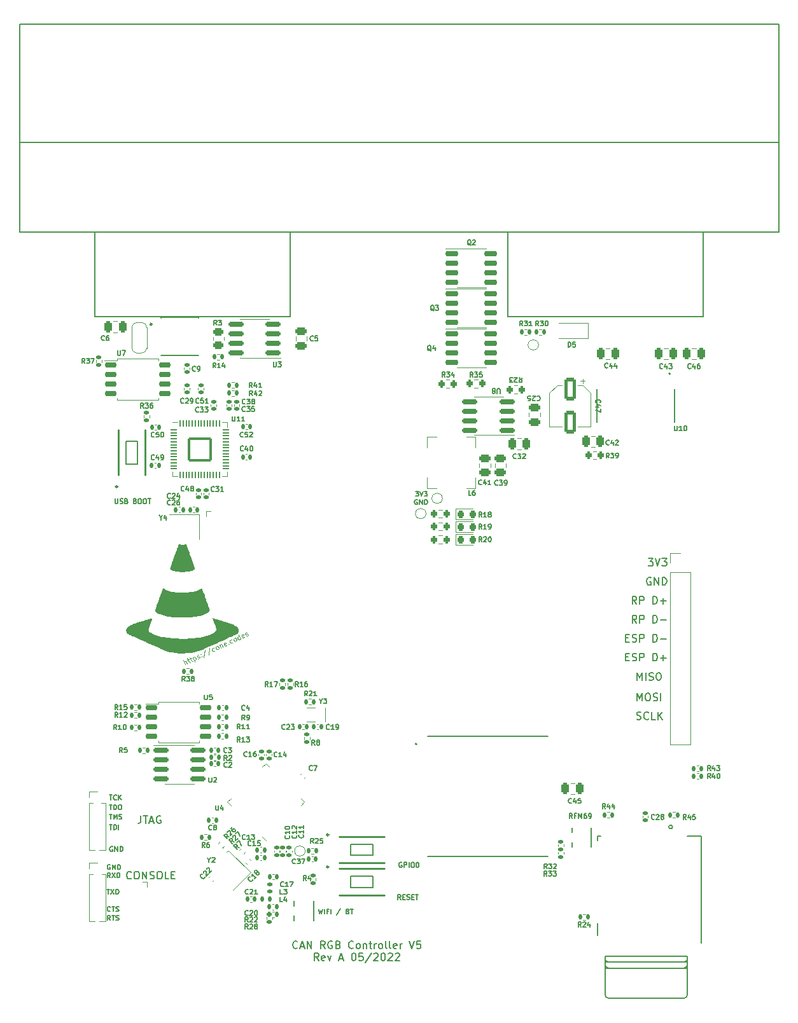
<source format=gbr>
%TF.GenerationSoftware,KiCad,Pcbnew,(6.0.2)*%
%TF.CreationDate,2022-05-10T14:48:36-06:00*%
%TF.ProjectId,CONEPROJ,434f4e45-5052-44f4-9a2e-6b696361645f,rev?*%
%TF.SameCoordinates,Original*%
%TF.FileFunction,Legend,Top*%
%TF.FilePolarity,Positive*%
%FSLAX46Y46*%
G04 Gerber Fmt 4.6, Leading zero omitted, Abs format (unit mm)*
G04 Created by KiCad (PCBNEW (6.0.2)) date 2022-05-10 14:48:36*
%MOMM*%
%LPD*%
G01*
G04 APERTURE LIST*
G04 Aperture macros list*
%AMRoundRect*
0 Rectangle with rounded corners*
0 $1 Rounding radius*
0 $2 $3 $4 $5 $6 $7 $8 $9 X,Y pos of 4 corners*
0 Add a 4 corners polygon primitive as box body*
4,1,4,$2,$3,$4,$5,$6,$7,$8,$9,$2,$3,0*
0 Add four circle primitives for the rounded corners*
1,1,$1+$1,$2,$3*
1,1,$1+$1,$4,$5*
1,1,$1+$1,$6,$7*
1,1,$1+$1,$8,$9*
0 Add four rect primitives between the rounded corners*
20,1,$1+$1,$2,$3,$4,$5,0*
20,1,$1+$1,$4,$5,$6,$7,0*
20,1,$1+$1,$6,$7,$8,$9,0*
20,1,$1+$1,$8,$9,$2,$3,0*%
%AMRotRect*
0 Rectangle, with rotation*
0 The origin of the aperture is its center*
0 $1 length*
0 $2 width*
0 $3 Rotation angle, in degrees counterclockwise*
0 Add horizontal line*
21,1,$1,$2,0,0,$3*%
%AMFreePoly0*
4,1,22,0.550000,-0.750000,0.000000,-0.750000,0.000000,-0.745033,-0.079941,-0.743568,-0.215256,-0.701293,-0.333266,-0.622738,-0.424486,-0.514219,-0.481581,-0.384460,-0.499164,-0.250000,-0.500000,-0.250000,-0.500000,0.250000,-0.499164,0.250000,-0.499963,0.256109,-0.478152,0.396186,-0.417904,0.524511,-0.324060,0.630769,-0.204165,0.706417,-0.067858,0.745374,0.000000,0.744959,0.000000,0.750000,
0.550000,0.750000,0.550000,-0.750000,0.550000,-0.750000,$1*%
%AMFreePoly1*
4,1,20,0.000000,0.744959,0.073905,0.744508,0.209726,0.703889,0.328688,0.626782,0.421226,0.519385,0.479903,0.390333,0.500000,0.250000,0.500000,-0.250000,0.499851,-0.262216,0.476331,-0.402017,0.414519,-0.529596,0.319384,-0.634700,0.198574,-0.708877,0.061801,-0.746166,0.000000,-0.745033,0.000000,-0.750000,-0.550000,-0.750000,-0.550000,0.750000,0.000000,0.750000,0.000000,0.744959,
0.000000,0.744959,$1*%
G04 Aperture macros list end*
%ADD10C,0.150000*%
%ADD11C,0.125000*%
%ADD12C,0.120000*%
%ADD13C,0.127000*%
%ADD14C,0.200000*%
%ADD15C,0.203200*%
%ADD16C,0.254000*%
%ADD17C,0.250000*%
%ADD18C,0.010000*%
%ADD19RoundRect,0.250000X-0.550000X1.250000X-0.550000X-1.250000X0.550000X-1.250000X0.550000X1.250000X0*%
%ADD20RoundRect,0.200000X-0.200000X-0.275000X0.200000X-0.275000X0.200000X0.275000X-0.200000X0.275000X0*%
%ADD21RoundRect,0.200000X0.200000X0.275000X-0.200000X0.275000X-0.200000X-0.275000X0.200000X-0.275000X0*%
%ADD22RoundRect,0.218750X-0.218750X-0.256250X0.218750X-0.256250X0.218750X0.256250X-0.218750X0.256250X0*%
%ADD23RoundRect,0.250000X0.250000X0.475000X-0.250000X0.475000X-0.250000X-0.475000X0.250000X-0.475000X0*%
%ADD24RoundRect,0.250000X-0.475000X0.250000X-0.475000X-0.250000X0.475000X-0.250000X0.475000X0.250000X0*%
%ADD25RoundRect,0.150000X0.825000X0.150000X-0.825000X0.150000X-0.825000X-0.150000X0.825000X-0.150000X0*%
%ADD26R,2.290000X3.000000*%
%ADD27RoundRect,0.250000X0.475000X-0.250000X0.475000X0.250000X-0.475000X0.250000X-0.475000X-0.250000X0*%
%ADD28C,0.990600*%
%ADD29C,0.787400*%
%ADD30O,1.000000X1.000000*%
%ADD31R,1.000000X1.000000*%
%ADD32RoundRect,0.140000X-0.140000X-0.170000X0.140000X-0.170000X0.140000X0.170000X-0.140000X0.170000X0*%
%ADD33R,5.700000X1.600000*%
%ADD34RoundRect,0.140000X-0.021213X0.219203X-0.219203X0.021213X0.021213X-0.219203X0.219203X-0.021213X0*%
%ADD35RoundRect,0.140000X0.170000X-0.140000X0.170000X0.140000X-0.170000X0.140000X-0.170000X-0.140000X0*%
%ADD36RoundRect,0.150000X-0.825000X-0.150000X0.825000X-0.150000X0.825000X0.150000X-0.825000X0.150000X0*%
%ADD37RoundRect,0.140000X-0.219203X-0.021213X-0.021213X-0.219203X0.219203X0.021213X0.021213X0.219203X0*%
%ADD38RoundRect,0.135000X-0.035355X0.226274X-0.226274X0.035355X0.035355X-0.226274X0.226274X-0.035355X0*%
%ADD39R,1.400000X1.200000*%
%ADD40RoundRect,0.135000X0.135000X0.185000X-0.135000X0.185000X-0.135000X-0.185000X0.135000X-0.185000X0*%
%ADD41R,0.700000X1.200000*%
%ADD42R,1.300000X1.900000*%
%ADD43R,1.000000X1.200000*%
%ADD44R,1.000000X2.800000*%
%ADD45R,1.000000X0.800000*%
%ADD46FreePoly0,90.000000*%
%ADD47R,1.500000X1.000000*%
%ADD48FreePoly1,90.000000*%
%ADD49RoundRect,0.150000X-0.650000X-0.150000X0.650000X-0.150000X0.650000X0.150000X-0.650000X0.150000X0*%
%ADD50RoundRect,0.140000X0.140000X0.170000X-0.140000X0.170000X-0.140000X-0.170000X0.140000X-0.170000X0*%
%ADD51R,3.000000X1.200000*%
%ADD52RoundRect,0.135000X-0.185000X0.135000X-0.185000X-0.135000X0.185000X-0.135000X0.185000X0.135000X0*%
%ADD53RoundRect,0.135000X-0.135000X-0.185000X0.135000X-0.185000X0.135000X0.185000X-0.135000X0.185000X0*%
%ADD54R,2.200000X1.050000*%
%ADD55R,1.050000X1.000000*%
%ADD56C,1.000000*%
%ADD57RoundRect,0.147500X-0.172500X0.147500X-0.172500X-0.147500X0.172500X-0.147500X0.172500X0.147500X0*%
%ADD58RoundRect,0.135000X0.185000X-0.135000X0.185000X0.135000X-0.185000X0.135000X-0.185000X-0.135000X0*%
%ADD59RoundRect,0.140000X-0.170000X0.140000X-0.170000X-0.140000X0.170000X-0.140000X0.170000X0.140000X0*%
%ADD60R,0.900000X1.200000*%
%ADD61RoundRect,0.050000X0.309359X-0.238649X-0.238649X0.309359X-0.309359X0.238649X0.238649X-0.309359X0*%
%ADD62RoundRect,0.050000X0.309359X0.238649X0.238649X0.309359X-0.309359X-0.238649X-0.238649X-0.309359X0*%
%ADD63RotRect,5.600000X5.600000X135.000000*%
%ADD64R,2.056000X2.056000*%
%ADD65C,2.056000*%
%ADD66RoundRect,0.150000X-0.725000X-0.150000X0.725000X-0.150000X0.725000X0.150000X-0.725000X0.150000X0*%
%ADD67RoundRect,0.147500X0.147500X0.172500X-0.147500X0.172500X-0.147500X-0.172500X0.147500X-0.172500X0*%
%ADD68R,2.000000X2.000000*%
%ADD69RoundRect,0.135000X0.035355X-0.226274X0.226274X-0.035355X-0.035355X0.226274X-0.226274X0.035355X0*%
%ADD70RoundRect,0.140000X0.021213X-0.219203X0.219203X-0.021213X-0.021213X0.219203X-0.219203X0.021213X0*%
%ADD71C,5.600000*%
%ADD72R,1.000000X1.800000*%
%ADD73R,1.700000X1.700000*%
%ADD74O,1.700000X1.700000*%
%ADD75RotRect,1.400000X1.200000X135.000000*%
%ADD76RoundRect,0.250000X-0.450000X0.262500X-0.450000X-0.262500X0.450000X-0.262500X0.450000X0.262500X0*%
%ADD77RoundRect,0.050000X-0.387500X-0.050000X0.387500X-0.050000X0.387500X0.050000X-0.387500X0.050000X0*%
%ADD78RoundRect,0.050000X-0.050000X-0.387500X0.050000X-0.387500X0.050000X0.387500X-0.050000X0.387500X0*%
%ADD79RoundRect,0.144000X-1.456000X-1.456000X1.456000X-1.456000X1.456000X1.456000X-1.456000X1.456000X0*%
G04 APERTURE END LIST*
D10*
X28877618Y-123975000D02*
X28815714Y-123944047D01*
X28722857Y-123944047D01*
X28629999Y-123975000D01*
X28568095Y-124036904D01*
X28537142Y-124098809D01*
X28506190Y-124222619D01*
X28506190Y-124315476D01*
X28537142Y-124439285D01*
X28568095Y-124501190D01*
X28629999Y-124563095D01*
X28722857Y-124594047D01*
X28784761Y-124594047D01*
X28877618Y-124563095D01*
X28908571Y-124532142D01*
X28908571Y-124315476D01*
X28784761Y-124315476D01*
X29187142Y-124594047D02*
X29187142Y-123944047D01*
X29558571Y-124594047D01*
X29558571Y-123944047D01*
X29868095Y-124594047D02*
X29868095Y-123944047D01*
X30022857Y-123944047D01*
X30115714Y-123975000D01*
X30177618Y-124036904D01*
X30208571Y-124098809D01*
X30239523Y-124222619D01*
X30239523Y-124315476D01*
X30208571Y-124439285D01*
X30177618Y-124501190D01*
X30115714Y-124563095D01*
X30022857Y-124594047D01*
X29868095Y-124594047D01*
X28444285Y-121044047D02*
X28815714Y-121044047D01*
X28630000Y-121694047D02*
X28630000Y-121044047D01*
X29032381Y-121694047D02*
X29032381Y-121044047D01*
X29187142Y-121044047D01*
X29280000Y-121075000D01*
X29341904Y-121136904D01*
X29372857Y-121198809D01*
X29403809Y-121322619D01*
X29403809Y-121415476D01*
X29372857Y-121539285D01*
X29341904Y-121601190D01*
X29280000Y-121663095D01*
X29187142Y-121694047D01*
X29032381Y-121694047D01*
X29682381Y-121694047D02*
X29682381Y-121044047D01*
X28444285Y-119654047D02*
X28815713Y-119654047D01*
X28629999Y-120304047D02*
X28629999Y-119654047D01*
X29032380Y-120304047D02*
X29032380Y-119654047D01*
X29249047Y-120118333D01*
X29465713Y-119654047D01*
X29465713Y-120304047D01*
X29744285Y-120273095D02*
X29837142Y-120304047D01*
X29991904Y-120304047D01*
X30053809Y-120273095D01*
X30084761Y-120242142D01*
X30115713Y-120180238D01*
X30115713Y-120118333D01*
X30084761Y-120056428D01*
X30053809Y-120025476D01*
X29991904Y-119994523D01*
X29868094Y-119963571D01*
X29806190Y-119932619D01*
X29775237Y-119901666D01*
X29744285Y-119839761D01*
X29744285Y-119777857D01*
X29775237Y-119715952D01*
X29806190Y-119685000D01*
X29868094Y-119654047D01*
X30022856Y-119654047D01*
X30115713Y-119685000D01*
X28444285Y-118374047D02*
X28815714Y-118374047D01*
X28629999Y-119024047D02*
X28629999Y-118374047D01*
X29032380Y-119024047D02*
X29032380Y-118374047D01*
X29187142Y-118374047D01*
X29279999Y-118405000D01*
X29341904Y-118466904D01*
X29372856Y-118528809D01*
X29403809Y-118652619D01*
X29403809Y-118745476D01*
X29372856Y-118869285D01*
X29341904Y-118931190D01*
X29279999Y-118993095D01*
X29187142Y-119024047D01*
X29032380Y-119024047D01*
X29806190Y-118374047D02*
X29929999Y-118374047D01*
X29991904Y-118405000D01*
X30053809Y-118466904D01*
X30084761Y-118590714D01*
X30084761Y-118807380D01*
X30053809Y-118931190D01*
X29991904Y-118993095D01*
X29929999Y-119024047D01*
X29806190Y-119024047D01*
X29744285Y-118993095D01*
X29682380Y-118931190D01*
X29651428Y-118807380D01*
X29651428Y-118590714D01*
X29682380Y-118466904D01*
X29744285Y-118405000D01*
X29806190Y-118374047D01*
X28444285Y-117094047D02*
X28815714Y-117094047D01*
X28630000Y-117744047D02*
X28630000Y-117094047D01*
X29403809Y-117682142D02*
X29372857Y-117713095D01*
X29280000Y-117744047D01*
X29218095Y-117744047D01*
X29125238Y-117713095D01*
X29063333Y-117651190D01*
X29032380Y-117589285D01*
X29001428Y-117465476D01*
X29001428Y-117372619D01*
X29032380Y-117248809D01*
X29063333Y-117186904D01*
X29125238Y-117125000D01*
X29218095Y-117094047D01*
X29280000Y-117094047D01*
X29372857Y-117125000D01*
X29403809Y-117155952D01*
X29682380Y-117744047D02*
X29682380Y-117094047D01*
X30053809Y-117744047D02*
X29775238Y-117372619D01*
X30053809Y-117094047D02*
X29682380Y-117465476D01*
X28585714Y-133764047D02*
X28369047Y-133454523D01*
X28214286Y-133764047D02*
X28214286Y-133114047D01*
X28461905Y-133114047D01*
X28523809Y-133145000D01*
X28554762Y-133175952D01*
X28585714Y-133237857D01*
X28585714Y-133330714D01*
X28554762Y-133392619D01*
X28523809Y-133423571D01*
X28461905Y-133454523D01*
X28214286Y-133454523D01*
X28771428Y-133114047D02*
X29142857Y-133114047D01*
X28957143Y-133764047D02*
X28957143Y-133114047D01*
X29328571Y-133733095D02*
X29421428Y-133764047D01*
X29576190Y-133764047D01*
X29638095Y-133733095D01*
X29669047Y-133702142D01*
X29700000Y-133640238D01*
X29700000Y-133578333D01*
X29669047Y-133516428D01*
X29638095Y-133485476D01*
X29576190Y-133454523D01*
X29452381Y-133423571D01*
X29390476Y-133392619D01*
X29359524Y-133361666D01*
X29328571Y-133299761D01*
X29328571Y-133237857D01*
X29359524Y-133175952D01*
X29390476Y-133145000D01*
X29452381Y-133114047D01*
X29607143Y-133114047D01*
X29700000Y-133145000D01*
X28585714Y-132532142D02*
X28554762Y-132563095D01*
X28461905Y-132594047D01*
X28400000Y-132594047D01*
X28307143Y-132563095D01*
X28245238Y-132501190D01*
X28214286Y-132439285D01*
X28183333Y-132315476D01*
X28183333Y-132222619D01*
X28214286Y-132098809D01*
X28245238Y-132036904D01*
X28307143Y-131975000D01*
X28400000Y-131944047D01*
X28461905Y-131944047D01*
X28554762Y-131975000D01*
X28585714Y-132005952D01*
X28771428Y-131944047D02*
X29142857Y-131944047D01*
X28957143Y-132594047D02*
X28957143Y-131944047D01*
X29328571Y-132563095D02*
X29421428Y-132594047D01*
X29576190Y-132594047D01*
X29638095Y-132563095D01*
X29669047Y-132532142D01*
X29700000Y-132470238D01*
X29700000Y-132408333D01*
X29669047Y-132346428D01*
X29638095Y-132315476D01*
X29576190Y-132284523D01*
X29452381Y-132253571D01*
X29390476Y-132222619D01*
X29359524Y-132191666D01*
X29328571Y-132129761D01*
X29328571Y-132067857D01*
X29359524Y-132005952D01*
X29390476Y-131975000D01*
X29452381Y-131944047D01*
X29607143Y-131944047D01*
X29700000Y-131975000D01*
X28121428Y-129634047D02*
X28492857Y-129634047D01*
X28307143Y-130284047D02*
X28307143Y-129634047D01*
X28647619Y-129634047D02*
X29080952Y-130284047D01*
X29080952Y-129634047D02*
X28647619Y-130284047D01*
X29328571Y-130284047D02*
X29328571Y-129634047D01*
X29483333Y-129634047D01*
X29576190Y-129665000D01*
X29638095Y-129726904D01*
X29669047Y-129788809D01*
X29700000Y-129912619D01*
X29700000Y-130005476D01*
X29669047Y-130129285D01*
X29638095Y-130191190D01*
X29576190Y-130253095D01*
X29483333Y-130284047D01*
X29328571Y-130284047D01*
X28585714Y-128104047D02*
X28369048Y-127794523D01*
X28214286Y-128104047D02*
X28214286Y-127454047D01*
X28461905Y-127454047D01*
X28523809Y-127485000D01*
X28554762Y-127515952D01*
X28585714Y-127577857D01*
X28585714Y-127670714D01*
X28554762Y-127732619D01*
X28523809Y-127763571D01*
X28461905Y-127794523D01*
X28214286Y-127794523D01*
X28802381Y-127454047D02*
X29235714Y-128104047D01*
X29235714Y-127454047D02*
X28802381Y-128104047D01*
X29483333Y-128104047D02*
X29483333Y-127454047D01*
X29638095Y-127454047D01*
X29730952Y-127485000D01*
X29792857Y-127546904D01*
X29823809Y-127608809D01*
X29854762Y-127732619D01*
X29854762Y-127825476D01*
X29823809Y-127949285D01*
X29792857Y-128011190D01*
X29730952Y-128073095D01*
X29638095Y-128104047D01*
X29483333Y-128104047D01*
X28554761Y-126375000D02*
X28492857Y-126344047D01*
X28400000Y-126344047D01*
X28307142Y-126375000D01*
X28245238Y-126436904D01*
X28214285Y-126498809D01*
X28183333Y-126622619D01*
X28183333Y-126715476D01*
X28214285Y-126839285D01*
X28245238Y-126901190D01*
X28307142Y-126963095D01*
X28400000Y-126994047D01*
X28461904Y-126994047D01*
X28554761Y-126963095D01*
X28585714Y-126932142D01*
X28585714Y-126715476D01*
X28461904Y-126715476D01*
X28864285Y-126994047D02*
X28864285Y-126344047D01*
X29235714Y-126994047D01*
X29235714Y-126344047D01*
X29545238Y-126994047D02*
X29545238Y-126344047D01*
X29700000Y-126344047D01*
X29792857Y-126375000D01*
X29854761Y-126436904D01*
X29885714Y-126498809D01*
X29916666Y-126622619D01*
X29916666Y-126715476D01*
X29885714Y-126839285D01*
X29854761Y-126901190D01*
X29792857Y-126963095D01*
X29700000Y-126994047D01*
X29545238Y-126994047D01*
X32649047Y-119862380D02*
X32649047Y-120576666D01*
X32601428Y-120719523D01*
X32506190Y-120814761D01*
X32363333Y-120862380D01*
X32268094Y-120862380D01*
X32982380Y-119862380D02*
X33553809Y-119862380D01*
X33268094Y-120862380D02*
X33268094Y-119862380D01*
X33839523Y-120576666D02*
X34315714Y-120576666D01*
X33744285Y-120862380D02*
X34077618Y-119862380D01*
X34410952Y-120862380D01*
X35268094Y-119910000D02*
X35172856Y-119862380D01*
X35029999Y-119862380D01*
X34887142Y-119910000D01*
X34791904Y-120005238D01*
X34744285Y-120100476D01*
X34696666Y-120290952D01*
X34696666Y-120433809D01*
X34744285Y-120624285D01*
X34791904Y-120719523D01*
X34887142Y-120814761D01*
X35029999Y-120862380D01*
X35125237Y-120862380D01*
X35268094Y-120814761D01*
X35315714Y-120767142D01*
X35315714Y-120433809D01*
X35125237Y-120433809D01*
X31374761Y-128167142D02*
X31327142Y-128214761D01*
X31184285Y-128262380D01*
X31089047Y-128262380D01*
X30946190Y-128214761D01*
X30850952Y-128119523D01*
X30803333Y-128024285D01*
X30755714Y-127833809D01*
X30755714Y-127690952D01*
X30803333Y-127500476D01*
X30850952Y-127405238D01*
X30946190Y-127310000D01*
X31089047Y-127262380D01*
X31184285Y-127262380D01*
X31327142Y-127310000D01*
X31374761Y-127357619D01*
X31993809Y-127262380D02*
X32184285Y-127262380D01*
X32279523Y-127310000D01*
X32374761Y-127405238D01*
X32422380Y-127595714D01*
X32422380Y-127929047D01*
X32374761Y-128119523D01*
X32279523Y-128214761D01*
X32184285Y-128262380D01*
X31993809Y-128262380D01*
X31898571Y-128214761D01*
X31803333Y-128119523D01*
X31755714Y-127929047D01*
X31755714Y-127595714D01*
X31803333Y-127405238D01*
X31898571Y-127310000D01*
X31993809Y-127262380D01*
X32850952Y-128262380D02*
X32850952Y-127262380D01*
X33422380Y-128262380D01*
X33422380Y-127262380D01*
X33850952Y-128214761D02*
X33993809Y-128262380D01*
X34231904Y-128262380D01*
X34327142Y-128214761D01*
X34374761Y-128167142D01*
X34422380Y-128071904D01*
X34422380Y-127976666D01*
X34374761Y-127881428D01*
X34327142Y-127833809D01*
X34231904Y-127786190D01*
X34041428Y-127738571D01*
X33946190Y-127690952D01*
X33898571Y-127643333D01*
X33850952Y-127548095D01*
X33850952Y-127452857D01*
X33898571Y-127357619D01*
X33946190Y-127310000D01*
X34041428Y-127262380D01*
X34279523Y-127262380D01*
X34422380Y-127310000D01*
X35041428Y-127262380D02*
X35231904Y-127262380D01*
X35327142Y-127310000D01*
X35422380Y-127405238D01*
X35470000Y-127595714D01*
X35470000Y-127929047D01*
X35422380Y-128119523D01*
X35327142Y-128214761D01*
X35231904Y-128262380D01*
X35041428Y-128262380D01*
X34946190Y-128214761D01*
X34850952Y-128119523D01*
X34803333Y-127929047D01*
X34803333Y-127595714D01*
X34850952Y-127405238D01*
X34946190Y-127310000D01*
X35041428Y-127262380D01*
X36374761Y-128262380D02*
X35898571Y-128262380D01*
X35898571Y-127262380D01*
X36708095Y-127738571D02*
X37041428Y-127738571D01*
X37184285Y-128262380D02*
X36708095Y-128262380D01*
X36708095Y-127262380D01*
X37184285Y-127262380D01*
X97169523Y-96174571D02*
X97502857Y-96174571D01*
X97645714Y-96698380D02*
X97169523Y-96698380D01*
X97169523Y-95698380D01*
X97645714Y-95698380D01*
X98026666Y-96650761D02*
X98169523Y-96698380D01*
X98407619Y-96698380D01*
X98502857Y-96650761D01*
X98550476Y-96603142D01*
X98598095Y-96507904D01*
X98598095Y-96412666D01*
X98550476Y-96317428D01*
X98502857Y-96269809D01*
X98407619Y-96222190D01*
X98217142Y-96174571D01*
X98121904Y-96126952D01*
X98074285Y-96079333D01*
X98026666Y-95984095D01*
X98026666Y-95888857D01*
X98074285Y-95793619D01*
X98121904Y-95746000D01*
X98217142Y-95698380D01*
X98455238Y-95698380D01*
X98598095Y-95746000D01*
X99026666Y-96698380D02*
X99026666Y-95698380D01*
X99407619Y-95698380D01*
X99502857Y-95746000D01*
X99550476Y-95793619D01*
X99598095Y-95888857D01*
X99598095Y-96031714D01*
X99550476Y-96126952D01*
X99502857Y-96174571D01*
X99407619Y-96222190D01*
X99026666Y-96222190D01*
X100788571Y-96698380D02*
X100788571Y-95698380D01*
X101026666Y-95698380D01*
X101169523Y-95746000D01*
X101264761Y-95841238D01*
X101312380Y-95936476D01*
X101360000Y-96126952D01*
X101360000Y-96269809D01*
X101312380Y-96460285D01*
X101264761Y-96555523D01*
X101169523Y-96650761D01*
X101026666Y-96698380D01*
X100788571Y-96698380D01*
X101788571Y-96317428D02*
X102550476Y-96317428D01*
X29218571Y-77624047D02*
X29218571Y-78150238D01*
X29249523Y-78212142D01*
X29280476Y-78243095D01*
X29342380Y-78274047D01*
X29466190Y-78274047D01*
X29528095Y-78243095D01*
X29559047Y-78212142D01*
X29590000Y-78150238D01*
X29590000Y-77624047D01*
X29868571Y-78243095D02*
X29961428Y-78274047D01*
X30116190Y-78274047D01*
X30178095Y-78243095D01*
X30209047Y-78212142D01*
X30240000Y-78150238D01*
X30240000Y-78088333D01*
X30209047Y-78026428D01*
X30178095Y-77995476D01*
X30116190Y-77964523D01*
X29992380Y-77933571D01*
X29930476Y-77902619D01*
X29899523Y-77871666D01*
X29868571Y-77809761D01*
X29868571Y-77747857D01*
X29899523Y-77685952D01*
X29930476Y-77655000D01*
X29992380Y-77624047D01*
X30147142Y-77624047D01*
X30240000Y-77655000D01*
X30735238Y-77933571D02*
X30828095Y-77964523D01*
X30859047Y-77995476D01*
X30890000Y-78057380D01*
X30890000Y-78150238D01*
X30859047Y-78212142D01*
X30828095Y-78243095D01*
X30766190Y-78274047D01*
X30518571Y-78274047D01*
X30518571Y-77624047D01*
X30735238Y-77624047D01*
X30797142Y-77655000D01*
X30828095Y-77685952D01*
X30859047Y-77747857D01*
X30859047Y-77809761D01*
X30828095Y-77871666D01*
X30797142Y-77902619D01*
X30735238Y-77933571D01*
X30518571Y-77933571D01*
X31880476Y-77933571D02*
X31973333Y-77964523D01*
X32004285Y-77995476D01*
X32035238Y-78057380D01*
X32035238Y-78150238D01*
X32004285Y-78212142D01*
X31973333Y-78243095D01*
X31911428Y-78274047D01*
X31663809Y-78274047D01*
X31663809Y-77624047D01*
X31880476Y-77624047D01*
X31942380Y-77655000D01*
X31973333Y-77685952D01*
X32004285Y-77747857D01*
X32004285Y-77809761D01*
X31973333Y-77871666D01*
X31942380Y-77902619D01*
X31880476Y-77933571D01*
X31663809Y-77933571D01*
X32437619Y-77624047D02*
X32561428Y-77624047D01*
X32623333Y-77655000D01*
X32685238Y-77716904D01*
X32716190Y-77840714D01*
X32716190Y-78057380D01*
X32685238Y-78181190D01*
X32623333Y-78243095D01*
X32561428Y-78274047D01*
X32437619Y-78274047D01*
X32375714Y-78243095D01*
X32313809Y-78181190D01*
X32282857Y-78057380D01*
X32282857Y-77840714D01*
X32313809Y-77716904D01*
X32375714Y-77655000D01*
X32437619Y-77624047D01*
X33118571Y-77624047D02*
X33242380Y-77624047D01*
X33304285Y-77655000D01*
X33366190Y-77716904D01*
X33397142Y-77840714D01*
X33397142Y-78057380D01*
X33366190Y-78181190D01*
X33304285Y-78243095D01*
X33242380Y-78274047D01*
X33118571Y-78274047D01*
X33056666Y-78243095D01*
X32994761Y-78181190D01*
X32963809Y-78057380D01*
X32963809Y-77840714D01*
X32994761Y-77716904D01*
X33056666Y-77655000D01*
X33118571Y-77624047D01*
X33582857Y-77624047D02*
X33954285Y-77624047D01*
X33768571Y-78274047D02*
X33768571Y-77624047D01*
X56295000Y-132264047D02*
X56449761Y-132914047D01*
X56573571Y-132449761D01*
X56697380Y-132914047D01*
X56852142Y-132264047D01*
X57099761Y-132914047D02*
X57099761Y-132264047D01*
X57625952Y-132573571D02*
X57409285Y-132573571D01*
X57409285Y-132914047D02*
X57409285Y-132264047D01*
X57718809Y-132264047D01*
X57966428Y-132914047D02*
X57966428Y-132264047D01*
X59235476Y-132233095D02*
X58678333Y-133068809D01*
X60164047Y-132573571D02*
X60256904Y-132604523D01*
X60287857Y-132635476D01*
X60318809Y-132697380D01*
X60318809Y-132790238D01*
X60287857Y-132852142D01*
X60256904Y-132883095D01*
X60195000Y-132914047D01*
X59947380Y-132914047D01*
X59947380Y-132264047D01*
X60164047Y-132264047D01*
X60225952Y-132295000D01*
X60256904Y-132325952D01*
X60287857Y-132387857D01*
X60287857Y-132449761D01*
X60256904Y-132511666D01*
X60225952Y-132542619D01*
X60164047Y-132573571D01*
X59947380Y-132573571D01*
X60504523Y-132264047D02*
X60875952Y-132264047D01*
X60690238Y-132914047D02*
X60690238Y-132264047D01*
X98598095Y-91650380D02*
X98264762Y-91174190D01*
X98026667Y-91650380D02*
X98026667Y-90650380D01*
X98407619Y-90650380D01*
X98502857Y-90698000D01*
X98550476Y-90745619D01*
X98598095Y-90840857D01*
X98598095Y-90983714D01*
X98550476Y-91078952D01*
X98502857Y-91126571D01*
X98407619Y-91174190D01*
X98026667Y-91174190D01*
X99026667Y-91650380D02*
X99026667Y-90650380D01*
X99407619Y-90650380D01*
X99502857Y-90698000D01*
X99550476Y-90745619D01*
X99598095Y-90840857D01*
X99598095Y-90983714D01*
X99550476Y-91078952D01*
X99502857Y-91126571D01*
X99407619Y-91174190D01*
X99026667Y-91174190D01*
X100788572Y-91650380D02*
X100788572Y-90650380D01*
X101026667Y-90650380D01*
X101169524Y-90698000D01*
X101264762Y-90793238D01*
X101312381Y-90888476D01*
X101360000Y-91078952D01*
X101360000Y-91221809D01*
X101312381Y-91412285D01*
X101264762Y-91507523D01*
X101169524Y-91602761D01*
X101026667Y-91650380D01*
X100788572Y-91650380D01*
X101788572Y-91269428D02*
X102550476Y-91269428D01*
X102169524Y-91650380D02*
X102169524Y-90888476D01*
X53475238Y-137452142D02*
X53427619Y-137499761D01*
X53284761Y-137547380D01*
X53189523Y-137547380D01*
X53046666Y-137499761D01*
X52951428Y-137404523D01*
X52903809Y-137309285D01*
X52856190Y-137118809D01*
X52856190Y-136975952D01*
X52903809Y-136785476D01*
X52951428Y-136690238D01*
X53046666Y-136595000D01*
X53189523Y-136547380D01*
X53284761Y-136547380D01*
X53427619Y-136595000D01*
X53475238Y-136642619D01*
X53856190Y-137261666D02*
X54332380Y-137261666D01*
X53760952Y-137547380D02*
X54094285Y-136547380D01*
X54427619Y-137547380D01*
X54760952Y-137547380D02*
X54760952Y-136547380D01*
X55332380Y-137547380D01*
X55332380Y-136547380D01*
X57141904Y-137547380D02*
X56808571Y-137071190D01*
X56570476Y-137547380D02*
X56570476Y-136547380D01*
X56951428Y-136547380D01*
X57046666Y-136595000D01*
X57094285Y-136642619D01*
X57141904Y-136737857D01*
X57141904Y-136880714D01*
X57094285Y-136975952D01*
X57046666Y-137023571D01*
X56951428Y-137071190D01*
X56570476Y-137071190D01*
X58094285Y-136595000D02*
X57999047Y-136547380D01*
X57856190Y-136547380D01*
X57713333Y-136595000D01*
X57618095Y-136690238D01*
X57570476Y-136785476D01*
X57522857Y-136975952D01*
X57522857Y-137118809D01*
X57570476Y-137309285D01*
X57618095Y-137404523D01*
X57713333Y-137499761D01*
X57856190Y-137547380D01*
X57951428Y-137547380D01*
X58094285Y-137499761D01*
X58141904Y-137452142D01*
X58141904Y-137118809D01*
X57951428Y-137118809D01*
X58903809Y-137023571D02*
X59046666Y-137071190D01*
X59094285Y-137118809D01*
X59141904Y-137214047D01*
X59141904Y-137356904D01*
X59094285Y-137452142D01*
X59046666Y-137499761D01*
X58951428Y-137547380D01*
X58570476Y-137547380D01*
X58570476Y-136547380D01*
X58903809Y-136547380D01*
X58999047Y-136595000D01*
X59046666Y-136642619D01*
X59094285Y-136737857D01*
X59094285Y-136833095D01*
X59046666Y-136928333D01*
X58999047Y-136975952D01*
X58903809Y-137023571D01*
X58570476Y-137023571D01*
X60903809Y-137452142D02*
X60856190Y-137499761D01*
X60713333Y-137547380D01*
X60618095Y-137547380D01*
X60475238Y-137499761D01*
X60380000Y-137404523D01*
X60332380Y-137309285D01*
X60284761Y-137118809D01*
X60284761Y-136975952D01*
X60332380Y-136785476D01*
X60380000Y-136690238D01*
X60475238Y-136595000D01*
X60618095Y-136547380D01*
X60713333Y-136547380D01*
X60856190Y-136595000D01*
X60903809Y-136642619D01*
X61475238Y-137547380D02*
X61380000Y-137499761D01*
X61332380Y-137452142D01*
X61284761Y-137356904D01*
X61284761Y-137071190D01*
X61332380Y-136975952D01*
X61380000Y-136928333D01*
X61475238Y-136880714D01*
X61618095Y-136880714D01*
X61713333Y-136928333D01*
X61760952Y-136975952D01*
X61808571Y-137071190D01*
X61808571Y-137356904D01*
X61760952Y-137452142D01*
X61713333Y-137499761D01*
X61618095Y-137547380D01*
X61475238Y-137547380D01*
X62237142Y-136880714D02*
X62237142Y-137547380D01*
X62237142Y-136975952D02*
X62284761Y-136928333D01*
X62380000Y-136880714D01*
X62522857Y-136880714D01*
X62618095Y-136928333D01*
X62665714Y-137023571D01*
X62665714Y-137547380D01*
X62999047Y-136880714D02*
X63380000Y-136880714D01*
X63141904Y-136547380D02*
X63141904Y-137404523D01*
X63189523Y-137499761D01*
X63284761Y-137547380D01*
X63380000Y-137547380D01*
X63713333Y-137547380D02*
X63713333Y-136880714D01*
X63713333Y-137071190D02*
X63760952Y-136975952D01*
X63808571Y-136928333D01*
X63903809Y-136880714D01*
X63999047Y-136880714D01*
X64475238Y-137547380D02*
X64380000Y-137499761D01*
X64332380Y-137452142D01*
X64284761Y-137356904D01*
X64284761Y-137071190D01*
X64332380Y-136975952D01*
X64380000Y-136928333D01*
X64475238Y-136880714D01*
X64618095Y-136880714D01*
X64713333Y-136928333D01*
X64760952Y-136975952D01*
X64808571Y-137071190D01*
X64808571Y-137356904D01*
X64760952Y-137452142D01*
X64713333Y-137499761D01*
X64618095Y-137547380D01*
X64475238Y-137547380D01*
X65380000Y-137547380D02*
X65284761Y-137499761D01*
X65237142Y-137404523D01*
X65237142Y-136547380D01*
X65903809Y-137547380D02*
X65808571Y-137499761D01*
X65760952Y-137404523D01*
X65760952Y-136547380D01*
X66665714Y-137499761D02*
X66570476Y-137547380D01*
X66380000Y-137547380D01*
X66284761Y-137499761D01*
X66237142Y-137404523D01*
X66237142Y-137023571D01*
X66284761Y-136928333D01*
X66380000Y-136880714D01*
X66570476Y-136880714D01*
X66665714Y-136928333D01*
X66713333Y-137023571D01*
X66713333Y-137118809D01*
X66237142Y-137214047D01*
X67141904Y-137547380D02*
X67141904Y-136880714D01*
X67141904Y-137071190D02*
X67189523Y-136975952D01*
X67237142Y-136928333D01*
X67332380Y-136880714D01*
X67427619Y-136880714D01*
X68380000Y-136547380D02*
X68713333Y-137547380D01*
X69046666Y-136547380D01*
X69856190Y-136547380D02*
X69380000Y-136547380D01*
X69332380Y-137023571D01*
X69380000Y-136975952D01*
X69475238Y-136928333D01*
X69713333Y-136928333D01*
X69808571Y-136975952D01*
X69856190Y-137023571D01*
X69903809Y-137118809D01*
X69903809Y-137356904D01*
X69856190Y-137452142D01*
X69808571Y-137499761D01*
X69713333Y-137547380D01*
X69475238Y-137547380D01*
X69380000Y-137499761D01*
X69332380Y-137452142D01*
X56308571Y-139157380D02*
X55975238Y-138681190D01*
X55737142Y-139157380D02*
X55737142Y-138157380D01*
X56118095Y-138157380D01*
X56213333Y-138205000D01*
X56260952Y-138252619D01*
X56308571Y-138347857D01*
X56308571Y-138490714D01*
X56260952Y-138585952D01*
X56213333Y-138633571D01*
X56118095Y-138681190D01*
X55737142Y-138681190D01*
X57118095Y-139109761D02*
X57022857Y-139157380D01*
X56832380Y-139157380D01*
X56737142Y-139109761D01*
X56689523Y-139014523D01*
X56689523Y-138633571D01*
X56737142Y-138538333D01*
X56832380Y-138490714D01*
X57022857Y-138490714D01*
X57118095Y-138538333D01*
X57165714Y-138633571D01*
X57165714Y-138728809D01*
X56689523Y-138824047D01*
X57499047Y-138490714D02*
X57737142Y-139157380D01*
X57975238Y-138490714D01*
X59070476Y-138871666D02*
X59546666Y-138871666D01*
X58975238Y-139157380D02*
X59308571Y-138157380D01*
X59641904Y-139157380D01*
X60927619Y-138157380D02*
X61022857Y-138157380D01*
X61118095Y-138205000D01*
X61165714Y-138252619D01*
X61213333Y-138347857D01*
X61260952Y-138538333D01*
X61260952Y-138776428D01*
X61213333Y-138966904D01*
X61165714Y-139062142D01*
X61118095Y-139109761D01*
X61022857Y-139157380D01*
X60927619Y-139157380D01*
X60832380Y-139109761D01*
X60784761Y-139062142D01*
X60737142Y-138966904D01*
X60689523Y-138776428D01*
X60689523Y-138538333D01*
X60737142Y-138347857D01*
X60784761Y-138252619D01*
X60832380Y-138205000D01*
X60927619Y-138157380D01*
X62165714Y-138157380D02*
X61689523Y-138157380D01*
X61641904Y-138633571D01*
X61689523Y-138585952D01*
X61784761Y-138538333D01*
X62022857Y-138538333D01*
X62118095Y-138585952D01*
X62165714Y-138633571D01*
X62213333Y-138728809D01*
X62213333Y-138966904D01*
X62165714Y-139062142D01*
X62118095Y-139109761D01*
X62022857Y-139157380D01*
X61784761Y-139157380D01*
X61689523Y-139109761D01*
X61641904Y-139062142D01*
X63356190Y-138109761D02*
X62499047Y-139395476D01*
X63641904Y-138252619D02*
X63689523Y-138205000D01*
X63784761Y-138157380D01*
X64022857Y-138157380D01*
X64118095Y-138205000D01*
X64165714Y-138252619D01*
X64213333Y-138347857D01*
X64213333Y-138443095D01*
X64165714Y-138585952D01*
X63594285Y-139157380D01*
X64213333Y-139157380D01*
X64832380Y-138157380D02*
X64927619Y-138157380D01*
X65022857Y-138205000D01*
X65070476Y-138252619D01*
X65118095Y-138347857D01*
X65165714Y-138538333D01*
X65165714Y-138776428D01*
X65118095Y-138966904D01*
X65070476Y-139062142D01*
X65022857Y-139109761D01*
X64927619Y-139157380D01*
X64832380Y-139157380D01*
X64737142Y-139109761D01*
X64689523Y-139062142D01*
X64641904Y-138966904D01*
X64594285Y-138776428D01*
X64594285Y-138538333D01*
X64641904Y-138347857D01*
X64689523Y-138252619D01*
X64737142Y-138205000D01*
X64832380Y-138157380D01*
X65546666Y-138252619D02*
X65594285Y-138205000D01*
X65689523Y-138157380D01*
X65927619Y-138157380D01*
X66022857Y-138205000D01*
X66070476Y-138252619D01*
X66118095Y-138347857D01*
X66118095Y-138443095D01*
X66070476Y-138585952D01*
X65499047Y-139157380D01*
X66118095Y-139157380D01*
X66499047Y-138252619D02*
X66546666Y-138205000D01*
X66641904Y-138157380D01*
X66880000Y-138157380D01*
X66975238Y-138205000D01*
X67022857Y-138252619D01*
X67070476Y-138347857D01*
X67070476Y-138443095D01*
X67022857Y-138585952D01*
X66451428Y-139157380D01*
X67070476Y-139157380D01*
X98629523Y-106984761D02*
X98772380Y-107032380D01*
X99010476Y-107032380D01*
X99105714Y-106984761D01*
X99153333Y-106937142D01*
X99200952Y-106841904D01*
X99200952Y-106746666D01*
X99153333Y-106651428D01*
X99105714Y-106603809D01*
X99010476Y-106556190D01*
X98820000Y-106508571D01*
X98724761Y-106460952D01*
X98677142Y-106413333D01*
X98629523Y-106318095D01*
X98629523Y-106222857D01*
X98677142Y-106127619D01*
X98724761Y-106080000D01*
X98820000Y-106032380D01*
X99058095Y-106032380D01*
X99200952Y-106080000D01*
X100200952Y-106937142D02*
X100153333Y-106984761D01*
X100010476Y-107032380D01*
X99915238Y-107032380D01*
X99772380Y-106984761D01*
X99677142Y-106889523D01*
X99629523Y-106794285D01*
X99581904Y-106603809D01*
X99581904Y-106460952D01*
X99629523Y-106270476D01*
X99677142Y-106175238D01*
X99772380Y-106080000D01*
X99915238Y-106032380D01*
X100010476Y-106032380D01*
X100153333Y-106080000D01*
X100200952Y-106127619D01*
X101105714Y-107032380D02*
X100629523Y-107032380D01*
X100629523Y-106032380D01*
X101439047Y-107032380D02*
X101439047Y-106032380D01*
X102010476Y-107032380D02*
X101581904Y-106460952D01*
X102010476Y-106032380D02*
X101439047Y-106603809D01*
X98598095Y-94174380D02*
X98264762Y-93698190D01*
X98026667Y-94174380D02*
X98026667Y-93174380D01*
X98407619Y-93174380D01*
X98502857Y-93222000D01*
X98550476Y-93269619D01*
X98598095Y-93364857D01*
X98598095Y-93507714D01*
X98550476Y-93602952D01*
X98502857Y-93650571D01*
X98407619Y-93698190D01*
X98026667Y-93698190D01*
X99026667Y-94174380D02*
X99026667Y-93174380D01*
X99407619Y-93174380D01*
X99502857Y-93222000D01*
X99550476Y-93269619D01*
X99598095Y-93364857D01*
X99598095Y-93507714D01*
X99550476Y-93602952D01*
X99502857Y-93650571D01*
X99407619Y-93698190D01*
X99026667Y-93698190D01*
X100788572Y-94174380D02*
X100788572Y-93174380D01*
X101026667Y-93174380D01*
X101169524Y-93222000D01*
X101264762Y-93317238D01*
X101312381Y-93412476D01*
X101360000Y-93602952D01*
X101360000Y-93745809D01*
X101312381Y-93936285D01*
X101264762Y-94031523D01*
X101169524Y-94126761D01*
X101026667Y-94174380D01*
X100788572Y-94174380D01*
X101788572Y-93793428D02*
X102550476Y-93793428D01*
X100169523Y-85602380D02*
X100788571Y-85602380D01*
X100455238Y-85983333D01*
X100598095Y-85983333D01*
X100693333Y-86030952D01*
X100740952Y-86078571D01*
X100788571Y-86173809D01*
X100788571Y-86411904D01*
X100740952Y-86507142D01*
X100693333Y-86554761D01*
X100598095Y-86602380D01*
X100312380Y-86602380D01*
X100217142Y-86554761D01*
X100169523Y-86507142D01*
X101074285Y-85602380D02*
X101407619Y-86602380D01*
X101740952Y-85602380D01*
X101979047Y-85602380D02*
X102598095Y-85602380D01*
X102264761Y-85983333D01*
X102407619Y-85983333D01*
X102502857Y-86030952D01*
X102550476Y-86078571D01*
X102598095Y-86173809D01*
X102598095Y-86411904D01*
X102550476Y-86507142D01*
X102502857Y-86554761D01*
X102407619Y-86602380D01*
X102121904Y-86602380D01*
X102026666Y-86554761D01*
X101979047Y-86507142D01*
X97169523Y-98698571D02*
X97502857Y-98698571D01*
X97645714Y-99222380D02*
X97169523Y-99222380D01*
X97169523Y-98222380D01*
X97645714Y-98222380D01*
X98026666Y-99174761D02*
X98169523Y-99222380D01*
X98407619Y-99222380D01*
X98502857Y-99174761D01*
X98550476Y-99127142D01*
X98598095Y-99031904D01*
X98598095Y-98936666D01*
X98550476Y-98841428D01*
X98502857Y-98793809D01*
X98407619Y-98746190D01*
X98217142Y-98698571D01*
X98121904Y-98650952D01*
X98074285Y-98603333D01*
X98026666Y-98508095D01*
X98026666Y-98412857D01*
X98074285Y-98317619D01*
X98121904Y-98270000D01*
X98217142Y-98222380D01*
X98455238Y-98222380D01*
X98598095Y-98270000D01*
X99026666Y-99222380D02*
X99026666Y-98222380D01*
X99407619Y-98222380D01*
X99502857Y-98270000D01*
X99550476Y-98317619D01*
X99598095Y-98412857D01*
X99598095Y-98555714D01*
X99550476Y-98650952D01*
X99502857Y-98698571D01*
X99407619Y-98746190D01*
X99026666Y-98746190D01*
X100788571Y-99222380D02*
X100788571Y-98222380D01*
X101026666Y-98222380D01*
X101169523Y-98270000D01*
X101264761Y-98365238D01*
X101312380Y-98460476D01*
X101360000Y-98650952D01*
X101360000Y-98793809D01*
X101312380Y-98984285D01*
X101264761Y-99079523D01*
X101169523Y-99174761D01*
X101026666Y-99222380D01*
X100788571Y-99222380D01*
X101788571Y-98841428D02*
X102550476Y-98841428D01*
X102169523Y-99222380D02*
X102169523Y-98460476D01*
X67350476Y-126095000D02*
X67288571Y-126064047D01*
X67195714Y-126064047D01*
X67102857Y-126095000D01*
X67040952Y-126156904D01*
X67010000Y-126218809D01*
X66979047Y-126342619D01*
X66979047Y-126435476D01*
X67010000Y-126559285D01*
X67040952Y-126621190D01*
X67102857Y-126683095D01*
X67195714Y-126714047D01*
X67257619Y-126714047D01*
X67350476Y-126683095D01*
X67381428Y-126652142D01*
X67381428Y-126435476D01*
X67257619Y-126435476D01*
X67660000Y-126714047D02*
X67660000Y-126064047D01*
X67907619Y-126064047D01*
X67969523Y-126095000D01*
X68000476Y-126125952D01*
X68031428Y-126187857D01*
X68031428Y-126280714D01*
X68000476Y-126342619D01*
X67969523Y-126373571D01*
X67907619Y-126404523D01*
X67660000Y-126404523D01*
X68310000Y-126714047D02*
X68310000Y-126064047D01*
X68743333Y-126064047D02*
X68867142Y-126064047D01*
X68929047Y-126095000D01*
X68990952Y-126156904D01*
X69021904Y-126280714D01*
X69021904Y-126497380D01*
X68990952Y-126621190D01*
X68929047Y-126683095D01*
X68867142Y-126714047D01*
X68743333Y-126714047D01*
X68681428Y-126683095D01*
X68619523Y-126621190D01*
X68588571Y-126497380D01*
X68588571Y-126280714D01*
X68619523Y-126156904D01*
X68681428Y-126095000D01*
X68743333Y-126064047D01*
X69424285Y-126064047D02*
X69486190Y-126064047D01*
X69548095Y-126095000D01*
X69579047Y-126125952D01*
X69610000Y-126187857D01*
X69640952Y-126311666D01*
X69640952Y-126466428D01*
X69610000Y-126590238D01*
X69579047Y-126652142D01*
X69548095Y-126683095D01*
X69486190Y-126714047D01*
X69424285Y-126714047D01*
X69362380Y-126683095D01*
X69331428Y-126652142D01*
X69300476Y-126590238D01*
X69269523Y-126466428D01*
X69269523Y-126311666D01*
X69300476Y-126187857D01*
X69331428Y-126125952D01*
X69362380Y-126095000D01*
X69424285Y-126064047D01*
X69175238Y-76654047D02*
X69577619Y-76654047D01*
X69360952Y-76901666D01*
X69453809Y-76901666D01*
X69515714Y-76932619D01*
X69546666Y-76963571D01*
X69577619Y-77025476D01*
X69577619Y-77180238D01*
X69546666Y-77242142D01*
X69515714Y-77273095D01*
X69453809Y-77304047D01*
X69268095Y-77304047D01*
X69206190Y-77273095D01*
X69175238Y-77242142D01*
X69763333Y-76654047D02*
X69980000Y-77304047D01*
X70196666Y-76654047D01*
X70351428Y-76654047D02*
X70753809Y-76654047D01*
X70537142Y-76901666D01*
X70630000Y-76901666D01*
X70691904Y-76932619D01*
X70722857Y-76963571D01*
X70753809Y-77025476D01*
X70753809Y-77180238D01*
X70722857Y-77242142D01*
X70691904Y-77273095D01*
X70630000Y-77304047D01*
X70444285Y-77304047D01*
X70382380Y-77273095D01*
X70351428Y-77242142D01*
X90042142Y-120204047D02*
X89825476Y-119894523D01*
X89670714Y-120204047D02*
X89670714Y-119554047D01*
X89918333Y-119554047D01*
X89980238Y-119585000D01*
X90011190Y-119615952D01*
X90042142Y-119677857D01*
X90042142Y-119770714D01*
X90011190Y-119832619D01*
X89980238Y-119863571D01*
X89918333Y-119894523D01*
X89670714Y-119894523D01*
X90537380Y-119863571D02*
X90320714Y-119863571D01*
X90320714Y-120204047D02*
X90320714Y-119554047D01*
X90630238Y-119554047D01*
X90877857Y-120204047D02*
X90877857Y-119554047D01*
X91094523Y-120018333D01*
X91311190Y-119554047D01*
X91311190Y-120204047D01*
X91899285Y-119554047D02*
X91775476Y-119554047D01*
X91713571Y-119585000D01*
X91682619Y-119615952D01*
X91620714Y-119708809D01*
X91589761Y-119832619D01*
X91589761Y-120080238D01*
X91620714Y-120142142D01*
X91651666Y-120173095D01*
X91713571Y-120204047D01*
X91837380Y-120204047D01*
X91899285Y-120173095D01*
X91930238Y-120142142D01*
X91961190Y-120080238D01*
X91961190Y-119925476D01*
X91930238Y-119863571D01*
X91899285Y-119832619D01*
X91837380Y-119801666D01*
X91713571Y-119801666D01*
X91651666Y-119832619D01*
X91620714Y-119863571D01*
X91589761Y-119925476D01*
X92270714Y-120204047D02*
X92394523Y-120204047D01*
X92456428Y-120173095D01*
X92487380Y-120142142D01*
X92549285Y-120049285D01*
X92580238Y-119925476D01*
X92580238Y-119677857D01*
X92549285Y-119615952D01*
X92518333Y-119585000D01*
X92456428Y-119554047D01*
X92332619Y-119554047D01*
X92270714Y-119585000D01*
X92239761Y-119615952D01*
X92208809Y-119677857D01*
X92208809Y-119832619D01*
X92239761Y-119894523D01*
X92270714Y-119925476D01*
X92332619Y-119956428D01*
X92456428Y-119956428D01*
X92518333Y-119925476D01*
X92549285Y-119894523D01*
X92580238Y-119832619D01*
X69414761Y-77785000D02*
X69352857Y-77754047D01*
X69260000Y-77754047D01*
X69167142Y-77785000D01*
X69105238Y-77846904D01*
X69074285Y-77908809D01*
X69043333Y-78032619D01*
X69043333Y-78125476D01*
X69074285Y-78249285D01*
X69105238Y-78311190D01*
X69167142Y-78373095D01*
X69260000Y-78404047D01*
X69321904Y-78404047D01*
X69414761Y-78373095D01*
X69445714Y-78342142D01*
X69445714Y-78125476D01*
X69321904Y-78125476D01*
X69724285Y-78404047D02*
X69724285Y-77754047D01*
X70095714Y-78404047D01*
X70095714Y-77754047D01*
X70405238Y-78404047D02*
X70405238Y-77754047D01*
X70560000Y-77754047D01*
X70652857Y-77785000D01*
X70714761Y-77846904D01*
X70745714Y-77908809D01*
X70776666Y-78032619D01*
X70776666Y-78125476D01*
X70745714Y-78249285D01*
X70714761Y-78311190D01*
X70652857Y-78373095D01*
X70560000Y-78404047D01*
X70405238Y-78404047D01*
X67215952Y-131004047D02*
X66999285Y-130694523D01*
X66844523Y-131004047D02*
X66844523Y-130354047D01*
X67092142Y-130354047D01*
X67154047Y-130385000D01*
X67185000Y-130415952D01*
X67215952Y-130477857D01*
X67215952Y-130570714D01*
X67185000Y-130632619D01*
X67154047Y-130663571D01*
X67092142Y-130694523D01*
X66844523Y-130694523D01*
X67494523Y-130663571D02*
X67711190Y-130663571D01*
X67804047Y-131004047D02*
X67494523Y-131004047D01*
X67494523Y-130354047D01*
X67804047Y-130354047D01*
X68051666Y-130973095D02*
X68144523Y-131004047D01*
X68299285Y-131004047D01*
X68361190Y-130973095D01*
X68392142Y-130942142D01*
X68423095Y-130880238D01*
X68423095Y-130818333D01*
X68392142Y-130756428D01*
X68361190Y-130725476D01*
X68299285Y-130694523D01*
X68175476Y-130663571D01*
X68113571Y-130632619D01*
X68082619Y-130601666D01*
X68051666Y-130539761D01*
X68051666Y-130477857D01*
X68082619Y-130415952D01*
X68113571Y-130385000D01*
X68175476Y-130354047D01*
X68330238Y-130354047D01*
X68423095Y-130385000D01*
X68701666Y-130663571D02*
X68918333Y-130663571D01*
X69011190Y-131004047D02*
X68701666Y-131004047D01*
X68701666Y-130354047D01*
X69011190Y-130354047D01*
X69196904Y-130354047D02*
X69568333Y-130354047D01*
X69382619Y-131004047D02*
X69382619Y-130354047D01*
D11*
X38551996Y-99725572D02*
X38277294Y-99136472D01*
X38804468Y-99607843D02*
X38660576Y-99299267D01*
X38606362Y-99256243D01*
X38537176Y-99254353D01*
X38453019Y-99293596D01*
X38409995Y-99347810D01*
X38395024Y-99388944D01*
X38817700Y-99123542D02*
X39042119Y-99018894D01*
X38810290Y-98887932D02*
X39045748Y-99392875D01*
X39099963Y-99435899D01*
X39169149Y-99437789D01*
X39225253Y-99411627D01*
X39154328Y-98966570D02*
X39378747Y-98861921D01*
X39146918Y-98730960D02*
X39382377Y-99235903D01*
X39436591Y-99278927D01*
X39505777Y-99280817D01*
X39561882Y-99254655D01*
X39575114Y-98770354D02*
X39849816Y-99359454D01*
X39588195Y-98798407D02*
X39631219Y-98744192D01*
X39743428Y-98691868D01*
X39812614Y-98693758D01*
X39853748Y-98708730D01*
X39907962Y-98751753D01*
X39986448Y-98920068D01*
X39984558Y-98989253D01*
X39969587Y-99030387D01*
X39926563Y-99084601D01*
X39814353Y-99136925D01*
X39745168Y-99135035D01*
X40250111Y-98899576D02*
X40319296Y-98901467D01*
X40431506Y-98849143D01*
X40474530Y-98794928D01*
X40476420Y-98725742D01*
X40463339Y-98697690D01*
X40409124Y-98654666D01*
X40339939Y-98652776D01*
X40255781Y-98692019D01*
X40186596Y-98690129D01*
X40132381Y-98647105D01*
X40119300Y-98619053D01*
X40121190Y-98549867D01*
X40164214Y-98495652D01*
X40248371Y-98456409D01*
X40317557Y-98458299D01*
X40741972Y-98636065D02*
X40783106Y-98651037D01*
X40768135Y-98692170D01*
X40727001Y-98677199D01*
X40741972Y-98636065D01*
X40768135Y-98692170D01*
X40598081Y-98327489D02*
X40639214Y-98342460D01*
X40624243Y-98383594D01*
X40583110Y-98368622D01*
X40598081Y-98327489D01*
X40624243Y-98383594D01*
X41181661Y-97747992D02*
X41029906Y-98740865D01*
X41798814Y-97460209D02*
X41647059Y-98453082D01*
X42522354Y-97840012D02*
X42479330Y-97894227D01*
X42367120Y-97946551D01*
X42297935Y-97944660D01*
X42256801Y-97929689D01*
X42202587Y-97886665D01*
X42124100Y-97718351D01*
X42125991Y-97649165D01*
X42140962Y-97608032D01*
X42183986Y-97553817D01*
X42296195Y-97501493D01*
X42365381Y-97503383D01*
X42872063Y-97711092D02*
X42802878Y-97709202D01*
X42761744Y-97694230D01*
X42707530Y-97651207D01*
X42629043Y-97482892D01*
X42630934Y-97413706D01*
X42645905Y-97372573D01*
X42688929Y-97318359D01*
X42773086Y-97279115D01*
X42842272Y-97281006D01*
X42883405Y-97295977D01*
X42937620Y-97339001D01*
X43016106Y-97507315D01*
X43014216Y-97576501D01*
X42999244Y-97617634D01*
X42956220Y-97671849D01*
X42872063Y-97711092D01*
X43137767Y-97109062D02*
X43320901Y-97501795D01*
X43163929Y-97165167D02*
X43178900Y-97124033D01*
X43221924Y-97069819D01*
X43306081Y-97030576D01*
X43375267Y-97032466D01*
X43429481Y-97075490D01*
X43573373Y-97384066D01*
X44065235Y-97120555D02*
X44022211Y-97174769D01*
X43910002Y-97227093D01*
X43840816Y-97225203D01*
X43786601Y-97182179D01*
X43681953Y-96957760D01*
X43683843Y-96888574D01*
X43726867Y-96834360D01*
X43839076Y-96782036D01*
X43908262Y-96783926D01*
X43962477Y-96826950D01*
X43988639Y-96883055D01*
X43734277Y-97069970D01*
X44332678Y-96961692D02*
X44373811Y-96976663D01*
X44358840Y-97017797D01*
X44317706Y-97002825D01*
X44332678Y-96961692D01*
X44358840Y-97017797D01*
X44878754Y-96741205D02*
X44835730Y-96795419D01*
X44723521Y-96847743D01*
X44654335Y-96845853D01*
X44613201Y-96830882D01*
X44558987Y-96787858D01*
X44480501Y-96619544D01*
X44482391Y-96550358D01*
X44497362Y-96509224D01*
X44540386Y-96455010D01*
X44652596Y-96402686D01*
X44721781Y-96404576D01*
X45228464Y-96612284D02*
X45159278Y-96610394D01*
X45118144Y-96595423D01*
X45063930Y-96552399D01*
X44985444Y-96384085D01*
X44987334Y-96314899D01*
X45002305Y-96273766D01*
X45045329Y-96219551D01*
X45129486Y-96180308D01*
X45198672Y-96182198D01*
X45239805Y-96197170D01*
X45294020Y-96240193D01*
X45372506Y-96408508D01*
X45370616Y-96477693D01*
X45355644Y-96518827D01*
X45312621Y-96573041D01*
X45228464Y-96612284D01*
X45929773Y-96285258D02*
X45655071Y-95696158D01*
X45916692Y-96257206D02*
X45873668Y-96311421D01*
X45761459Y-96363745D01*
X45692273Y-96361854D01*
X45651140Y-96346883D01*
X45596925Y-96303859D01*
X45518439Y-96135545D01*
X45520329Y-96066359D01*
X45535301Y-96025226D01*
X45578324Y-95971011D01*
X45690534Y-95918687D01*
X45759720Y-95920577D01*
X46421635Y-96021747D02*
X46378611Y-96075962D01*
X46266402Y-96128286D01*
X46197216Y-96126396D01*
X46143001Y-96083372D01*
X46038353Y-95858953D01*
X46040243Y-95789767D01*
X46083267Y-95735553D01*
X46195477Y-95683228D01*
X46264663Y-95685119D01*
X46318877Y-95728142D01*
X46345039Y-95784247D01*
X46090677Y-95971162D01*
X46674106Y-95904018D02*
X46743292Y-95905908D01*
X46855502Y-95853584D01*
X46898526Y-95799370D01*
X46900416Y-95730184D01*
X46887335Y-95702131D01*
X46833120Y-95659108D01*
X46763935Y-95657217D01*
X46679777Y-95696460D01*
X46610592Y-95694570D01*
X46556377Y-95651546D01*
X46543296Y-95623494D01*
X46545186Y-95554308D01*
X46588210Y-95500094D01*
X46672367Y-95460851D01*
X46741553Y-95462741D01*
D10*
X100502857Y-88174000D02*
X100407619Y-88126380D01*
X100264762Y-88126380D01*
X100121904Y-88174000D01*
X100026666Y-88269238D01*
X99979047Y-88364476D01*
X99931428Y-88554952D01*
X99931428Y-88697809D01*
X99979047Y-88888285D01*
X100026666Y-88983523D01*
X100121904Y-89078761D01*
X100264762Y-89126380D01*
X100360000Y-89126380D01*
X100502857Y-89078761D01*
X100550476Y-89031142D01*
X100550476Y-88697809D01*
X100360000Y-88697809D01*
X100979047Y-89126380D02*
X100979047Y-88126380D01*
X101550476Y-89126380D01*
X101550476Y-88126380D01*
X102026666Y-89126380D02*
X102026666Y-88126380D01*
X102264762Y-88126380D01*
X102407619Y-88174000D01*
X102502857Y-88269238D01*
X102550476Y-88364476D01*
X102598095Y-88554952D01*
X102598095Y-88697809D01*
X102550476Y-88888285D01*
X102502857Y-88983523D01*
X102407619Y-89078761D01*
X102264762Y-89126380D01*
X102026666Y-89126380D01*
X98677143Y-101802380D02*
X98677143Y-100802380D01*
X99010476Y-101516666D01*
X99343810Y-100802380D01*
X99343810Y-101802380D01*
X99820000Y-101802380D02*
X99820000Y-100802380D01*
X100248572Y-101754761D02*
X100391429Y-101802380D01*
X100629524Y-101802380D01*
X100724762Y-101754761D01*
X100772381Y-101707142D01*
X100820000Y-101611904D01*
X100820000Y-101516666D01*
X100772381Y-101421428D01*
X100724762Y-101373809D01*
X100629524Y-101326190D01*
X100439048Y-101278571D01*
X100343810Y-101230952D01*
X100296191Y-101183333D01*
X100248572Y-101088095D01*
X100248572Y-100992857D01*
X100296191Y-100897619D01*
X100343810Y-100850000D01*
X100439048Y-100802380D01*
X100677143Y-100802380D01*
X100820000Y-100850000D01*
X101439048Y-100802380D02*
X101629524Y-100802380D01*
X101724762Y-100850000D01*
X101820000Y-100945238D01*
X101867619Y-101135714D01*
X101867619Y-101469047D01*
X101820000Y-101659523D01*
X101724762Y-101754761D01*
X101629524Y-101802380D01*
X101439048Y-101802380D01*
X101343810Y-101754761D01*
X101248572Y-101659523D01*
X101200952Y-101469047D01*
X101200952Y-101135714D01*
X101248572Y-100945238D01*
X101343810Y-100850000D01*
X101439048Y-100802380D01*
X98677143Y-104552380D02*
X98677143Y-103552380D01*
X99010476Y-104266666D01*
X99343810Y-103552380D01*
X99343810Y-104552380D01*
X100010476Y-103552380D02*
X100200952Y-103552380D01*
X100296191Y-103600000D01*
X100391429Y-103695238D01*
X100439048Y-103885714D01*
X100439048Y-104219047D01*
X100391429Y-104409523D01*
X100296191Y-104504761D01*
X100200952Y-104552380D01*
X100010476Y-104552380D01*
X99915238Y-104504761D01*
X99820000Y-104409523D01*
X99772381Y-104219047D01*
X99772381Y-103885714D01*
X99820000Y-103695238D01*
X99915238Y-103600000D01*
X100010476Y-103552380D01*
X100820000Y-104504761D02*
X100962857Y-104552380D01*
X101200952Y-104552380D01*
X101296191Y-104504761D01*
X101343810Y-104457142D01*
X101391429Y-104361904D01*
X101391429Y-104266666D01*
X101343810Y-104171428D01*
X101296191Y-104123809D01*
X101200952Y-104076190D01*
X101010476Y-104028571D01*
X100915238Y-103980952D01*
X100867619Y-103933333D01*
X100820000Y-103838095D01*
X100820000Y-103742857D01*
X100867619Y-103647619D01*
X100915238Y-103600000D01*
X101010476Y-103552380D01*
X101248572Y-103552380D01*
X101391429Y-103600000D01*
X101820000Y-104552380D02*
X101820000Y-103552380D01*
%TO.C,C47*%
X93212857Y-64857141D02*
X93181904Y-64826189D01*
X93150952Y-64733332D01*
X93150952Y-64671427D01*
X93181904Y-64578570D01*
X93243809Y-64516665D01*
X93305714Y-64485713D01*
X93429523Y-64454760D01*
X93522380Y-64454760D01*
X93646190Y-64485713D01*
X93708095Y-64516665D01*
X93770000Y-64578570D01*
X93800952Y-64671427D01*
X93800952Y-64733332D01*
X93770000Y-64826189D01*
X93739047Y-64857141D01*
X93584285Y-65414284D02*
X93150952Y-65414284D01*
X93831904Y-65259522D02*
X93367619Y-65104760D01*
X93367619Y-65507141D01*
X93800952Y-65692856D02*
X93800952Y-66126189D01*
X93150952Y-65847618D01*
%TO.C,R39*%
X94937142Y-72204047D02*
X94720476Y-71894523D01*
X94565714Y-72204047D02*
X94565714Y-71554047D01*
X94813333Y-71554047D01*
X94875238Y-71585000D01*
X94906190Y-71615952D01*
X94937142Y-71677857D01*
X94937142Y-71770714D01*
X94906190Y-71832619D01*
X94875238Y-71863571D01*
X94813333Y-71894523D01*
X94565714Y-71894523D01*
X95153809Y-71554047D02*
X95556190Y-71554047D01*
X95339523Y-71801666D01*
X95432380Y-71801666D01*
X95494285Y-71832619D01*
X95525238Y-71863571D01*
X95556190Y-71925476D01*
X95556190Y-72080238D01*
X95525238Y-72142142D01*
X95494285Y-72173095D01*
X95432380Y-72204047D01*
X95246666Y-72204047D01*
X95184761Y-72173095D01*
X95153809Y-72142142D01*
X95865714Y-72204047D02*
X95989523Y-72204047D01*
X96051428Y-72173095D01*
X96082380Y-72142142D01*
X96144285Y-72049285D01*
X96175238Y-71925476D01*
X96175238Y-71677857D01*
X96144285Y-71615952D01*
X96113333Y-71585000D01*
X96051428Y-71554047D01*
X95927619Y-71554047D01*
X95865714Y-71585000D01*
X95834761Y-71615952D01*
X95803809Y-71677857D01*
X95803809Y-71832619D01*
X95834761Y-71894523D01*
X95865714Y-71925476D01*
X95927619Y-71956428D01*
X96051428Y-71956428D01*
X96113333Y-71925476D01*
X96144285Y-71894523D01*
X96175238Y-71832619D01*
%TO.C,R20*%
X78014644Y-83359046D02*
X77797978Y-83049522D01*
X77643216Y-83359046D02*
X77643216Y-82709046D01*
X77890835Y-82709046D01*
X77952740Y-82739999D01*
X77983692Y-82770951D01*
X78014644Y-82832856D01*
X78014644Y-82925713D01*
X77983692Y-82987618D01*
X77952740Y-83018570D01*
X77890835Y-83049522D01*
X77643216Y-83049522D01*
X78262263Y-82770951D02*
X78293216Y-82739999D01*
X78355121Y-82709046D01*
X78509882Y-82709046D01*
X78571787Y-82739999D01*
X78602740Y-82770951D01*
X78633692Y-82832856D01*
X78633692Y-82894760D01*
X78602740Y-82987618D01*
X78231311Y-83359046D01*
X78633692Y-83359046D01*
X79036073Y-82709046D02*
X79097978Y-82709046D01*
X79159882Y-82739999D01*
X79190835Y-82770951D01*
X79221787Y-82832856D01*
X79252740Y-82956665D01*
X79252740Y-83111427D01*
X79221787Y-83235237D01*
X79190835Y-83297141D01*
X79159882Y-83328094D01*
X79097978Y-83359046D01*
X79036073Y-83359046D01*
X78974168Y-83328094D01*
X78943216Y-83297141D01*
X78912263Y-83235237D01*
X78881311Y-83111427D01*
X78881311Y-82956665D01*
X78912263Y-82832856D01*
X78943216Y-82770951D01*
X78974168Y-82739999D01*
X79036073Y-82709046D01*
%TO.C,R19*%
X78014644Y-81664046D02*
X77797978Y-81354522D01*
X77643216Y-81664046D02*
X77643216Y-81014046D01*
X77890835Y-81014046D01*
X77952740Y-81044999D01*
X77983692Y-81075951D01*
X78014644Y-81137856D01*
X78014644Y-81230713D01*
X77983692Y-81292618D01*
X77952740Y-81323570D01*
X77890835Y-81354522D01*
X77643216Y-81354522D01*
X78633692Y-81664046D02*
X78262263Y-81664046D01*
X78447978Y-81664046D02*
X78447978Y-81014046D01*
X78386073Y-81106903D01*
X78324168Y-81168808D01*
X78262263Y-81199760D01*
X78943216Y-81664046D02*
X79067025Y-81664046D01*
X79128930Y-81633094D01*
X79159882Y-81602141D01*
X79221787Y-81509284D01*
X79252740Y-81385475D01*
X79252740Y-81137856D01*
X79221787Y-81075951D01*
X79190835Y-81044999D01*
X79128930Y-81014046D01*
X79005121Y-81014046D01*
X78943216Y-81044999D01*
X78912263Y-81075951D01*
X78881311Y-81137856D01*
X78881311Y-81292618D01*
X78912263Y-81354522D01*
X78943216Y-81385475D01*
X79005121Y-81416427D01*
X79128930Y-81416427D01*
X79190835Y-81385475D01*
X79221787Y-81354522D01*
X79252740Y-81292618D01*
%TO.C,R18*%
X78014644Y-80064047D02*
X77797978Y-79754523D01*
X77643216Y-80064047D02*
X77643216Y-79414047D01*
X77890835Y-79414047D01*
X77952740Y-79445000D01*
X77983692Y-79475952D01*
X78014644Y-79537857D01*
X78014644Y-79630714D01*
X77983692Y-79692619D01*
X77952740Y-79723571D01*
X77890835Y-79754523D01*
X77643216Y-79754523D01*
X78633692Y-80064047D02*
X78262263Y-80064047D01*
X78447978Y-80064047D02*
X78447978Y-79414047D01*
X78386073Y-79506904D01*
X78324168Y-79568809D01*
X78262263Y-79599761D01*
X79005121Y-79692619D02*
X78943216Y-79661666D01*
X78912263Y-79630714D01*
X78881311Y-79568809D01*
X78881311Y-79537857D01*
X78912263Y-79475952D01*
X78943216Y-79445000D01*
X79005121Y-79414047D01*
X79128930Y-79414047D01*
X79190835Y-79445000D01*
X79221787Y-79475952D01*
X79252740Y-79537857D01*
X79252740Y-79568809D01*
X79221787Y-79630714D01*
X79190835Y-79661666D01*
X79128930Y-79692619D01*
X79005121Y-79692619D01*
X78943216Y-79723571D01*
X78912263Y-79754523D01*
X78881311Y-79816428D01*
X78881311Y-79940238D01*
X78912263Y-80002142D01*
X78943216Y-80033095D01*
X79005121Y-80064047D01*
X79128930Y-80064047D01*
X79190835Y-80033095D01*
X79221787Y-80002142D01*
X79252740Y-79940238D01*
X79252740Y-79816428D01*
X79221787Y-79754523D01*
X79190835Y-79723571D01*
X79128930Y-79692619D01*
%TO.C,C46*%
X105817143Y-60247142D02*
X105786191Y-60278095D01*
X105693334Y-60309047D01*
X105631429Y-60309047D01*
X105538572Y-60278095D01*
X105476667Y-60216190D01*
X105445715Y-60154285D01*
X105414762Y-60030476D01*
X105414762Y-59937619D01*
X105445715Y-59813809D01*
X105476667Y-59751904D01*
X105538572Y-59690000D01*
X105631429Y-59659047D01*
X105693334Y-59659047D01*
X105786191Y-59690000D01*
X105817143Y-59720952D01*
X106374286Y-59875714D02*
X106374286Y-60309047D01*
X106219524Y-59628095D02*
X106064762Y-60092380D01*
X106467143Y-60092380D01*
X106993334Y-59659047D02*
X106869524Y-59659047D01*
X106807620Y-59690000D01*
X106776667Y-59720952D01*
X106714762Y-59813809D01*
X106683810Y-59937619D01*
X106683810Y-60185238D01*
X106714762Y-60247142D01*
X106745715Y-60278095D01*
X106807620Y-60309047D01*
X106931429Y-60309047D01*
X106993334Y-60278095D01*
X107024286Y-60247142D01*
X107055239Y-60185238D01*
X107055239Y-60030476D01*
X107024286Y-59968571D01*
X106993334Y-59937619D01*
X106931429Y-59906666D01*
X106807620Y-59906666D01*
X106745715Y-59937619D01*
X106714762Y-59968571D01*
X106683810Y-60030476D01*
%TO.C,C45*%
X89957141Y-118132144D02*
X89926189Y-118163097D01*
X89833332Y-118194049D01*
X89771427Y-118194049D01*
X89678570Y-118163097D01*
X89616665Y-118101192D01*
X89585713Y-118039287D01*
X89554760Y-117915478D01*
X89554760Y-117822621D01*
X89585713Y-117698811D01*
X89616665Y-117636906D01*
X89678570Y-117575002D01*
X89771427Y-117544049D01*
X89833332Y-117544049D01*
X89926189Y-117575002D01*
X89957141Y-117605954D01*
X90514284Y-117760716D02*
X90514284Y-118194049D01*
X90359522Y-117513097D02*
X90204760Y-117977382D01*
X90607141Y-117977382D01*
X91164284Y-117544049D02*
X90854760Y-117544049D01*
X90823808Y-117853573D01*
X90854760Y-117822621D01*
X90916665Y-117791668D01*
X91071427Y-117791668D01*
X91133332Y-117822621D01*
X91164284Y-117853573D01*
X91195237Y-117915478D01*
X91195237Y-118070240D01*
X91164284Y-118132144D01*
X91133332Y-118163097D01*
X91071427Y-118194049D01*
X90916665Y-118194049D01*
X90854760Y-118163097D01*
X90823808Y-118132144D01*
%TO.C,C44*%
X94757142Y-60157142D02*
X94726190Y-60188095D01*
X94633333Y-60219047D01*
X94571428Y-60219047D01*
X94478571Y-60188095D01*
X94416666Y-60126190D01*
X94385714Y-60064285D01*
X94354761Y-59940476D01*
X94354761Y-59847619D01*
X94385714Y-59723809D01*
X94416666Y-59661904D01*
X94478571Y-59600000D01*
X94571428Y-59569047D01*
X94633333Y-59569047D01*
X94726190Y-59600000D01*
X94757142Y-59630952D01*
X95314285Y-59785714D02*
X95314285Y-60219047D01*
X95159523Y-59538095D02*
X95004761Y-60002380D01*
X95407142Y-60002380D01*
X95933333Y-59785714D02*
X95933333Y-60219047D01*
X95778571Y-59538095D02*
X95623809Y-60002380D01*
X96026190Y-60002380D01*
%TO.C,C43*%
X102087142Y-60247142D02*
X102056190Y-60278095D01*
X101963333Y-60309047D01*
X101901428Y-60309047D01*
X101808571Y-60278095D01*
X101746666Y-60216190D01*
X101715714Y-60154285D01*
X101684761Y-60030476D01*
X101684761Y-59937619D01*
X101715714Y-59813809D01*
X101746666Y-59751904D01*
X101808571Y-59690000D01*
X101901428Y-59659047D01*
X101963333Y-59659047D01*
X102056190Y-59690000D01*
X102087142Y-59720952D01*
X102644285Y-59875714D02*
X102644285Y-60309047D01*
X102489523Y-59628095D02*
X102334761Y-60092380D01*
X102737142Y-60092380D01*
X102922857Y-59659047D02*
X103325238Y-59659047D01*
X103108571Y-59906666D01*
X103201428Y-59906666D01*
X103263333Y-59937619D01*
X103294285Y-59968571D01*
X103325238Y-60030476D01*
X103325238Y-60185238D01*
X103294285Y-60247142D01*
X103263333Y-60278095D01*
X103201428Y-60309047D01*
X103015714Y-60309047D01*
X102953809Y-60278095D01*
X102922857Y-60247142D01*
%TO.C,C42*%
X94937142Y-70417143D02*
X94906190Y-70448096D01*
X94813333Y-70479048D01*
X94751428Y-70479048D01*
X94658571Y-70448096D01*
X94596666Y-70386191D01*
X94565714Y-70324286D01*
X94534761Y-70200477D01*
X94534761Y-70107620D01*
X94565714Y-69983810D01*
X94596666Y-69921905D01*
X94658571Y-69860001D01*
X94751428Y-69829048D01*
X94813333Y-69829048D01*
X94906190Y-69860001D01*
X94937142Y-69890953D01*
X95494285Y-70045715D02*
X95494285Y-70479048D01*
X95339523Y-69798096D02*
X95184761Y-70262381D01*
X95587142Y-70262381D01*
X95803809Y-69890953D02*
X95834761Y-69860001D01*
X95896666Y-69829048D01*
X96051428Y-69829048D01*
X96113333Y-69860001D01*
X96144285Y-69890953D01*
X96175238Y-69952858D01*
X96175238Y-70014762D01*
X96144285Y-70107620D01*
X95772857Y-70479048D01*
X96175238Y-70479048D01*
%TO.C,C6*%
X27791666Y-56502142D02*
X27760714Y-56533095D01*
X27667857Y-56564047D01*
X27605952Y-56564047D01*
X27513095Y-56533095D01*
X27451190Y-56471190D01*
X27420238Y-56409285D01*
X27389285Y-56285476D01*
X27389285Y-56192619D01*
X27420238Y-56068809D01*
X27451190Y-56006904D01*
X27513095Y-55945000D01*
X27605952Y-55914047D01*
X27667857Y-55914047D01*
X27760714Y-55945000D01*
X27791666Y-55975952D01*
X28348809Y-55914047D02*
X28225000Y-55914047D01*
X28163095Y-55945000D01*
X28132142Y-55975952D01*
X28070238Y-56068809D01*
X28039285Y-56192619D01*
X28039285Y-56440238D01*
X28070238Y-56502142D01*
X28101190Y-56533095D01*
X28163095Y-56564047D01*
X28286904Y-56564047D01*
X28348809Y-56533095D01*
X28379761Y-56502142D01*
X28410714Y-56440238D01*
X28410714Y-56285476D01*
X28379761Y-56223571D01*
X28348809Y-56192619D01*
X28286904Y-56161666D01*
X28163095Y-56161666D01*
X28101190Y-56192619D01*
X28070238Y-56223571D01*
X28039285Y-56285476D01*
%TO.C,C5*%
X55561666Y-56547141D02*
X55530714Y-56578094D01*
X55437857Y-56609046D01*
X55375952Y-56609046D01*
X55283095Y-56578094D01*
X55221190Y-56516189D01*
X55190238Y-56454284D01*
X55159285Y-56330475D01*
X55159285Y-56237618D01*
X55190238Y-56113808D01*
X55221190Y-56051903D01*
X55283095Y-55989999D01*
X55375952Y-55959046D01*
X55437857Y-55959046D01*
X55530714Y-55989999D01*
X55561666Y-56020951D01*
X56149761Y-55959046D02*
X55840238Y-55959046D01*
X55809285Y-56268570D01*
X55840238Y-56237618D01*
X55902142Y-56206665D01*
X56056904Y-56206665D01*
X56118809Y-56237618D01*
X56149761Y-56268570D01*
X56180714Y-56330475D01*
X56180714Y-56485237D01*
X56149761Y-56547141D01*
X56118809Y-56578094D01*
X56056904Y-56609046D01*
X55902142Y-56609046D01*
X55840238Y-56578094D01*
X55809285Y-56547141D01*
%TO.C,U8*%
X80420238Y-63600952D02*
X80420238Y-63074761D01*
X80389285Y-63012857D01*
X80358333Y-62981904D01*
X80296428Y-62950952D01*
X80172619Y-62950952D01*
X80110714Y-62981904D01*
X80079761Y-63012857D01*
X80048809Y-63074761D01*
X80048809Y-63600952D01*
X79646428Y-63322380D02*
X79708333Y-63353333D01*
X79739285Y-63384285D01*
X79770238Y-63446190D01*
X79770238Y-63477142D01*
X79739285Y-63539047D01*
X79708333Y-63570000D01*
X79646428Y-63600952D01*
X79522619Y-63600952D01*
X79460714Y-63570000D01*
X79429761Y-63539047D01*
X79398809Y-63477142D01*
X79398809Y-63446190D01*
X79429761Y-63384285D01*
X79460714Y-63353333D01*
X79522619Y-63322380D01*
X79646428Y-63322380D01*
X79708333Y-63291428D01*
X79739285Y-63260476D01*
X79770238Y-63198571D01*
X79770238Y-63074761D01*
X79739285Y-63012857D01*
X79708333Y-62981904D01*
X79646428Y-62950952D01*
X79522619Y-62950952D01*
X79460714Y-62981904D01*
X79429761Y-63012857D01*
X79398809Y-63074761D01*
X79398809Y-63198571D01*
X79429761Y-63260476D01*
X79460714Y-63291428D01*
X79522619Y-63322380D01*
%TO.C,R35*%
X76827142Y-61439047D02*
X76610476Y-61129523D01*
X76455714Y-61439047D02*
X76455714Y-60789047D01*
X76703333Y-60789047D01*
X76765238Y-60820000D01*
X76796190Y-60850952D01*
X76827142Y-60912857D01*
X76827142Y-61005714D01*
X76796190Y-61067619D01*
X76765238Y-61098571D01*
X76703333Y-61129523D01*
X76455714Y-61129523D01*
X77043809Y-60789047D02*
X77446190Y-60789047D01*
X77229523Y-61036666D01*
X77322380Y-61036666D01*
X77384285Y-61067619D01*
X77415238Y-61098571D01*
X77446190Y-61160476D01*
X77446190Y-61315238D01*
X77415238Y-61377142D01*
X77384285Y-61408095D01*
X77322380Y-61439047D01*
X77136666Y-61439047D01*
X77074761Y-61408095D01*
X77043809Y-61377142D01*
X78034285Y-60789047D02*
X77724761Y-60789047D01*
X77693809Y-61098571D01*
X77724761Y-61067619D01*
X77786666Y-61036666D01*
X77941428Y-61036666D01*
X78003333Y-61067619D01*
X78034285Y-61098571D01*
X78065238Y-61160476D01*
X78065238Y-61315238D01*
X78034285Y-61377142D01*
X78003333Y-61408095D01*
X77941428Y-61439047D01*
X77786666Y-61439047D01*
X77724761Y-61408095D01*
X77693809Y-61377142D01*
%TO.C,R34*%
X73117142Y-61409047D02*
X72900476Y-61099523D01*
X72745714Y-61409047D02*
X72745714Y-60759047D01*
X72993333Y-60759047D01*
X73055238Y-60790000D01*
X73086190Y-60820952D01*
X73117142Y-60882857D01*
X73117142Y-60975714D01*
X73086190Y-61037619D01*
X73055238Y-61068571D01*
X72993333Y-61099523D01*
X72745714Y-61099523D01*
X73333809Y-60759047D02*
X73736190Y-60759047D01*
X73519523Y-61006666D01*
X73612380Y-61006666D01*
X73674285Y-61037619D01*
X73705238Y-61068571D01*
X73736190Y-61130476D01*
X73736190Y-61285238D01*
X73705238Y-61347142D01*
X73674285Y-61378095D01*
X73612380Y-61409047D01*
X73426666Y-61409047D01*
X73364761Y-61378095D01*
X73333809Y-61347142D01*
X74293333Y-60975714D02*
X74293333Y-61409047D01*
X74138571Y-60728095D02*
X73983809Y-61192380D01*
X74386190Y-61192380D01*
%TO.C,R23*%
X82962857Y-61480952D02*
X83179523Y-61790476D01*
X83334285Y-61480952D02*
X83334285Y-62130952D01*
X83086666Y-62130952D01*
X83024761Y-62100000D01*
X82993809Y-62069047D01*
X82962857Y-62007142D01*
X82962857Y-61914285D01*
X82993809Y-61852380D01*
X83024761Y-61821428D01*
X83086666Y-61790476D01*
X83334285Y-61790476D01*
X82715238Y-62069047D02*
X82684285Y-62100000D01*
X82622380Y-62130952D01*
X82467619Y-62130952D01*
X82405714Y-62100000D01*
X82374761Y-62069047D01*
X82343809Y-62007142D01*
X82343809Y-61945238D01*
X82374761Y-61852380D01*
X82746190Y-61480952D01*
X82343809Y-61480952D01*
X82127142Y-62130952D02*
X81724761Y-62130952D01*
X81941428Y-61883333D01*
X81848571Y-61883333D01*
X81786666Y-61852380D01*
X81755714Y-61821428D01*
X81724761Y-61759523D01*
X81724761Y-61604761D01*
X81755714Y-61542857D01*
X81786666Y-61511904D01*
X81848571Y-61480952D01*
X82034285Y-61480952D01*
X82096190Y-61511904D01*
X82127142Y-61542857D01*
%TO.C,C41*%
X77987142Y-75707142D02*
X77956190Y-75738095D01*
X77863333Y-75769047D01*
X77801428Y-75769047D01*
X77708571Y-75738095D01*
X77646666Y-75676190D01*
X77615714Y-75614285D01*
X77584761Y-75490476D01*
X77584761Y-75397619D01*
X77615714Y-75273809D01*
X77646666Y-75211904D01*
X77708571Y-75150000D01*
X77801428Y-75119047D01*
X77863333Y-75119047D01*
X77956190Y-75150000D01*
X77987142Y-75180952D01*
X78544285Y-75335714D02*
X78544285Y-75769047D01*
X78389523Y-75088095D02*
X78234761Y-75552380D01*
X78637142Y-75552380D01*
X79225238Y-75769047D02*
X78853809Y-75769047D01*
X79039523Y-75769047D02*
X79039523Y-75119047D01*
X78977619Y-75211904D01*
X78915714Y-75273809D01*
X78853809Y-75304761D01*
%TO.C,C39*%
X80127142Y-75777142D02*
X80096190Y-75808095D01*
X80003333Y-75839047D01*
X79941428Y-75839047D01*
X79848571Y-75808095D01*
X79786666Y-75746190D01*
X79755714Y-75684285D01*
X79724761Y-75560476D01*
X79724761Y-75467619D01*
X79755714Y-75343809D01*
X79786666Y-75281904D01*
X79848571Y-75220000D01*
X79941428Y-75189047D01*
X80003333Y-75189047D01*
X80096190Y-75220000D01*
X80127142Y-75250952D01*
X80343809Y-75189047D02*
X80746190Y-75189047D01*
X80529523Y-75436666D01*
X80622380Y-75436666D01*
X80684285Y-75467619D01*
X80715238Y-75498571D01*
X80746190Y-75560476D01*
X80746190Y-75715238D01*
X80715238Y-75777142D01*
X80684285Y-75808095D01*
X80622380Y-75839047D01*
X80436666Y-75839047D01*
X80374761Y-75808095D01*
X80343809Y-75777142D01*
X81055714Y-75839047D02*
X81179523Y-75839047D01*
X81241428Y-75808095D01*
X81272380Y-75777142D01*
X81334285Y-75684285D01*
X81365238Y-75560476D01*
X81365238Y-75312857D01*
X81334285Y-75250952D01*
X81303333Y-75220000D01*
X81241428Y-75189047D01*
X81117619Y-75189047D01*
X81055714Y-75220000D01*
X81024761Y-75250952D01*
X80993809Y-75312857D01*
X80993809Y-75467619D01*
X81024761Y-75529523D01*
X81055714Y-75560476D01*
X81117619Y-75591428D01*
X81241428Y-75591428D01*
X81303333Y-75560476D01*
X81334285Y-75529523D01*
X81365238Y-75467619D01*
%TO.C,C32*%
X82587143Y-72237142D02*
X82556191Y-72268095D01*
X82463334Y-72299047D01*
X82401429Y-72299047D01*
X82308572Y-72268095D01*
X82246667Y-72206190D01*
X82215715Y-72144285D01*
X82184762Y-72020476D01*
X82184762Y-71927619D01*
X82215715Y-71803809D01*
X82246667Y-71741904D01*
X82308572Y-71680000D01*
X82401429Y-71649047D01*
X82463334Y-71649047D01*
X82556191Y-71680000D01*
X82587143Y-71710952D01*
X82803810Y-71649047D02*
X83206191Y-71649047D01*
X82989524Y-71896666D01*
X83082381Y-71896666D01*
X83144286Y-71927619D01*
X83175239Y-71958571D01*
X83206191Y-72020476D01*
X83206191Y-72175238D01*
X83175239Y-72237142D01*
X83144286Y-72268095D01*
X83082381Y-72299047D01*
X82896667Y-72299047D01*
X82834762Y-72268095D01*
X82803810Y-72237142D01*
X83453810Y-71710952D02*
X83484762Y-71680000D01*
X83546667Y-71649047D01*
X83701429Y-71649047D01*
X83763334Y-71680000D01*
X83794286Y-71710952D01*
X83825239Y-71772857D01*
X83825239Y-71834761D01*
X83794286Y-71927619D01*
X83422858Y-72299047D01*
X83825239Y-72299047D01*
%TO.C,C25*%
X85372857Y-64012856D02*
X85403809Y-63981903D01*
X85496666Y-63950951D01*
X85558571Y-63950951D01*
X85651428Y-63981903D01*
X85713333Y-64043808D01*
X85744285Y-64105713D01*
X85775238Y-64229522D01*
X85775238Y-64322379D01*
X85744285Y-64446189D01*
X85713333Y-64508094D01*
X85651428Y-64569999D01*
X85558571Y-64600951D01*
X85496666Y-64600951D01*
X85403809Y-64569999D01*
X85372857Y-64539046D01*
X85125238Y-64539046D02*
X85094285Y-64569999D01*
X85032380Y-64600951D01*
X84877619Y-64600951D01*
X84815714Y-64569999D01*
X84784761Y-64539046D01*
X84753809Y-64477141D01*
X84753809Y-64415237D01*
X84784761Y-64322379D01*
X85156190Y-63950951D01*
X84753809Y-63950951D01*
X84165714Y-64600951D02*
X84475238Y-64600951D01*
X84506190Y-64291427D01*
X84475238Y-64322379D01*
X84413333Y-64353332D01*
X84258571Y-64353332D01*
X84196666Y-64322379D01*
X84165714Y-64291427D01*
X84134761Y-64229522D01*
X84134761Y-64074760D01*
X84165714Y-64012856D01*
X84196666Y-63981903D01*
X84258571Y-63950951D01*
X84413333Y-63950951D01*
X84475238Y-63981903D01*
X84506190Y-64012856D01*
%TO.C,C24*%
X36572142Y-77502142D02*
X36541190Y-77533095D01*
X36448333Y-77564047D01*
X36386428Y-77564047D01*
X36293571Y-77533095D01*
X36231666Y-77471190D01*
X36200714Y-77409285D01*
X36169761Y-77285476D01*
X36169761Y-77192619D01*
X36200714Y-77068809D01*
X36231666Y-77006904D01*
X36293571Y-76945000D01*
X36386428Y-76914047D01*
X36448333Y-76914047D01*
X36541190Y-76945000D01*
X36572142Y-76975952D01*
X36819761Y-76975952D02*
X36850714Y-76945000D01*
X36912619Y-76914047D01*
X37067380Y-76914047D01*
X37129285Y-76945000D01*
X37160238Y-76975952D01*
X37191190Y-77037857D01*
X37191190Y-77099761D01*
X37160238Y-77192619D01*
X36788809Y-77564047D01*
X37191190Y-77564047D01*
X37748333Y-77130714D02*
X37748333Y-77564047D01*
X37593571Y-76883095D02*
X37438809Y-77347380D01*
X37841190Y-77347380D01*
%TO.C,L6*%
X76581666Y-77174047D02*
X76272142Y-77174047D01*
X76272142Y-76524047D01*
X77076904Y-76524047D02*
X76953095Y-76524047D01*
X76891190Y-76555000D01*
X76860238Y-76585952D01*
X76798333Y-76678809D01*
X76767380Y-76802619D01*
X76767380Y-77050238D01*
X76798333Y-77112142D01*
X76829285Y-77143095D01*
X76891190Y-77174047D01*
X77015000Y-77174047D01*
X77076904Y-77143095D01*
X77107857Y-77112142D01*
X77138809Y-77050238D01*
X77138809Y-76895476D01*
X77107857Y-76833571D01*
X77076904Y-76802619D01*
X77015000Y-76771666D01*
X76891190Y-76771666D01*
X76829285Y-76802619D01*
X76798333Y-76833571D01*
X76767380Y-76895476D01*
%TO.C,C22*%
X41167072Y-127980437D02*
X41167072Y-128024210D01*
X41123298Y-128111757D01*
X41079525Y-128155530D01*
X40991979Y-128199303D01*
X40904432Y-128199303D01*
X40838772Y-128177417D01*
X40729339Y-128111757D01*
X40663679Y-128046097D01*
X40598019Y-127936664D01*
X40576132Y-127871004D01*
X40576132Y-127783457D01*
X40619906Y-127695911D01*
X40663679Y-127652137D01*
X40751226Y-127608364D01*
X40794999Y-127608364D01*
X40970092Y-127433271D02*
X40970092Y-127389498D01*
X40991979Y-127323838D01*
X41101412Y-127214405D01*
X41167072Y-127192518D01*
X41210845Y-127192518D01*
X41276505Y-127214405D01*
X41320278Y-127258178D01*
X41364051Y-127345724D01*
X41364051Y-127871004D01*
X41648578Y-127586477D01*
X41407825Y-126995538D02*
X41407825Y-126951765D01*
X41429711Y-126886105D01*
X41539145Y-126776672D01*
X41604804Y-126754785D01*
X41648578Y-126754785D01*
X41714238Y-126776672D01*
X41758011Y-126820445D01*
X41801784Y-126907992D01*
X41801784Y-127433271D01*
X42086310Y-127148745D01*
%TO.C,C16*%
X46762142Y-111902142D02*
X46731190Y-111933095D01*
X46638333Y-111964047D01*
X46576428Y-111964047D01*
X46483571Y-111933095D01*
X46421666Y-111871190D01*
X46390714Y-111809285D01*
X46359761Y-111685476D01*
X46359761Y-111592619D01*
X46390714Y-111468809D01*
X46421666Y-111406904D01*
X46483571Y-111345000D01*
X46576428Y-111314047D01*
X46638333Y-111314047D01*
X46731190Y-111345000D01*
X46762142Y-111375952D01*
X47381190Y-111964047D02*
X47009761Y-111964047D01*
X47195476Y-111964047D02*
X47195476Y-111314047D01*
X47133571Y-111406904D01*
X47071666Y-111468809D01*
X47009761Y-111499761D01*
X47938333Y-111314047D02*
X47814523Y-111314047D01*
X47752619Y-111345000D01*
X47721666Y-111375952D01*
X47659761Y-111468809D01*
X47628809Y-111592619D01*
X47628809Y-111840238D01*
X47659761Y-111902142D01*
X47690714Y-111933095D01*
X47752619Y-111964047D01*
X47876428Y-111964047D01*
X47938333Y-111933095D01*
X47969285Y-111902142D01*
X48000238Y-111840238D01*
X48000238Y-111685476D01*
X47969285Y-111623571D01*
X47938333Y-111592619D01*
X47876428Y-111561666D01*
X47752619Y-111561666D01*
X47690714Y-111592619D01*
X47659761Y-111623571D01*
X47628809Y-111685476D01*
%TO.C,U2*%
X41697924Y-114731134D02*
X41697924Y-115257325D01*
X41728877Y-115319229D01*
X41759829Y-115350182D01*
X41821734Y-115381134D01*
X41945543Y-115381134D01*
X42007448Y-115350182D01*
X42038401Y-115319229D01*
X42069353Y-115257325D01*
X42069353Y-114731134D01*
X42347924Y-114793039D02*
X42378877Y-114762087D01*
X42440782Y-114731134D01*
X42595543Y-114731134D01*
X42657448Y-114762087D01*
X42688401Y-114793039D01*
X42719353Y-114854944D01*
X42719353Y-114916848D01*
X42688401Y-115009706D01*
X42316972Y-115381134D01*
X42719353Y-115381134D01*
%TO.C,U3*%
X50274761Y-59424047D02*
X50274761Y-59950238D01*
X50305714Y-60012142D01*
X50336666Y-60043095D01*
X50398571Y-60074047D01*
X50522380Y-60074047D01*
X50584285Y-60043095D01*
X50615238Y-60012142D01*
X50646190Y-59950238D01*
X50646190Y-59424047D01*
X50893809Y-59424047D02*
X51296190Y-59424047D01*
X51079523Y-59671666D01*
X51172380Y-59671666D01*
X51234285Y-59702619D01*
X51265238Y-59733571D01*
X51296190Y-59795476D01*
X51296190Y-59950238D01*
X51265238Y-60012142D01*
X51234285Y-60043095D01*
X51172380Y-60074047D01*
X50986666Y-60074047D01*
X50924761Y-60043095D01*
X50893809Y-60012142D01*
%TO.C,C21*%
X46932142Y-130242142D02*
X46901190Y-130273095D01*
X46808333Y-130304047D01*
X46746428Y-130304047D01*
X46653571Y-130273095D01*
X46591666Y-130211190D01*
X46560714Y-130149285D01*
X46529761Y-130025476D01*
X46529761Y-129932619D01*
X46560714Y-129808809D01*
X46591666Y-129746904D01*
X46653571Y-129685000D01*
X46746428Y-129654047D01*
X46808333Y-129654047D01*
X46901190Y-129685000D01*
X46932142Y-129715952D01*
X47179761Y-129715952D02*
X47210714Y-129685000D01*
X47272619Y-129654047D01*
X47427380Y-129654047D01*
X47489285Y-129685000D01*
X47520238Y-129715952D01*
X47551190Y-129777857D01*
X47551190Y-129839761D01*
X47520238Y-129932619D01*
X47148809Y-130304047D01*
X47551190Y-130304047D01*
X48170238Y-130304047D02*
X47798809Y-130304047D01*
X47984523Y-130304047D02*
X47984523Y-129654047D01*
X47922619Y-129746904D01*
X47860714Y-129808809D01*
X47798809Y-129839761D01*
%TO.C,C18*%
X47523325Y-128354629D02*
X47523325Y-128398402D01*
X47479551Y-128485949D01*
X47435778Y-128529722D01*
X47348232Y-128573495D01*
X47260685Y-128573495D01*
X47195025Y-128551609D01*
X47085592Y-128485949D01*
X47019932Y-128420289D01*
X46954272Y-128310856D01*
X46932385Y-128245196D01*
X46932385Y-128157649D01*
X46976159Y-128070103D01*
X47019932Y-128026329D01*
X47107479Y-127982556D01*
X47151252Y-127982556D01*
X48004831Y-127960669D02*
X47742191Y-128223309D01*
X47873511Y-128091989D02*
X47413891Y-127632370D01*
X47435778Y-127741803D01*
X47435778Y-127829350D01*
X47413891Y-127895010D01*
X48004831Y-127435390D02*
X47939171Y-127457277D01*
X47895398Y-127457277D01*
X47829738Y-127435390D01*
X47807851Y-127413503D01*
X47785964Y-127347844D01*
X47785964Y-127304070D01*
X47807851Y-127238410D01*
X47895398Y-127150864D01*
X47961057Y-127128977D01*
X48004831Y-127128977D01*
X48070491Y-127150864D01*
X48092377Y-127172750D01*
X48114264Y-127238410D01*
X48114264Y-127282184D01*
X48092377Y-127347844D01*
X48004831Y-127435390D01*
X47982944Y-127501050D01*
X47982944Y-127544823D01*
X48004831Y-127610483D01*
X48092377Y-127698030D01*
X48158037Y-127719916D01*
X48201810Y-127719916D01*
X48267470Y-127698030D01*
X48355017Y-127610483D01*
X48376904Y-127544823D01*
X48376904Y-127501050D01*
X48355017Y-127435390D01*
X48267470Y-127347844D01*
X48201810Y-127325957D01*
X48158037Y-127325957D01*
X48092377Y-127347844D01*
%TO.C,R26*%
X44409768Y-122670707D02*
X44037695Y-122605047D01*
X44147128Y-122933347D02*
X43687509Y-122473727D01*
X43862602Y-122298634D01*
X43928262Y-122276748D01*
X43972035Y-122276748D01*
X44037695Y-122298634D01*
X44103355Y-122364294D01*
X44125242Y-122429954D01*
X44125242Y-122473727D01*
X44103355Y-122539387D01*
X43928262Y-122714480D01*
X44169015Y-122079768D02*
X44169015Y-122035995D01*
X44190902Y-121970335D01*
X44300335Y-121860902D01*
X44365995Y-121839015D01*
X44409768Y-121839015D01*
X44475428Y-121860902D01*
X44519201Y-121904675D01*
X44562974Y-121992221D01*
X44562974Y-122517501D01*
X44847501Y-122232974D01*
X44781841Y-121379396D02*
X44694294Y-121466942D01*
X44672408Y-121532602D01*
X44672408Y-121576375D01*
X44694294Y-121685808D01*
X44759954Y-121795242D01*
X44935047Y-121970335D01*
X45000707Y-121992221D01*
X45044480Y-121992221D01*
X45110140Y-121970335D01*
X45197687Y-121882788D01*
X45219574Y-121817128D01*
X45219574Y-121773355D01*
X45197687Y-121707695D01*
X45088254Y-121598262D01*
X45022594Y-121576375D01*
X44978821Y-121576375D01*
X44913161Y-121598262D01*
X44825614Y-121685808D01*
X44803727Y-121751468D01*
X44803727Y-121795242D01*
X44825614Y-121860902D01*
%TO.C,Y4*%
X35310476Y-80134523D02*
X35310476Y-80444047D01*
X35093809Y-79794047D02*
X35310476Y-80134523D01*
X35527142Y-79794047D01*
X36022380Y-80010714D02*
X36022380Y-80444047D01*
X35867619Y-79763095D02*
X35712857Y-80227380D01*
X36115238Y-80227380D01*
%TO.C,C33*%
X40322142Y-66022142D02*
X40291190Y-66053095D01*
X40198333Y-66084047D01*
X40136428Y-66084047D01*
X40043571Y-66053095D01*
X39981666Y-65991190D01*
X39950714Y-65929285D01*
X39919761Y-65805476D01*
X39919761Y-65712619D01*
X39950714Y-65588809D01*
X39981666Y-65526904D01*
X40043571Y-65465000D01*
X40136428Y-65434047D01*
X40198333Y-65434047D01*
X40291190Y-65465000D01*
X40322142Y-65495952D01*
X40538809Y-65434047D02*
X40941190Y-65434047D01*
X40724523Y-65681666D01*
X40817380Y-65681666D01*
X40879285Y-65712619D01*
X40910238Y-65743571D01*
X40941190Y-65805476D01*
X40941190Y-65960238D01*
X40910238Y-66022142D01*
X40879285Y-66053095D01*
X40817380Y-66084047D01*
X40631666Y-66084047D01*
X40569761Y-66053095D01*
X40538809Y-66022142D01*
X41157857Y-65434047D02*
X41560238Y-65434047D01*
X41343571Y-65681666D01*
X41436428Y-65681666D01*
X41498333Y-65712619D01*
X41529285Y-65743571D01*
X41560238Y-65805476D01*
X41560238Y-65960238D01*
X41529285Y-66022142D01*
X41498333Y-66053095D01*
X41436428Y-66084047D01*
X41250714Y-66084047D01*
X41188809Y-66053095D01*
X41157857Y-66022142D01*
%TO.C,R31*%
X83437142Y-54609046D02*
X83220476Y-54299522D01*
X83065714Y-54609046D02*
X83065714Y-53959046D01*
X83313333Y-53959046D01*
X83375238Y-53989999D01*
X83406190Y-54020951D01*
X83437142Y-54082856D01*
X83437142Y-54175713D01*
X83406190Y-54237618D01*
X83375238Y-54268570D01*
X83313333Y-54299522D01*
X83065714Y-54299522D01*
X83653809Y-53959046D02*
X84056190Y-53959046D01*
X83839523Y-54206665D01*
X83932380Y-54206665D01*
X83994285Y-54237618D01*
X84025238Y-54268570D01*
X84056190Y-54330475D01*
X84056190Y-54485237D01*
X84025238Y-54547141D01*
X83994285Y-54578094D01*
X83932380Y-54609046D01*
X83746666Y-54609046D01*
X83684761Y-54578094D01*
X83653809Y-54547141D01*
X84675238Y-54609046D02*
X84303809Y-54609046D01*
X84489523Y-54609046D02*
X84489523Y-53959046D01*
X84427619Y-54051903D01*
X84365714Y-54113808D01*
X84303809Y-54144760D01*
%TO.C,U5*%
X41122924Y-103741133D02*
X41122924Y-104267324D01*
X41153877Y-104329228D01*
X41184829Y-104360181D01*
X41246734Y-104391133D01*
X41370543Y-104391133D01*
X41432448Y-104360181D01*
X41463401Y-104329228D01*
X41494353Y-104267324D01*
X41494353Y-103741133D01*
X42113401Y-103741133D02*
X41803877Y-103741133D01*
X41772924Y-104050657D01*
X41803877Y-104019705D01*
X41865782Y-103988752D01*
X42020543Y-103988752D01*
X42082448Y-104019705D01*
X42113401Y-104050657D01*
X42144353Y-104112562D01*
X42144353Y-104267324D01*
X42113401Y-104329228D01*
X42082448Y-104360181D01*
X42020543Y-104391133D01*
X41865782Y-104391133D01*
X41803877Y-104360181D01*
X41772924Y-104329228D01*
%TO.C,R43*%
X108442142Y-113844047D02*
X108225476Y-113534523D01*
X108070714Y-113844047D02*
X108070714Y-113194047D01*
X108318333Y-113194047D01*
X108380238Y-113225000D01*
X108411190Y-113255952D01*
X108442142Y-113317857D01*
X108442142Y-113410714D01*
X108411190Y-113472619D01*
X108380238Y-113503571D01*
X108318333Y-113534523D01*
X108070714Y-113534523D01*
X108999285Y-113410714D02*
X108999285Y-113844047D01*
X108844523Y-113163095D02*
X108689761Y-113627380D01*
X109092142Y-113627380D01*
X109277857Y-113194047D02*
X109680238Y-113194047D01*
X109463571Y-113441666D01*
X109556428Y-113441666D01*
X109618333Y-113472619D01*
X109649285Y-113503571D01*
X109680238Y-113565476D01*
X109680238Y-113720238D01*
X109649285Y-113782142D01*
X109618333Y-113813095D01*
X109556428Y-113844047D01*
X109370714Y-113844047D01*
X109308809Y-113813095D01*
X109277857Y-113782142D01*
%TO.C,C50*%
X34432142Y-69362142D02*
X34401190Y-69393095D01*
X34308333Y-69424047D01*
X34246428Y-69424047D01*
X34153571Y-69393095D01*
X34091666Y-69331190D01*
X34060714Y-69269285D01*
X34029761Y-69145476D01*
X34029761Y-69052619D01*
X34060714Y-68928809D01*
X34091666Y-68866904D01*
X34153571Y-68805000D01*
X34246428Y-68774047D01*
X34308333Y-68774047D01*
X34401190Y-68805000D01*
X34432142Y-68835952D01*
X35020238Y-68774047D02*
X34710714Y-68774047D01*
X34679761Y-69083571D01*
X34710714Y-69052619D01*
X34772619Y-69021666D01*
X34927380Y-69021666D01*
X34989285Y-69052619D01*
X35020238Y-69083571D01*
X35051190Y-69145476D01*
X35051190Y-69300238D01*
X35020238Y-69362142D01*
X34989285Y-69393095D01*
X34927380Y-69424047D01*
X34772619Y-69424047D01*
X34710714Y-69393095D01*
X34679761Y-69362142D01*
X35453571Y-68774047D02*
X35515476Y-68774047D01*
X35577380Y-68805000D01*
X35608333Y-68835952D01*
X35639285Y-68897857D01*
X35670238Y-69021666D01*
X35670238Y-69176428D01*
X35639285Y-69300238D01*
X35608333Y-69362142D01*
X35577380Y-69393095D01*
X35515476Y-69424047D01*
X35453571Y-69424047D01*
X35391666Y-69393095D01*
X35360714Y-69362142D01*
X35329761Y-69300238D01*
X35298809Y-69176428D01*
X35298809Y-69021666D01*
X35329761Y-68897857D01*
X35360714Y-68835952D01*
X35391666Y-68805000D01*
X35453571Y-68774047D01*
%TO.C,R8*%
X55801666Y-110414047D02*
X55585000Y-110104523D01*
X55430238Y-110414047D02*
X55430238Y-109764047D01*
X55677857Y-109764047D01*
X55739761Y-109795000D01*
X55770714Y-109825952D01*
X55801666Y-109887857D01*
X55801666Y-109980714D01*
X55770714Y-110042619D01*
X55739761Y-110073571D01*
X55677857Y-110104523D01*
X55430238Y-110104523D01*
X56173095Y-110042619D02*
X56111190Y-110011666D01*
X56080238Y-109980714D01*
X56049285Y-109918809D01*
X56049285Y-109887857D01*
X56080238Y-109825952D01*
X56111190Y-109795000D01*
X56173095Y-109764047D01*
X56296904Y-109764047D01*
X56358809Y-109795000D01*
X56389761Y-109825952D01*
X56420714Y-109887857D01*
X56420714Y-109918809D01*
X56389761Y-109980714D01*
X56358809Y-110011666D01*
X56296904Y-110042619D01*
X56173095Y-110042619D01*
X56111190Y-110073571D01*
X56080238Y-110104523D01*
X56049285Y-110166428D01*
X56049285Y-110290238D01*
X56080238Y-110352142D01*
X56111190Y-110383095D01*
X56173095Y-110414047D01*
X56296904Y-110414047D01*
X56358809Y-110383095D01*
X56389761Y-110352142D01*
X56420714Y-110290238D01*
X56420714Y-110166428D01*
X56389761Y-110104523D01*
X56358809Y-110073571D01*
X56296904Y-110042619D01*
%TO.C,C23*%
X51823786Y-108281524D02*
X51792834Y-108312477D01*
X51699977Y-108343429D01*
X51638072Y-108343429D01*
X51545215Y-108312477D01*
X51483310Y-108250572D01*
X51452358Y-108188667D01*
X51421405Y-108064858D01*
X51421405Y-107972001D01*
X51452358Y-107848191D01*
X51483310Y-107786286D01*
X51545215Y-107724382D01*
X51638072Y-107693429D01*
X51699977Y-107693429D01*
X51792834Y-107724382D01*
X51823786Y-107755334D01*
X52071405Y-107755334D02*
X52102358Y-107724382D01*
X52164263Y-107693429D01*
X52319024Y-107693429D01*
X52380929Y-107724382D01*
X52411882Y-107755334D01*
X52442834Y-107817239D01*
X52442834Y-107879143D01*
X52411882Y-107972001D01*
X52040453Y-108343429D01*
X52442834Y-108343429D01*
X52659501Y-107693429D02*
X53061882Y-107693429D01*
X52845215Y-107941048D01*
X52938072Y-107941048D01*
X52999977Y-107972001D01*
X53030929Y-108002953D01*
X53061882Y-108064858D01*
X53061882Y-108219620D01*
X53030929Y-108281524D01*
X52999977Y-108312477D01*
X52938072Y-108343429D01*
X52752358Y-108343429D01*
X52690453Y-108312477D01*
X52659501Y-108281524D01*
%TO.C,C49*%
X34432142Y-72372142D02*
X34401190Y-72403095D01*
X34308333Y-72434047D01*
X34246428Y-72434047D01*
X34153571Y-72403095D01*
X34091666Y-72341190D01*
X34060714Y-72279285D01*
X34029761Y-72155476D01*
X34029761Y-72062619D01*
X34060714Y-71938809D01*
X34091666Y-71876904D01*
X34153571Y-71815000D01*
X34246428Y-71784047D01*
X34308333Y-71784047D01*
X34401190Y-71815000D01*
X34432142Y-71845952D01*
X34989285Y-72000714D02*
X34989285Y-72434047D01*
X34834523Y-71753095D02*
X34679761Y-72217380D01*
X35082142Y-72217380D01*
X35360714Y-72434047D02*
X35484523Y-72434047D01*
X35546428Y-72403095D01*
X35577380Y-72372142D01*
X35639285Y-72279285D01*
X35670238Y-72155476D01*
X35670238Y-71907857D01*
X35639285Y-71845952D01*
X35608333Y-71815000D01*
X35546428Y-71784047D01*
X35422619Y-71784047D01*
X35360714Y-71815000D01*
X35329761Y-71845952D01*
X35298809Y-71907857D01*
X35298809Y-72062619D01*
X35329761Y-72124523D01*
X35360714Y-72155476D01*
X35422619Y-72186428D01*
X35546428Y-72186428D01*
X35608333Y-72155476D01*
X35639285Y-72124523D01*
X35670238Y-72062619D01*
%TO.C,R2*%
X44109318Y-112467503D02*
X43892652Y-112157979D01*
X43737890Y-112467503D02*
X43737890Y-111817503D01*
X43985509Y-111817503D01*
X44047413Y-111848456D01*
X44078366Y-111879408D01*
X44109318Y-111941313D01*
X44109318Y-112034170D01*
X44078366Y-112096075D01*
X44047413Y-112127027D01*
X43985509Y-112157979D01*
X43737890Y-112157979D01*
X44356937Y-111879408D02*
X44387890Y-111848456D01*
X44449794Y-111817503D01*
X44604556Y-111817503D01*
X44666461Y-111848456D01*
X44697413Y-111879408D01*
X44728366Y-111941313D01*
X44728366Y-112003217D01*
X44697413Y-112096075D01*
X44325985Y-112467503D01*
X44728366Y-112467503D01*
%TO.C,R27*%
X45099144Y-123301331D02*
X44727071Y-123235671D01*
X44836504Y-123563971D02*
X44376885Y-123104351D01*
X44551978Y-122929258D01*
X44617638Y-122907372D01*
X44661411Y-122907372D01*
X44727071Y-122929258D01*
X44792731Y-122994918D01*
X44814618Y-123060578D01*
X44814618Y-123104351D01*
X44792731Y-123170011D01*
X44617638Y-123345104D01*
X44858391Y-122710392D02*
X44858391Y-122666619D01*
X44880278Y-122600959D01*
X44989711Y-122491526D01*
X45055371Y-122469639D01*
X45099144Y-122469639D01*
X45164804Y-122491526D01*
X45208577Y-122535299D01*
X45252350Y-122622845D01*
X45252350Y-123148125D01*
X45536877Y-122863598D01*
X45230464Y-122250773D02*
X45536877Y-121944360D01*
X45799516Y-122600959D01*
%TO.C,R24*%
X91227141Y-134644049D02*
X91010475Y-134334525D01*
X90855713Y-134644049D02*
X90855713Y-133994049D01*
X91103332Y-133994049D01*
X91165237Y-134025002D01*
X91196189Y-134055954D01*
X91227141Y-134117859D01*
X91227141Y-134210716D01*
X91196189Y-134272621D01*
X91165237Y-134303573D01*
X91103332Y-134334525D01*
X90855713Y-134334525D01*
X91474760Y-134055954D02*
X91505713Y-134025002D01*
X91567618Y-133994049D01*
X91722379Y-133994049D01*
X91784284Y-134025002D01*
X91815237Y-134055954D01*
X91846189Y-134117859D01*
X91846189Y-134179763D01*
X91815237Y-134272621D01*
X91443808Y-134644049D01*
X91846189Y-134644049D01*
X92403332Y-134210716D02*
X92403332Y-134644049D01*
X92248570Y-133963097D02*
X92093808Y-134427382D01*
X92496189Y-134427382D01*
%TO.C,C38*%
X46532142Y-64962142D02*
X46501190Y-64993095D01*
X46408333Y-65024047D01*
X46346428Y-65024047D01*
X46253571Y-64993095D01*
X46191666Y-64931190D01*
X46160714Y-64869285D01*
X46129761Y-64745476D01*
X46129761Y-64652619D01*
X46160714Y-64528809D01*
X46191666Y-64466904D01*
X46253571Y-64405000D01*
X46346428Y-64374047D01*
X46408333Y-64374047D01*
X46501190Y-64405000D01*
X46532142Y-64435952D01*
X46748809Y-64374047D02*
X47151190Y-64374047D01*
X46934523Y-64621666D01*
X47027380Y-64621666D01*
X47089285Y-64652619D01*
X47120238Y-64683571D01*
X47151190Y-64745476D01*
X47151190Y-64900238D01*
X47120238Y-64962142D01*
X47089285Y-64993095D01*
X47027380Y-65024047D01*
X46841666Y-65024047D01*
X46779761Y-64993095D01*
X46748809Y-64962142D01*
X47522619Y-64652619D02*
X47460714Y-64621666D01*
X47429761Y-64590714D01*
X47398809Y-64528809D01*
X47398809Y-64497857D01*
X47429761Y-64435952D01*
X47460714Y-64405000D01*
X47522619Y-64374047D01*
X47646428Y-64374047D01*
X47708333Y-64405000D01*
X47739285Y-64435952D01*
X47770238Y-64497857D01*
X47770238Y-64528809D01*
X47739285Y-64590714D01*
X47708333Y-64621666D01*
X47646428Y-64652619D01*
X47522619Y-64652619D01*
X47460714Y-64683571D01*
X47429761Y-64714523D01*
X47398809Y-64776428D01*
X47398809Y-64900238D01*
X47429761Y-64962142D01*
X47460714Y-64993095D01*
X47522619Y-65024047D01*
X47646428Y-65024047D01*
X47708333Y-64993095D01*
X47739285Y-64962142D01*
X47770238Y-64900238D01*
X47770238Y-64776428D01*
X47739285Y-64714523D01*
X47708333Y-64683571D01*
X47646428Y-64652619D01*
%TO.C,C3*%
X44079830Y-111369230D02*
X44048878Y-111400183D01*
X43956021Y-111431135D01*
X43894116Y-111431135D01*
X43801259Y-111400183D01*
X43739354Y-111338278D01*
X43708402Y-111276373D01*
X43677449Y-111152564D01*
X43677449Y-111059707D01*
X43708402Y-110935897D01*
X43739354Y-110873992D01*
X43801259Y-110812088D01*
X43894116Y-110781135D01*
X43956021Y-110781135D01*
X44048878Y-110812088D01*
X44079830Y-110843040D01*
X44296497Y-110781135D02*
X44698878Y-110781135D01*
X44482211Y-111028754D01*
X44575068Y-111028754D01*
X44636973Y-111059707D01*
X44667925Y-111090659D01*
X44698878Y-111152564D01*
X44698878Y-111307326D01*
X44667925Y-111369230D01*
X44636973Y-111400183D01*
X44575068Y-111431135D01*
X44389354Y-111431135D01*
X44327449Y-111400183D01*
X44296497Y-111369230D01*
%TO.C,C26*%
X36582142Y-78402142D02*
X36551190Y-78433095D01*
X36458333Y-78464047D01*
X36396428Y-78464047D01*
X36303571Y-78433095D01*
X36241666Y-78371190D01*
X36210714Y-78309285D01*
X36179761Y-78185476D01*
X36179761Y-78092619D01*
X36210714Y-77968809D01*
X36241666Y-77906904D01*
X36303571Y-77845000D01*
X36396428Y-77814047D01*
X36458333Y-77814047D01*
X36551190Y-77845000D01*
X36582142Y-77875952D01*
X36829761Y-77875952D02*
X36860714Y-77845000D01*
X36922619Y-77814047D01*
X37077380Y-77814047D01*
X37139285Y-77845000D01*
X37170238Y-77875952D01*
X37201190Y-77937857D01*
X37201190Y-77999761D01*
X37170238Y-78092619D01*
X36798809Y-78464047D01*
X37201190Y-78464047D01*
X37758333Y-77814047D02*
X37634523Y-77814047D01*
X37572619Y-77845000D01*
X37541666Y-77875952D01*
X37479761Y-77968809D01*
X37448809Y-78092619D01*
X37448809Y-78340238D01*
X37479761Y-78402142D01*
X37510714Y-78433095D01*
X37572619Y-78464047D01*
X37696428Y-78464047D01*
X37758333Y-78433095D01*
X37789285Y-78402142D01*
X37820238Y-78340238D01*
X37820238Y-78185476D01*
X37789285Y-78123571D01*
X37758333Y-78092619D01*
X37696428Y-78061666D01*
X37572619Y-78061666D01*
X37510714Y-78092619D01*
X37479761Y-78123571D01*
X37448809Y-78185476D01*
%TO.C,C40*%
X46282142Y-71202142D02*
X46251190Y-71233095D01*
X46158333Y-71264047D01*
X46096428Y-71264047D01*
X46003571Y-71233095D01*
X45941666Y-71171190D01*
X45910714Y-71109285D01*
X45879761Y-70985476D01*
X45879761Y-70892619D01*
X45910714Y-70768809D01*
X45941666Y-70706904D01*
X46003571Y-70645000D01*
X46096428Y-70614047D01*
X46158333Y-70614047D01*
X46251190Y-70645000D01*
X46282142Y-70675952D01*
X46839285Y-70830714D02*
X46839285Y-71264047D01*
X46684523Y-70583095D02*
X46529761Y-71047380D01*
X46932142Y-71047380D01*
X47303571Y-70614047D02*
X47365476Y-70614047D01*
X47427380Y-70645000D01*
X47458333Y-70675952D01*
X47489285Y-70737857D01*
X47520238Y-70861666D01*
X47520238Y-71016428D01*
X47489285Y-71140238D01*
X47458333Y-71202142D01*
X47427380Y-71233095D01*
X47365476Y-71264047D01*
X47303571Y-71264047D01*
X47241666Y-71233095D01*
X47210714Y-71202142D01*
X47179761Y-71140238D01*
X47148809Y-71016428D01*
X47148809Y-70861666D01*
X47179761Y-70737857D01*
X47210714Y-70675952D01*
X47241666Y-70645000D01*
X47303571Y-70614047D01*
%TO.C,L3*%
X51501666Y-130284047D02*
X51192142Y-130284047D01*
X51192142Y-129634047D01*
X51656428Y-129634047D02*
X52058809Y-129634047D01*
X51842142Y-129881666D01*
X51935000Y-129881666D01*
X51996904Y-129912619D01*
X52027857Y-129943571D01*
X52058809Y-130005476D01*
X52058809Y-130160238D01*
X52027857Y-130222142D01*
X51996904Y-130253095D01*
X51935000Y-130284047D01*
X51749285Y-130284047D01*
X51687380Y-130253095D01*
X51656428Y-130222142D01*
%TO.C,R32*%
X86702141Y-126899046D02*
X86485475Y-126589522D01*
X86330713Y-126899046D02*
X86330713Y-126249046D01*
X86578332Y-126249046D01*
X86640237Y-126279999D01*
X86671189Y-126310951D01*
X86702141Y-126372856D01*
X86702141Y-126465713D01*
X86671189Y-126527618D01*
X86640237Y-126558570D01*
X86578332Y-126589522D01*
X86330713Y-126589522D01*
X86918808Y-126249046D02*
X87321189Y-126249046D01*
X87104522Y-126496665D01*
X87197379Y-126496665D01*
X87259284Y-126527618D01*
X87290237Y-126558570D01*
X87321189Y-126620475D01*
X87321189Y-126775237D01*
X87290237Y-126837141D01*
X87259284Y-126868094D01*
X87197379Y-126899046D01*
X87011665Y-126899046D01*
X86949760Y-126868094D01*
X86918808Y-126837141D01*
X87568808Y-126310951D02*
X87599760Y-126279999D01*
X87661665Y-126249046D01*
X87816427Y-126249046D01*
X87878332Y-126279999D01*
X87909284Y-126310951D01*
X87940237Y-126372856D01*
X87940237Y-126434760D01*
X87909284Y-126527618D01*
X87537856Y-126899046D01*
X87940237Y-126899046D01*
%TO.C,C10*%
X52392142Y-122507857D02*
X52423095Y-122538809D01*
X52454047Y-122631666D01*
X52454047Y-122693571D01*
X52423095Y-122786428D01*
X52361190Y-122848333D01*
X52299285Y-122879285D01*
X52175476Y-122910238D01*
X52082619Y-122910238D01*
X51958809Y-122879285D01*
X51896904Y-122848333D01*
X51835000Y-122786428D01*
X51804047Y-122693571D01*
X51804047Y-122631666D01*
X51835000Y-122538809D01*
X51865952Y-122507857D01*
X52454047Y-121888809D02*
X52454047Y-122260238D01*
X52454047Y-122074523D02*
X51804047Y-122074523D01*
X51896904Y-122136428D01*
X51958809Y-122198333D01*
X51989761Y-122260238D01*
X51804047Y-121486428D02*
X51804047Y-121424523D01*
X51835000Y-121362619D01*
X51865952Y-121331666D01*
X51927857Y-121300714D01*
X52051666Y-121269761D01*
X52206428Y-121269761D01*
X52330238Y-121300714D01*
X52392142Y-121331666D01*
X52423095Y-121362619D01*
X52454047Y-121424523D01*
X52454047Y-121486428D01*
X52423095Y-121548333D01*
X52392142Y-121579285D01*
X52330238Y-121610238D01*
X52206428Y-121641190D01*
X52051666Y-121641190D01*
X51927857Y-121610238D01*
X51865952Y-121579285D01*
X51835000Y-121548333D01*
X51804047Y-121486428D01*
%TO.C,R37*%
X25192142Y-59594047D02*
X24975476Y-59284523D01*
X24820714Y-59594047D02*
X24820714Y-58944047D01*
X25068333Y-58944047D01*
X25130238Y-58975000D01*
X25161190Y-59005952D01*
X25192142Y-59067857D01*
X25192142Y-59160714D01*
X25161190Y-59222619D01*
X25130238Y-59253571D01*
X25068333Y-59284523D01*
X24820714Y-59284523D01*
X25408809Y-58944047D02*
X25811190Y-58944047D01*
X25594523Y-59191666D01*
X25687380Y-59191666D01*
X25749285Y-59222619D01*
X25780238Y-59253571D01*
X25811190Y-59315476D01*
X25811190Y-59470238D01*
X25780238Y-59532142D01*
X25749285Y-59563095D01*
X25687380Y-59594047D01*
X25501666Y-59594047D01*
X25439761Y-59563095D01*
X25408809Y-59532142D01*
X26027857Y-58944047D02*
X26461190Y-58944047D01*
X26182619Y-59594047D01*
%TO.C,R38*%
X38532142Y-101924047D02*
X38315476Y-101614523D01*
X38160714Y-101924047D02*
X38160714Y-101274047D01*
X38408333Y-101274047D01*
X38470238Y-101305000D01*
X38501190Y-101335952D01*
X38532142Y-101397857D01*
X38532142Y-101490714D01*
X38501190Y-101552619D01*
X38470238Y-101583571D01*
X38408333Y-101614523D01*
X38160714Y-101614523D01*
X38748809Y-101274047D02*
X39151190Y-101274047D01*
X38934523Y-101521666D01*
X39027380Y-101521666D01*
X39089285Y-101552619D01*
X39120238Y-101583571D01*
X39151190Y-101645476D01*
X39151190Y-101800238D01*
X39120238Y-101862142D01*
X39089285Y-101893095D01*
X39027380Y-101924047D01*
X38841666Y-101924047D01*
X38779761Y-101893095D01*
X38748809Y-101862142D01*
X39522619Y-101552619D02*
X39460714Y-101521666D01*
X39429761Y-101490714D01*
X39398809Y-101428809D01*
X39398809Y-101397857D01*
X39429761Y-101335952D01*
X39460714Y-101305000D01*
X39522619Y-101274047D01*
X39646428Y-101274047D01*
X39708333Y-101305000D01*
X39739285Y-101335952D01*
X39770238Y-101397857D01*
X39770238Y-101428809D01*
X39739285Y-101490714D01*
X39708333Y-101521666D01*
X39646428Y-101552619D01*
X39522619Y-101552619D01*
X39460714Y-101583571D01*
X39429761Y-101614523D01*
X39398809Y-101676428D01*
X39398809Y-101800238D01*
X39429761Y-101862142D01*
X39460714Y-101893095D01*
X39522619Y-101924047D01*
X39646428Y-101924047D01*
X39708333Y-101893095D01*
X39739285Y-101862142D01*
X39770238Y-101800238D01*
X39770238Y-101676428D01*
X39739285Y-101614523D01*
X39708333Y-101583571D01*
X39646428Y-101552619D01*
%TO.C,R15*%
X29562142Y-105704047D02*
X29345476Y-105394523D01*
X29190714Y-105704047D02*
X29190714Y-105054047D01*
X29438333Y-105054047D01*
X29500238Y-105085000D01*
X29531190Y-105115952D01*
X29562142Y-105177857D01*
X29562142Y-105270714D01*
X29531190Y-105332619D01*
X29500238Y-105363571D01*
X29438333Y-105394523D01*
X29190714Y-105394523D01*
X30181190Y-105704047D02*
X29809761Y-105704047D01*
X29995476Y-105704047D02*
X29995476Y-105054047D01*
X29933571Y-105146904D01*
X29871666Y-105208809D01*
X29809761Y-105239761D01*
X30769285Y-105054047D02*
X30459761Y-105054047D01*
X30428809Y-105363571D01*
X30459761Y-105332619D01*
X30521666Y-105301666D01*
X30676428Y-105301666D01*
X30738333Y-105332619D01*
X30769285Y-105363571D01*
X30800238Y-105425476D01*
X30800238Y-105580238D01*
X30769285Y-105642142D01*
X30738333Y-105673095D01*
X30676428Y-105704047D01*
X30521666Y-105704047D01*
X30459761Y-105673095D01*
X30428809Y-105642142D01*
%TO.C,R28*%
X46912142Y-134914047D02*
X46695476Y-134604523D01*
X46540714Y-134914047D02*
X46540714Y-134264047D01*
X46788333Y-134264047D01*
X46850238Y-134295000D01*
X46881190Y-134325952D01*
X46912142Y-134387857D01*
X46912142Y-134480714D01*
X46881190Y-134542619D01*
X46850238Y-134573571D01*
X46788333Y-134604523D01*
X46540714Y-134604523D01*
X47159761Y-134325952D02*
X47190714Y-134295000D01*
X47252619Y-134264047D01*
X47407380Y-134264047D01*
X47469285Y-134295000D01*
X47500238Y-134325952D01*
X47531190Y-134387857D01*
X47531190Y-134449761D01*
X47500238Y-134542619D01*
X47128809Y-134914047D01*
X47531190Y-134914047D01*
X47902619Y-134542619D02*
X47840714Y-134511666D01*
X47809761Y-134480714D01*
X47778809Y-134418809D01*
X47778809Y-134387857D01*
X47809761Y-134325952D01*
X47840714Y-134295000D01*
X47902619Y-134264047D01*
X48026428Y-134264047D01*
X48088333Y-134295000D01*
X48119285Y-134325952D01*
X48150238Y-134387857D01*
X48150238Y-134418809D01*
X48119285Y-134480714D01*
X48088333Y-134511666D01*
X48026428Y-134542619D01*
X47902619Y-134542619D01*
X47840714Y-134573571D01*
X47809761Y-134604523D01*
X47778809Y-134666428D01*
X47778809Y-134790238D01*
X47809761Y-134852142D01*
X47840714Y-134883095D01*
X47902619Y-134914047D01*
X48026428Y-134914047D01*
X48088333Y-134883095D01*
X48119285Y-134852142D01*
X48150238Y-134790238D01*
X48150238Y-134666428D01*
X48119285Y-134604523D01*
X48088333Y-134573571D01*
X48026428Y-134542619D01*
%TO.C,D5*%
X89475238Y-57419047D02*
X89475238Y-56769047D01*
X89630000Y-56769047D01*
X89722857Y-56800000D01*
X89784761Y-56861904D01*
X89815714Y-56923809D01*
X89846666Y-57047619D01*
X89846666Y-57140476D01*
X89815714Y-57264285D01*
X89784761Y-57326190D01*
X89722857Y-57388095D01*
X89630000Y-57419047D01*
X89475238Y-57419047D01*
X90434761Y-56769047D02*
X90125238Y-56769047D01*
X90094285Y-57078571D01*
X90125238Y-57047619D01*
X90187142Y-57016666D01*
X90341904Y-57016666D01*
X90403809Y-57047619D01*
X90434761Y-57078571D01*
X90465714Y-57140476D01*
X90465714Y-57295238D01*
X90434761Y-57357142D01*
X90403809Y-57388095D01*
X90341904Y-57419047D01*
X90187142Y-57419047D01*
X90125238Y-57388095D01*
X90094285Y-57357142D01*
%TO.C,C29*%
X38342142Y-64842143D02*
X38311190Y-64873096D01*
X38218333Y-64904048D01*
X38156428Y-64904048D01*
X38063571Y-64873096D01*
X38001666Y-64811191D01*
X37970714Y-64749286D01*
X37939761Y-64625477D01*
X37939761Y-64532620D01*
X37970714Y-64408810D01*
X38001666Y-64346905D01*
X38063571Y-64285001D01*
X38156428Y-64254048D01*
X38218333Y-64254048D01*
X38311190Y-64285001D01*
X38342142Y-64315953D01*
X38589761Y-64315953D02*
X38620714Y-64285001D01*
X38682619Y-64254048D01*
X38837380Y-64254048D01*
X38899285Y-64285001D01*
X38930238Y-64315953D01*
X38961190Y-64377858D01*
X38961190Y-64439762D01*
X38930238Y-64532620D01*
X38558809Y-64904048D01*
X38961190Y-64904048D01*
X39270714Y-64904048D02*
X39394523Y-64904048D01*
X39456428Y-64873096D01*
X39487380Y-64842143D01*
X39549285Y-64749286D01*
X39580238Y-64625477D01*
X39580238Y-64377858D01*
X39549285Y-64315953D01*
X39518333Y-64285001D01*
X39456428Y-64254048D01*
X39332619Y-64254048D01*
X39270714Y-64285001D01*
X39239761Y-64315953D01*
X39208809Y-64377858D01*
X39208809Y-64532620D01*
X39239761Y-64594524D01*
X39270714Y-64625477D01*
X39332619Y-64656429D01*
X39456428Y-64656429D01*
X39518333Y-64625477D01*
X39549285Y-64594524D01*
X39580238Y-64532620D01*
%TO.C,C2*%
X44119827Y-113329229D02*
X44088875Y-113360182D01*
X43996018Y-113391134D01*
X43934113Y-113391134D01*
X43841256Y-113360182D01*
X43779351Y-113298277D01*
X43748399Y-113236372D01*
X43717446Y-113112563D01*
X43717446Y-113019706D01*
X43748399Y-112895896D01*
X43779351Y-112833991D01*
X43841256Y-112772087D01*
X43934113Y-112741134D01*
X43996018Y-112741134D01*
X44088875Y-112772087D01*
X44119827Y-112803039D01*
X44367446Y-112803039D02*
X44398399Y-112772087D01*
X44460303Y-112741134D01*
X44615065Y-112741134D01*
X44676970Y-112772087D01*
X44707922Y-112803039D01*
X44738875Y-112864944D01*
X44738875Y-112926848D01*
X44707922Y-113019706D01*
X44336494Y-113391134D01*
X44738875Y-113391134D01*
%TO.C,U4*%
X42599025Y-118458231D02*
X42599025Y-118984422D01*
X42629978Y-119046326D01*
X42660930Y-119077279D01*
X42722835Y-119108231D01*
X42846644Y-119108231D01*
X42908549Y-119077279D01*
X42939502Y-119046326D01*
X42970454Y-118984422D01*
X42970454Y-118458231D01*
X43558549Y-118674898D02*
X43558549Y-119108231D01*
X43403787Y-118427279D02*
X43249025Y-118891564D01*
X43651406Y-118891564D01*
%TO.C,C28*%
X100972142Y-120262141D02*
X100941190Y-120293094D01*
X100848333Y-120324046D01*
X100786428Y-120324046D01*
X100693571Y-120293094D01*
X100631666Y-120231189D01*
X100600714Y-120169284D01*
X100569761Y-120045475D01*
X100569761Y-119952618D01*
X100600714Y-119828808D01*
X100631666Y-119766903D01*
X100693571Y-119704999D01*
X100786428Y-119674046D01*
X100848333Y-119674046D01*
X100941190Y-119704999D01*
X100972142Y-119735951D01*
X101219761Y-119735951D02*
X101250714Y-119704999D01*
X101312619Y-119674046D01*
X101467380Y-119674046D01*
X101529285Y-119704999D01*
X101560238Y-119735951D01*
X101591190Y-119797856D01*
X101591190Y-119859760D01*
X101560238Y-119952618D01*
X101188809Y-120324046D01*
X101591190Y-120324046D01*
X101962619Y-119952618D02*
X101900714Y-119921665D01*
X101869761Y-119890713D01*
X101838809Y-119828808D01*
X101838809Y-119797856D01*
X101869761Y-119735951D01*
X101900714Y-119704999D01*
X101962619Y-119674046D01*
X102086428Y-119674046D01*
X102148333Y-119704999D01*
X102179285Y-119735951D01*
X102210238Y-119797856D01*
X102210238Y-119828808D01*
X102179285Y-119890713D01*
X102148333Y-119921665D01*
X102086428Y-119952618D01*
X101962619Y-119952618D01*
X101900714Y-119983570D01*
X101869761Y-120014522D01*
X101838809Y-120076427D01*
X101838809Y-120200237D01*
X101869761Y-120262141D01*
X101900714Y-120293094D01*
X101962619Y-120324046D01*
X102086428Y-120324046D01*
X102148333Y-120293094D01*
X102179285Y-120262141D01*
X102210238Y-120200237D01*
X102210238Y-120076427D01*
X102179285Y-120014522D01*
X102148333Y-119983570D01*
X102086428Y-119952618D01*
%TO.C,Q4*%
X71263095Y-57930951D02*
X71201190Y-57899999D01*
X71139285Y-57838094D01*
X71046428Y-57745237D01*
X70984523Y-57714284D01*
X70922619Y-57714284D01*
X70953571Y-57869046D02*
X70891666Y-57838094D01*
X70829761Y-57776189D01*
X70798809Y-57652379D01*
X70798809Y-57435713D01*
X70829761Y-57311903D01*
X70891666Y-57249999D01*
X70953571Y-57219046D01*
X71077380Y-57219046D01*
X71139285Y-57249999D01*
X71201190Y-57311903D01*
X71232142Y-57435713D01*
X71232142Y-57652379D01*
X71201190Y-57776189D01*
X71139285Y-57838094D01*
X71077380Y-57869046D01*
X70953571Y-57869046D01*
X71789285Y-57435713D02*
X71789285Y-57869046D01*
X71634523Y-57188094D02*
X71479761Y-57652379D01*
X71882142Y-57652379D01*
%TO.C,C13*%
X46542142Y-122942142D02*
X46511190Y-122973095D01*
X46418333Y-123004047D01*
X46356428Y-123004047D01*
X46263571Y-122973095D01*
X46201666Y-122911190D01*
X46170714Y-122849285D01*
X46139761Y-122725476D01*
X46139761Y-122632619D01*
X46170714Y-122508809D01*
X46201666Y-122446904D01*
X46263571Y-122385000D01*
X46356428Y-122354047D01*
X46418333Y-122354047D01*
X46511190Y-122385000D01*
X46542142Y-122415952D01*
X47161190Y-123004047D02*
X46789761Y-123004047D01*
X46975476Y-123004047D02*
X46975476Y-122354047D01*
X46913571Y-122446904D01*
X46851666Y-122508809D01*
X46789761Y-122539761D01*
X47377857Y-122354047D02*
X47780238Y-122354047D01*
X47563571Y-122601666D01*
X47656428Y-122601666D01*
X47718333Y-122632619D01*
X47749285Y-122663571D01*
X47780238Y-122725476D01*
X47780238Y-122880238D01*
X47749285Y-122942142D01*
X47718333Y-122973095D01*
X47656428Y-123004047D01*
X47470714Y-123004047D01*
X47408809Y-122973095D01*
X47377857Y-122942142D01*
%TO.C,L4*%
X51511666Y-131314047D02*
X51202142Y-131314047D01*
X51202142Y-130664047D01*
X52006904Y-130880714D02*
X52006904Y-131314047D01*
X51852142Y-130633095D02*
X51697380Y-131097380D01*
X52099761Y-131097380D01*
%TO.C,R4*%
X54661666Y-128474047D02*
X54445000Y-128164523D01*
X54290238Y-128474047D02*
X54290238Y-127824047D01*
X54537857Y-127824047D01*
X54599761Y-127855000D01*
X54630714Y-127885952D01*
X54661666Y-127947857D01*
X54661666Y-128040714D01*
X54630714Y-128102619D01*
X54599761Y-128133571D01*
X54537857Y-128164523D01*
X54290238Y-128164523D01*
X55218809Y-128040714D02*
X55218809Y-128474047D01*
X55064047Y-127793095D02*
X54909285Y-128257380D01*
X55311666Y-128257380D01*
%TO.C,R44*%
X94452142Y-118884047D02*
X94235476Y-118574523D01*
X94080714Y-118884047D02*
X94080714Y-118234047D01*
X94328333Y-118234047D01*
X94390238Y-118265000D01*
X94421190Y-118295952D01*
X94452142Y-118357857D01*
X94452142Y-118450714D01*
X94421190Y-118512619D01*
X94390238Y-118543571D01*
X94328333Y-118574523D01*
X94080714Y-118574523D01*
X95009285Y-118450714D02*
X95009285Y-118884047D01*
X94854523Y-118203095D02*
X94699761Y-118667380D01*
X95102142Y-118667380D01*
X95628333Y-118450714D02*
X95628333Y-118884047D01*
X95473571Y-118203095D02*
X95318809Y-118667380D01*
X95721190Y-118667380D01*
%TO.C,R40*%
X108442142Y-114894047D02*
X108225476Y-114584523D01*
X108070714Y-114894047D02*
X108070714Y-114244047D01*
X108318333Y-114244047D01*
X108380238Y-114275000D01*
X108411190Y-114305952D01*
X108442142Y-114367857D01*
X108442142Y-114460714D01*
X108411190Y-114522619D01*
X108380238Y-114553571D01*
X108318333Y-114584523D01*
X108070714Y-114584523D01*
X108999285Y-114460714D02*
X108999285Y-114894047D01*
X108844523Y-114213095D02*
X108689761Y-114677380D01*
X109092142Y-114677380D01*
X109463571Y-114244047D02*
X109525476Y-114244047D01*
X109587380Y-114275000D01*
X109618333Y-114305952D01*
X109649285Y-114367857D01*
X109680238Y-114491666D01*
X109680238Y-114646428D01*
X109649285Y-114770238D01*
X109618333Y-114832142D01*
X109587380Y-114863095D01*
X109525476Y-114894047D01*
X109463571Y-114894047D01*
X109401666Y-114863095D01*
X109370714Y-114832142D01*
X109339761Y-114770238D01*
X109308809Y-114646428D01*
X109308809Y-114491666D01*
X109339761Y-114367857D01*
X109370714Y-114305952D01*
X109401666Y-114275000D01*
X109463571Y-114244047D01*
%TO.C,R12*%
X29565305Y-106726135D02*
X29348639Y-106416611D01*
X29193877Y-106726135D02*
X29193877Y-106076135D01*
X29441496Y-106076135D01*
X29503401Y-106107088D01*
X29534353Y-106138040D01*
X29565305Y-106199945D01*
X29565305Y-106292802D01*
X29534353Y-106354707D01*
X29503401Y-106385659D01*
X29441496Y-106416611D01*
X29193877Y-106416611D01*
X30184353Y-106726135D02*
X29812924Y-106726135D01*
X29998639Y-106726135D02*
X29998639Y-106076135D01*
X29936734Y-106168992D01*
X29874829Y-106230897D01*
X29812924Y-106261849D01*
X30431972Y-106138040D02*
X30462924Y-106107088D01*
X30524829Y-106076135D01*
X30679591Y-106076135D01*
X30741496Y-106107088D01*
X30772448Y-106138040D01*
X30803401Y-106199945D01*
X30803401Y-106261849D01*
X30772448Y-106354707D01*
X30401020Y-106726135D01*
X30803401Y-106726135D01*
%TO.C,R6*%
X41161666Y-124044047D02*
X40945000Y-123734523D01*
X40790238Y-124044047D02*
X40790238Y-123394047D01*
X41037857Y-123394047D01*
X41099761Y-123425000D01*
X41130714Y-123455952D01*
X41161666Y-123517857D01*
X41161666Y-123610714D01*
X41130714Y-123672619D01*
X41099761Y-123703571D01*
X41037857Y-123734523D01*
X40790238Y-123734523D01*
X41718809Y-123394047D02*
X41595000Y-123394047D01*
X41533095Y-123425000D01*
X41502142Y-123455952D01*
X41440238Y-123548809D01*
X41409285Y-123672619D01*
X41409285Y-123920238D01*
X41440238Y-123982142D01*
X41471190Y-124013095D01*
X41533095Y-124044047D01*
X41656904Y-124044047D01*
X41718809Y-124013095D01*
X41749761Y-123982142D01*
X41780714Y-123920238D01*
X41780714Y-123765476D01*
X41749761Y-123703571D01*
X41718809Y-123672619D01*
X41656904Y-123641666D01*
X41533095Y-123641666D01*
X41471190Y-123672619D01*
X41440238Y-123703571D01*
X41409285Y-123765476D01*
%TO.C,R5*%
X30189827Y-111411134D02*
X29973161Y-111101610D01*
X29818399Y-111411134D02*
X29818399Y-110761134D01*
X30066018Y-110761134D01*
X30127922Y-110792087D01*
X30158875Y-110823039D01*
X30189827Y-110884944D01*
X30189827Y-110977801D01*
X30158875Y-111039706D01*
X30127922Y-111070658D01*
X30066018Y-111101610D01*
X29818399Y-111101610D01*
X30777922Y-110761134D02*
X30468399Y-110761134D01*
X30437446Y-111070658D01*
X30468399Y-111039706D01*
X30530303Y-111008753D01*
X30685065Y-111008753D01*
X30746970Y-111039706D01*
X30777922Y-111070658D01*
X30808875Y-111132563D01*
X30808875Y-111287325D01*
X30777922Y-111349229D01*
X30746970Y-111380182D01*
X30685065Y-111411134D01*
X30530303Y-111411134D01*
X30468399Y-111380182D01*
X30437446Y-111349229D01*
%TO.C,R22*%
X46912142Y-133994047D02*
X46695476Y-133684523D01*
X46540714Y-133994047D02*
X46540714Y-133344047D01*
X46788333Y-133344047D01*
X46850238Y-133375000D01*
X46881190Y-133405952D01*
X46912142Y-133467857D01*
X46912142Y-133560714D01*
X46881190Y-133622619D01*
X46850238Y-133653571D01*
X46788333Y-133684523D01*
X46540714Y-133684523D01*
X47159761Y-133405952D02*
X47190714Y-133375000D01*
X47252619Y-133344047D01*
X47407380Y-133344047D01*
X47469285Y-133375000D01*
X47500238Y-133405952D01*
X47531190Y-133467857D01*
X47531190Y-133529761D01*
X47500238Y-133622619D01*
X47128809Y-133994047D01*
X47531190Y-133994047D01*
X47778809Y-133405952D02*
X47809761Y-133375000D01*
X47871666Y-133344047D01*
X48026428Y-133344047D01*
X48088333Y-133375000D01*
X48119285Y-133405952D01*
X48150238Y-133467857D01*
X48150238Y-133529761D01*
X48119285Y-133622619D01*
X47747857Y-133994047D01*
X48150238Y-133994047D01*
%TO.C,R10*%
X29425306Y-108366134D02*
X29208640Y-108056610D01*
X29053878Y-108366134D02*
X29053878Y-107716134D01*
X29301497Y-107716134D01*
X29363402Y-107747087D01*
X29394354Y-107778039D01*
X29425306Y-107839944D01*
X29425306Y-107932801D01*
X29394354Y-107994706D01*
X29363402Y-108025658D01*
X29301497Y-108056610D01*
X29053878Y-108056610D01*
X30044354Y-108366134D02*
X29672925Y-108366134D01*
X29858640Y-108366134D02*
X29858640Y-107716134D01*
X29796735Y-107808991D01*
X29734830Y-107870896D01*
X29672925Y-107901848D01*
X30446735Y-107716134D02*
X30508640Y-107716134D01*
X30570544Y-107747087D01*
X30601497Y-107778039D01*
X30632449Y-107839944D01*
X30663402Y-107963753D01*
X30663402Y-108118515D01*
X30632449Y-108242325D01*
X30601497Y-108304229D01*
X30570544Y-108335182D01*
X30508640Y-108366134D01*
X30446735Y-108366134D01*
X30384830Y-108335182D01*
X30353878Y-108304229D01*
X30322925Y-108242325D01*
X30291973Y-108118515D01*
X30291973Y-107963753D01*
X30322925Y-107839944D01*
X30353878Y-107778039D01*
X30384830Y-107747087D01*
X30446735Y-107716134D01*
%TO.C,R33*%
X86674640Y-127876546D02*
X86457974Y-127567022D01*
X86303212Y-127876546D02*
X86303212Y-127226546D01*
X86550831Y-127226546D01*
X86612736Y-127257499D01*
X86643688Y-127288451D01*
X86674640Y-127350356D01*
X86674640Y-127443213D01*
X86643688Y-127505118D01*
X86612736Y-127536070D01*
X86550831Y-127567022D01*
X86303212Y-127567022D01*
X86891307Y-127226546D02*
X87293688Y-127226546D01*
X87077021Y-127474165D01*
X87169878Y-127474165D01*
X87231783Y-127505118D01*
X87262736Y-127536070D01*
X87293688Y-127597975D01*
X87293688Y-127752737D01*
X87262736Y-127814641D01*
X87231783Y-127845594D01*
X87169878Y-127876546D01*
X86984164Y-127876546D01*
X86922259Y-127845594D01*
X86891307Y-127814641D01*
X87510355Y-127226546D02*
X87912736Y-127226546D01*
X87696069Y-127474165D01*
X87788926Y-127474165D01*
X87850831Y-127505118D01*
X87881783Y-127536070D01*
X87912736Y-127597975D01*
X87912736Y-127752737D01*
X87881783Y-127814641D01*
X87850831Y-127845594D01*
X87788926Y-127876546D01*
X87603212Y-127876546D01*
X87541307Y-127845594D01*
X87510355Y-127814641D01*
%TO.C,R17*%
X49562142Y-102634047D02*
X49345476Y-102324523D01*
X49190714Y-102634047D02*
X49190714Y-101984047D01*
X49438333Y-101984047D01*
X49500238Y-102015000D01*
X49531190Y-102045952D01*
X49562142Y-102107857D01*
X49562142Y-102200714D01*
X49531190Y-102262619D01*
X49500238Y-102293571D01*
X49438333Y-102324523D01*
X49190714Y-102324523D01*
X50181190Y-102634047D02*
X49809761Y-102634047D01*
X49995476Y-102634047D02*
X49995476Y-101984047D01*
X49933571Y-102076904D01*
X49871666Y-102138809D01*
X49809761Y-102169761D01*
X50397857Y-101984047D02*
X50831190Y-101984047D01*
X50552619Y-102634047D01*
%TO.C,R36*%
X33022142Y-65544047D02*
X32805476Y-65234523D01*
X32650714Y-65544047D02*
X32650714Y-64894047D01*
X32898333Y-64894047D01*
X32960238Y-64925000D01*
X32991190Y-64955952D01*
X33022142Y-65017857D01*
X33022142Y-65110714D01*
X32991190Y-65172619D01*
X32960238Y-65203571D01*
X32898333Y-65234523D01*
X32650714Y-65234523D01*
X33238809Y-64894047D02*
X33641190Y-64894047D01*
X33424523Y-65141666D01*
X33517380Y-65141666D01*
X33579285Y-65172619D01*
X33610238Y-65203571D01*
X33641190Y-65265476D01*
X33641190Y-65420238D01*
X33610238Y-65482142D01*
X33579285Y-65513095D01*
X33517380Y-65544047D01*
X33331666Y-65544047D01*
X33269761Y-65513095D01*
X33238809Y-65482142D01*
X34198333Y-64894047D02*
X34074523Y-64894047D01*
X34012619Y-64925000D01*
X33981666Y-64955952D01*
X33919761Y-65048809D01*
X33888809Y-65172619D01*
X33888809Y-65420238D01*
X33919761Y-65482142D01*
X33950714Y-65513095D01*
X34012619Y-65544047D01*
X34136428Y-65544047D01*
X34198333Y-65513095D01*
X34229285Y-65482142D01*
X34260238Y-65420238D01*
X34260238Y-65265476D01*
X34229285Y-65203571D01*
X34198333Y-65172619D01*
X34136428Y-65141666D01*
X34012619Y-65141666D01*
X33950714Y-65172619D01*
X33919761Y-65203571D01*
X33888809Y-65265476D01*
%TO.C,R42*%
X47502142Y-63904047D02*
X47285476Y-63594523D01*
X47130714Y-63904047D02*
X47130714Y-63254047D01*
X47378333Y-63254047D01*
X47440238Y-63285000D01*
X47471190Y-63315952D01*
X47502142Y-63377857D01*
X47502142Y-63470714D01*
X47471190Y-63532619D01*
X47440238Y-63563571D01*
X47378333Y-63594523D01*
X47130714Y-63594523D01*
X48059285Y-63470714D02*
X48059285Y-63904047D01*
X47904523Y-63223095D02*
X47749761Y-63687380D01*
X48152142Y-63687380D01*
X48368809Y-63315952D02*
X48399761Y-63285000D01*
X48461666Y-63254047D01*
X48616428Y-63254047D01*
X48678333Y-63285000D01*
X48709285Y-63315952D01*
X48740238Y-63377857D01*
X48740238Y-63439761D01*
X48709285Y-63532619D01*
X48337857Y-63904047D01*
X48740238Y-63904047D01*
%TO.C,U7*%
X29544761Y-57884047D02*
X29544761Y-58410238D01*
X29575714Y-58472142D01*
X29606666Y-58503095D01*
X29668571Y-58534047D01*
X29792380Y-58534047D01*
X29854285Y-58503095D01*
X29885238Y-58472142D01*
X29916190Y-58410238D01*
X29916190Y-57884047D01*
X30163809Y-57884047D02*
X30597142Y-57884047D01*
X30318571Y-58534047D01*
%TO.C,R9*%
X46474830Y-107086134D02*
X46258164Y-106776610D01*
X46103402Y-107086134D02*
X46103402Y-106436134D01*
X46351021Y-106436134D01*
X46412925Y-106467087D01*
X46443878Y-106498039D01*
X46474830Y-106559944D01*
X46474830Y-106652801D01*
X46443878Y-106714706D01*
X46412925Y-106745658D01*
X46351021Y-106776610D01*
X46103402Y-106776610D01*
X46784354Y-107086134D02*
X46908164Y-107086134D01*
X46970068Y-107055182D01*
X47001021Y-107024229D01*
X47062925Y-106931372D01*
X47093878Y-106807563D01*
X47093878Y-106559944D01*
X47062925Y-106498039D01*
X47031973Y-106467087D01*
X46970068Y-106436134D01*
X46846259Y-106436134D01*
X46784354Y-106467087D01*
X46753402Y-106498039D01*
X46722449Y-106559944D01*
X46722449Y-106714706D01*
X46753402Y-106776610D01*
X46784354Y-106807563D01*
X46846259Y-106838515D01*
X46970068Y-106838515D01*
X47031973Y-106807563D01*
X47062925Y-106776610D01*
X47093878Y-106714706D01*
%TO.C,Q3*%
X71663094Y-52610953D02*
X71601189Y-52580001D01*
X71539284Y-52518096D01*
X71446427Y-52425239D01*
X71384522Y-52394286D01*
X71322618Y-52394286D01*
X71353570Y-52549048D02*
X71291665Y-52518096D01*
X71229760Y-52456191D01*
X71198808Y-52332381D01*
X71198808Y-52115715D01*
X71229760Y-51991905D01*
X71291665Y-51930001D01*
X71353570Y-51899048D01*
X71477379Y-51899048D01*
X71539284Y-51930001D01*
X71601189Y-51991905D01*
X71632141Y-52115715D01*
X71632141Y-52332381D01*
X71601189Y-52456191D01*
X71539284Y-52518096D01*
X71477379Y-52549048D01*
X71353570Y-52549048D01*
X71848808Y-51899048D02*
X72251189Y-51899048D01*
X72034522Y-52146667D01*
X72127379Y-52146667D01*
X72189284Y-52177620D01*
X72220237Y-52208572D01*
X72251189Y-52270477D01*
X72251189Y-52425239D01*
X72220237Y-52487143D01*
X72189284Y-52518096D01*
X72127379Y-52549048D01*
X71941665Y-52549048D01*
X71879760Y-52518096D01*
X71848808Y-52487143D01*
%TO.C,C4*%
X46474830Y-105729230D02*
X46443878Y-105760183D01*
X46351021Y-105791135D01*
X46289116Y-105791135D01*
X46196259Y-105760183D01*
X46134354Y-105698278D01*
X46103402Y-105636373D01*
X46072449Y-105512564D01*
X46072449Y-105419707D01*
X46103402Y-105295897D01*
X46134354Y-105233992D01*
X46196259Y-105172088D01*
X46289116Y-105141135D01*
X46351021Y-105141135D01*
X46443878Y-105172088D01*
X46474830Y-105203040D01*
X47031973Y-105357802D02*
X47031973Y-105791135D01*
X46877211Y-105110183D02*
X46722449Y-105574468D01*
X47124830Y-105574468D01*
%TO.C,R45*%
X105182142Y-120324046D02*
X104965476Y-120014522D01*
X104810714Y-120324046D02*
X104810714Y-119674046D01*
X105058333Y-119674046D01*
X105120238Y-119704999D01*
X105151190Y-119735951D01*
X105182142Y-119797856D01*
X105182142Y-119890713D01*
X105151190Y-119952618D01*
X105120238Y-119983570D01*
X105058333Y-120014522D01*
X104810714Y-120014522D01*
X105739285Y-119890713D02*
X105739285Y-120324046D01*
X105584523Y-119643094D02*
X105429761Y-120107379D01*
X105832142Y-120107379D01*
X106389285Y-119674046D02*
X106079761Y-119674046D01*
X106048809Y-119983570D01*
X106079761Y-119952618D01*
X106141666Y-119921665D01*
X106296428Y-119921665D01*
X106358333Y-119952618D01*
X106389285Y-119983570D01*
X106420238Y-120045475D01*
X106420238Y-120200237D01*
X106389285Y-120262141D01*
X106358333Y-120293094D01*
X106296428Y-120324046D01*
X106141666Y-120324046D01*
X106079761Y-120293094D01*
X106048809Y-120262141D01*
%TO.C,R41*%
X47462142Y-62804047D02*
X47245476Y-62494523D01*
X47090714Y-62804047D02*
X47090714Y-62154047D01*
X47338333Y-62154047D01*
X47400238Y-62185000D01*
X47431190Y-62215952D01*
X47462142Y-62277857D01*
X47462142Y-62370714D01*
X47431190Y-62432619D01*
X47400238Y-62463571D01*
X47338333Y-62494523D01*
X47090714Y-62494523D01*
X48019285Y-62370714D02*
X48019285Y-62804047D01*
X47864523Y-62123095D02*
X47709761Y-62587380D01*
X48112142Y-62587380D01*
X48700238Y-62804047D02*
X48328809Y-62804047D01*
X48514523Y-62804047D02*
X48514523Y-62154047D01*
X48452619Y-62246904D01*
X48390714Y-62308809D01*
X48328809Y-62339761D01*
%TO.C,C14*%
X50762144Y-111952140D02*
X50731192Y-111983093D01*
X50638335Y-112014045D01*
X50576430Y-112014045D01*
X50483573Y-111983093D01*
X50421668Y-111921188D01*
X50390716Y-111859283D01*
X50359763Y-111735474D01*
X50359763Y-111642617D01*
X50390716Y-111518807D01*
X50421668Y-111456902D01*
X50483573Y-111394998D01*
X50576430Y-111364045D01*
X50638335Y-111364045D01*
X50731192Y-111394998D01*
X50762144Y-111425950D01*
X51381192Y-112014045D02*
X51009763Y-112014045D01*
X51195478Y-112014045D02*
X51195478Y-111364045D01*
X51133573Y-111456902D01*
X51071668Y-111518807D01*
X51009763Y-111549759D01*
X51938335Y-111580712D02*
X51938335Y-112014045D01*
X51783573Y-111333093D02*
X51628811Y-111797378D01*
X52031192Y-111797378D01*
%TO.C,R21*%
X54802143Y-103871743D02*
X54585477Y-103562219D01*
X54430715Y-103871743D02*
X54430715Y-103221743D01*
X54678334Y-103221743D01*
X54740239Y-103252696D01*
X54771191Y-103283648D01*
X54802143Y-103345553D01*
X54802143Y-103438410D01*
X54771191Y-103500315D01*
X54740239Y-103531267D01*
X54678334Y-103562219D01*
X54430715Y-103562219D01*
X55049762Y-103283648D02*
X55080715Y-103252696D01*
X55142620Y-103221743D01*
X55297381Y-103221743D01*
X55359286Y-103252696D01*
X55390239Y-103283648D01*
X55421191Y-103345553D01*
X55421191Y-103407457D01*
X55390239Y-103500315D01*
X55018810Y-103871743D01*
X55421191Y-103871743D01*
X56040239Y-103871743D02*
X55668810Y-103871743D01*
X55854524Y-103871743D02*
X55854524Y-103221743D01*
X55792620Y-103314600D01*
X55730715Y-103376505D01*
X55668810Y-103407457D01*
%TO.C,C48*%
X38412142Y-76552142D02*
X38381190Y-76583095D01*
X38288333Y-76614047D01*
X38226428Y-76614047D01*
X38133571Y-76583095D01*
X38071666Y-76521190D01*
X38040714Y-76459285D01*
X38009761Y-76335476D01*
X38009761Y-76242619D01*
X38040714Y-76118809D01*
X38071666Y-76056904D01*
X38133571Y-75995000D01*
X38226428Y-75964047D01*
X38288333Y-75964047D01*
X38381190Y-75995000D01*
X38412142Y-76025952D01*
X38969285Y-76180714D02*
X38969285Y-76614047D01*
X38814523Y-75933095D02*
X38659761Y-76397380D01*
X39062142Y-76397380D01*
X39402619Y-76242619D02*
X39340714Y-76211666D01*
X39309761Y-76180714D01*
X39278809Y-76118809D01*
X39278809Y-76087857D01*
X39309761Y-76025952D01*
X39340714Y-75995000D01*
X39402619Y-75964047D01*
X39526428Y-75964047D01*
X39588333Y-75995000D01*
X39619285Y-76025952D01*
X39650238Y-76087857D01*
X39650238Y-76118809D01*
X39619285Y-76180714D01*
X39588333Y-76211666D01*
X39526428Y-76242619D01*
X39402619Y-76242619D01*
X39340714Y-76273571D01*
X39309761Y-76304523D01*
X39278809Y-76366428D01*
X39278809Y-76490238D01*
X39309761Y-76552142D01*
X39340714Y-76583095D01*
X39402619Y-76614047D01*
X39526428Y-76614047D01*
X39588333Y-76583095D01*
X39619285Y-76552142D01*
X39650238Y-76490238D01*
X39650238Y-76366428D01*
X39619285Y-76304523D01*
X39588333Y-76273571D01*
X39526428Y-76242619D01*
%TO.C,R7*%
X45734004Y-124057211D02*
X45361931Y-123991551D01*
X45471365Y-124319850D02*
X45011745Y-123860231D01*
X45186838Y-123685138D01*
X45252498Y-123663251D01*
X45296272Y-123663251D01*
X45361931Y-123685138D01*
X45427591Y-123750798D01*
X45449478Y-123816458D01*
X45449478Y-123860231D01*
X45427591Y-123925891D01*
X45252498Y-124100984D01*
X45427591Y-123444385D02*
X45734004Y-123137972D01*
X45996644Y-123794571D01*
%TO.C,C7*%
X55453214Y-113747185D02*
X55422262Y-113778138D01*
X55329405Y-113809090D01*
X55267500Y-113809090D01*
X55174643Y-113778138D01*
X55112738Y-113716233D01*
X55081786Y-113654328D01*
X55050833Y-113530519D01*
X55050833Y-113437662D01*
X55081786Y-113313852D01*
X55112738Y-113251947D01*
X55174643Y-113190043D01*
X55267500Y-113159090D01*
X55329405Y-113159090D01*
X55422262Y-113190043D01*
X55453214Y-113220995D01*
X55669881Y-113159090D02*
X56103214Y-113159090D01*
X55824643Y-113809090D01*
%TO.C,R30*%
X85577142Y-54609046D02*
X85360476Y-54299522D01*
X85205714Y-54609046D02*
X85205714Y-53959046D01*
X85453333Y-53959046D01*
X85515238Y-53989999D01*
X85546190Y-54020951D01*
X85577142Y-54082856D01*
X85577142Y-54175713D01*
X85546190Y-54237618D01*
X85515238Y-54268570D01*
X85453333Y-54299522D01*
X85205714Y-54299522D01*
X85793809Y-53959046D02*
X86196190Y-53959046D01*
X85979523Y-54206665D01*
X86072380Y-54206665D01*
X86134285Y-54237618D01*
X86165238Y-54268570D01*
X86196190Y-54330475D01*
X86196190Y-54485237D01*
X86165238Y-54547141D01*
X86134285Y-54578094D01*
X86072380Y-54609046D01*
X85886666Y-54609046D01*
X85824761Y-54578094D01*
X85793809Y-54547141D01*
X86598571Y-53959046D02*
X86660476Y-53959046D01*
X86722380Y-53989999D01*
X86753333Y-54020951D01*
X86784285Y-54082856D01*
X86815238Y-54206665D01*
X86815238Y-54361427D01*
X86784285Y-54485237D01*
X86753333Y-54547141D01*
X86722380Y-54578094D01*
X86660476Y-54609046D01*
X86598571Y-54609046D01*
X86536666Y-54578094D01*
X86505714Y-54547141D01*
X86474761Y-54485237D01*
X86443809Y-54361427D01*
X86443809Y-54206665D01*
X86474761Y-54082856D01*
X86505714Y-54020951D01*
X86536666Y-53989999D01*
X86598571Y-53959046D01*
%TO.C,C12*%
X53322142Y-122447857D02*
X53353095Y-122478809D01*
X53384047Y-122571666D01*
X53384047Y-122633571D01*
X53353095Y-122726428D01*
X53291190Y-122788333D01*
X53229285Y-122819285D01*
X53105476Y-122850238D01*
X53012619Y-122850238D01*
X52888809Y-122819285D01*
X52826904Y-122788333D01*
X52765000Y-122726428D01*
X52734047Y-122633571D01*
X52734047Y-122571666D01*
X52765000Y-122478809D01*
X52795952Y-122447857D01*
X53384047Y-121828809D02*
X53384047Y-122200238D01*
X53384047Y-122014523D02*
X52734047Y-122014523D01*
X52826904Y-122076428D01*
X52888809Y-122138333D01*
X52919761Y-122200238D01*
X52795952Y-121581190D02*
X52765000Y-121550238D01*
X52734047Y-121488333D01*
X52734047Y-121333571D01*
X52765000Y-121271666D01*
X52795952Y-121240714D01*
X52857857Y-121209761D01*
X52919761Y-121209761D01*
X53012619Y-121240714D01*
X53384047Y-121612142D01*
X53384047Y-121209761D01*
%TO.C,R25*%
X55612142Y-123524047D02*
X55395476Y-123214523D01*
X55240714Y-123524047D02*
X55240714Y-122874047D01*
X55488333Y-122874047D01*
X55550238Y-122905000D01*
X55581190Y-122935952D01*
X55612142Y-122997857D01*
X55612142Y-123090714D01*
X55581190Y-123152619D01*
X55550238Y-123183571D01*
X55488333Y-123214523D01*
X55240714Y-123214523D01*
X55859761Y-122935952D02*
X55890714Y-122905000D01*
X55952619Y-122874047D01*
X56107380Y-122874047D01*
X56169285Y-122905000D01*
X56200238Y-122935952D01*
X56231190Y-122997857D01*
X56231190Y-123059761D01*
X56200238Y-123152619D01*
X55828809Y-123524047D01*
X56231190Y-123524047D01*
X56819285Y-122874047D02*
X56509761Y-122874047D01*
X56478809Y-123183571D01*
X56509761Y-123152619D01*
X56571666Y-123121666D01*
X56726428Y-123121666D01*
X56788333Y-123152619D01*
X56819285Y-123183571D01*
X56850238Y-123245476D01*
X56850238Y-123400238D01*
X56819285Y-123462142D01*
X56788333Y-123493095D01*
X56726428Y-123524047D01*
X56571666Y-123524047D01*
X56509761Y-123493095D01*
X56478809Y-123462142D01*
%TO.C,R16*%
X53582142Y-102644047D02*
X53365476Y-102334523D01*
X53210714Y-102644047D02*
X53210714Y-101994047D01*
X53458333Y-101994047D01*
X53520238Y-102025000D01*
X53551190Y-102055952D01*
X53582142Y-102117857D01*
X53582142Y-102210714D01*
X53551190Y-102272619D01*
X53520238Y-102303571D01*
X53458333Y-102334523D01*
X53210714Y-102334523D01*
X54201190Y-102644047D02*
X53829761Y-102644047D01*
X54015476Y-102644047D02*
X54015476Y-101994047D01*
X53953571Y-102086904D01*
X53891666Y-102148809D01*
X53829761Y-102179761D01*
X54758333Y-101994047D02*
X54634523Y-101994047D01*
X54572619Y-102025000D01*
X54541666Y-102055952D01*
X54479761Y-102148809D01*
X54448809Y-102272619D01*
X54448809Y-102520238D01*
X54479761Y-102582142D01*
X54510714Y-102613095D01*
X54572619Y-102644047D01*
X54696428Y-102644047D01*
X54758333Y-102613095D01*
X54789285Y-102582142D01*
X54820238Y-102520238D01*
X54820238Y-102365476D01*
X54789285Y-102303571D01*
X54758333Y-102272619D01*
X54696428Y-102241666D01*
X54572619Y-102241666D01*
X54510714Y-102272619D01*
X54479761Y-102303571D01*
X54448809Y-102365476D01*
%TO.C,C52*%
X46242142Y-69362142D02*
X46211190Y-69393095D01*
X46118333Y-69424047D01*
X46056428Y-69424047D01*
X45963571Y-69393095D01*
X45901666Y-69331190D01*
X45870714Y-69269285D01*
X45839761Y-69145476D01*
X45839761Y-69052619D01*
X45870714Y-68928809D01*
X45901666Y-68866904D01*
X45963571Y-68805000D01*
X46056428Y-68774047D01*
X46118333Y-68774047D01*
X46211190Y-68805000D01*
X46242142Y-68835952D01*
X46830238Y-68774047D02*
X46520714Y-68774047D01*
X46489761Y-69083571D01*
X46520714Y-69052619D01*
X46582619Y-69021666D01*
X46737380Y-69021666D01*
X46799285Y-69052619D01*
X46830238Y-69083571D01*
X46861190Y-69145476D01*
X46861190Y-69300238D01*
X46830238Y-69362142D01*
X46799285Y-69393095D01*
X46737380Y-69424047D01*
X46582619Y-69424047D01*
X46520714Y-69393095D01*
X46489761Y-69362142D01*
X47108809Y-68835952D02*
X47139761Y-68805000D01*
X47201666Y-68774047D01*
X47356428Y-68774047D01*
X47418333Y-68805000D01*
X47449285Y-68835952D01*
X47480238Y-68897857D01*
X47480238Y-68959761D01*
X47449285Y-69052619D01*
X47077857Y-69424047D01*
X47480238Y-69424047D01*
%TO.C,C31*%
X42402142Y-76602142D02*
X42371190Y-76633095D01*
X42278333Y-76664047D01*
X42216428Y-76664047D01*
X42123571Y-76633095D01*
X42061666Y-76571190D01*
X42030714Y-76509285D01*
X41999761Y-76385476D01*
X41999761Y-76292619D01*
X42030714Y-76168809D01*
X42061666Y-76106904D01*
X42123571Y-76045000D01*
X42216428Y-76014047D01*
X42278333Y-76014047D01*
X42371190Y-76045000D01*
X42402142Y-76075952D01*
X42618809Y-76014047D02*
X43021190Y-76014047D01*
X42804523Y-76261666D01*
X42897380Y-76261666D01*
X42959285Y-76292619D01*
X42990238Y-76323571D01*
X43021190Y-76385476D01*
X43021190Y-76540238D01*
X42990238Y-76602142D01*
X42959285Y-76633095D01*
X42897380Y-76664047D01*
X42711666Y-76664047D01*
X42649761Y-76633095D01*
X42618809Y-76602142D01*
X43640238Y-76664047D02*
X43268809Y-76664047D01*
X43454523Y-76664047D02*
X43454523Y-76014047D01*
X43392619Y-76106904D01*
X43330714Y-76168809D01*
X43268809Y-76199761D01*
%TO.C,C19*%
X57716284Y-108287382D02*
X57685332Y-108318335D01*
X57592475Y-108349287D01*
X57530570Y-108349287D01*
X57437713Y-108318335D01*
X57375808Y-108256430D01*
X57344856Y-108194525D01*
X57313903Y-108070716D01*
X57313903Y-107977859D01*
X57344856Y-107854049D01*
X57375808Y-107792144D01*
X57437713Y-107730240D01*
X57530570Y-107699287D01*
X57592475Y-107699287D01*
X57685332Y-107730240D01*
X57716284Y-107761192D01*
X58335332Y-108349287D02*
X57963903Y-108349287D01*
X58149618Y-108349287D02*
X58149618Y-107699287D01*
X58087713Y-107792144D01*
X58025808Y-107854049D01*
X57963903Y-107885001D01*
X58644856Y-108349287D02*
X58768665Y-108349287D01*
X58830570Y-108318335D01*
X58861522Y-108287382D01*
X58923427Y-108194525D01*
X58954380Y-108070716D01*
X58954380Y-107823097D01*
X58923427Y-107761192D01*
X58892475Y-107730240D01*
X58830570Y-107699287D01*
X58706761Y-107699287D01*
X58644856Y-107730240D01*
X58613903Y-107761192D01*
X58582951Y-107823097D01*
X58582951Y-107977859D01*
X58613903Y-108039763D01*
X58644856Y-108070716D01*
X58706761Y-108101668D01*
X58830570Y-108101668D01*
X58892475Y-108070716D01*
X58923427Y-108039763D01*
X58954380Y-107977859D01*
%TO.C,C37*%
X53212142Y-126182142D02*
X53181190Y-126213095D01*
X53088333Y-126244047D01*
X53026428Y-126244047D01*
X52933571Y-126213095D01*
X52871666Y-126151190D01*
X52840714Y-126089285D01*
X52809761Y-125965476D01*
X52809761Y-125872619D01*
X52840714Y-125748809D01*
X52871666Y-125686904D01*
X52933571Y-125625000D01*
X53026428Y-125594047D01*
X53088333Y-125594047D01*
X53181190Y-125625000D01*
X53212142Y-125655952D01*
X53428809Y-125594047D02*
X53831190Y-125594047D01*
X53614523Y-125841666D01*
X53707380Y-125841666D01*
X53769285Y-125872619D01*
X53800238Y-125903571D01*
X53831190Y-125965476D01*
X53831190Y-126120238D01*
X53800238Y-126182142D01*
X53769285Y-126213095D01*
X53707380Y-126244047D01*
X53521666Y-126244047D01*
X53459761Y-126213095D01*
X53428809Y-126182142D01*
X54047857Y-125594047D02*
X54481190Y-125594047D01*
X54202619Y-126244047D01*
%TO.C,C17*%
X51632142Y-129222142D02*
X51601190Y-129253095D01*
X51508333Y-129284047D01*
X51446428Y-129284047D01*
X51353571Y-129253095D01*
X51291666Y-129191190D01*
X51260714Y-129129285D01*
X51229761Y-129005476D01*
X51229761Y-128912619D01*
X51260714Y-128788809D01*
X51291666Y-128726904D01*
X51353571Y-128665000D01*
X51446428Y-128634047D01*
X51508333Y-128634047D01*
X51601190Y-128665000D01*
X51632142Y-128695952D01*
X52251190Y-129284047D02*
X51879761Y-129284047D01*
X52065476Y-129284047D02*
X52065476Y-128634047D01*
X52003571Y-128726904D01*
X51941666Y-128788809D01*
X51879761Y-128819761D01*
X52467857Y-128634047D02*
X52901190Y-128634047D01*
X52622619Y-129284047D01*
%TO.C,C51*%
X40352142Y-64852142D02*
X40321190Y-64883095D01*
X40228333Y-64914047D01*
X40166428Y-64914047D01*
X40073571Y-64883095D01*
X40011666Y-64821190D01*
X39980714Y-64759285D01*
X39949761Y-64635476D01*
X39949761Y-64542619D01*
X39980714Y-64418809D01*
X40011666Y-64356904D01*
X40073571Y-64295000D01*
X40166428Y-64264047D01*
X40228333Y-64264047D01*
X40321190Y-64295000D01*
X40352142Y-64325952D01*
X40940238Y-64264047D02*
X40630714Y-64264047D01*
X40599761Y-64573571D01*
X40630714Y-64542619D01*
X40692619Y-64511666D01*
X40847380Y-64511666D01*
X40909285Y-64542619D01*
X40940238Y-64573571D01*
X40971190Y-64635476D01*
X40971190Y-64790238D01*
X40940238Y-64852142D01*
X40909285Y-64883095D01*
X40847380Y-64914047D01*
X40692619Y-64914047D01*
X40630714Y-64883095D01*
X40599761Y-64852142D01*
X41590238Y-64914047D02*
X41218809Y-64914047D01*
X41404523Y-64914047D02*
X41404523Y-64264047D01*
X41342619Y-64356904D01*
X41280714Y-64418809D01*
X41218809Y-64449761D01*
%TO.C,Y3*%
X56600477Y-104572218D02*
X56600477Y-104881742D01*
X56383810Y-104231742D02*
X56600477Y-104572218D01*
X56817143Y-104231742D01*
X56971905Y-104231742D02*
X57374286Y-104231742D01*
X57157620Y-104479361D01*
X57250477Y-104479361D01*
X57312381Y-104510314D01*
X57343334Y-104541266D01*
X57374286Y-104603171D01*
X57374286Y-104757933D01*
X57343334Y-104819837D01*
X57312381Y-104850790D01*
X57250477Y-104881742D01*
X57064762Y-104881742D01*
X57002858Y-104850790D01*
X56971905Y-104819837D01*
%TO.C,R11*%
X45855782Y-108276133D02*
X45639116Y-107966609D01*
X45484354Y-108276133D02*
X45484354Y-107626133D01*
X45731973Y-107626133D01*
X45793878Y-107657086D01*
X45824830Y-107688038D01*
X45855782Y-107749943D01*
X45855782Y-107842800D01*
X45824830Y-107904705D01*
X45793878Y-107935657D01*
X45731973Y-107966609D01*
X45484354Y-107966609D01*
X46474830Y-108276133D02*
X46103401Y-108276133D01*
X46289116Y-108276133D02*
X46289116Y-107626133D01*
X46227211Y-107718990D01*
X46165306Y-107780895D01*
X46103401Y-107811847D01*
X47093878Y-108276133D02*
X46722449Y-108276133D01*
X46908163Y-108276133D02*
X46908163Y-107626133D01*
X46846259Y-107718990D01*
X46784354Y-107780895D01*
X46722449Y-107811847D01*
%TO.C,R13*%
X45855782Y-110006135D02*
X45639116Y-109696611D01*
X45484354Y-110006135D02*
X45484354Y-109356135D01*
X45731973Y-109356135D01*
X45793878Y-109387088D01*
X45824830Y-109418040D01*
X45855782Y-109479945D01*
X45855782Y-109572802D01*
X45824830Y-109634707D01*
X45793878Y-109665659D01*
X45731973Y-109696611D01*
X45484354Y-109696611D01*
X46474830Y-110006135D02*
X46103401Y-110006135D01*
X46289116Y-110006135D02*
X46289116Y-109356135D01*
X46227211Y-109448992D01*
X46165306Y-109510897D01*
X46103401Y-109541849D01*
X46691497Y-109356135D02*
X47093878Y-109356135D01*
X46877211Y-109603754D01*
X46970068Y-109603754D01*
X47031973Y-109634707D01*
X47062925Y-109665659D01*
X47093878Y-109727564D01*
X47093878Y-109882326D01*
X47062925Y-109944230D01*
X47031973Y-109975183D01*
X46970068Y-110006135D01*
X46784354Y-110006135D01*
X46722449Y-109975183D01*
X46691497Y-109944230D01*
%TO.C,C11*%
X54242142Y-122387857D02*
X54273095Y-122418809D01*
X54304047Y-122511666D01*
X54304047Y-122573571D01*
X54273095Y-122666428D01*
X54211190Y-122728333D01*
X54149285Y-122759285D01*
X54025476Y-122790238D01*
X53932619Y-122790238D01*
X53808809Y-122759285D01*
X53746904Y-122728333D01*
X53685000Y-122666428D01*
X53654047Y-122573571D01*
X53654047Y-122511666D01*
X53685000Y-122418809D01*
X53715952Y-122387857D01*
X54304047Y-121768809D02*
X54304047Y-122140238D01*
X54304047Y-121954523D02*
X53654047Y-121954523D01*
X53746904Y-122016428D01*
X53808809Y-122078333D01*
X53839761Y-122140238D01*
X54304047Y-121149761D02*
X54304047Y-121521190D01*
X54304047Y-121335476D02*
X53654047Y-121335476D01*
X53746904Y-121397380D01*
X53808809Y-121459285D01*
X53839761Y-121521190D01*
%TO.C,C35*%
X46522142Y-65952142D02*
X46491190Y-65983095D01*
X46398333Y-66014047D01*
X46336428Y-66014047D01*
X46243571Y-65983095D01*
X46181666Y-65921190D01*
X46150714Y-65859285D01*
X46119761Y-65735476D01*
X46119761Y-65642619D01*
X46150714Y-65518809D01*
X46181666Y-65456904D01*
X46243571Y-65395000D01*
X46336428Y-65364047D01*
X46398333Y-65364047D01*
X46491190Y-65395000D01*
X46522142Y-65425952D01*
X46738809Y-65364047D02*
X47141190Y-65364047D01*
X46924523Y-65611666D01*
X47017380Y-65611666D01*
X47079285Y-65642619D01*
X47110238Y-65673571D01*
X47141190Y-65735476D01*
X47141190Y-65890238D01*
X47110238Y-65952142D01*
X47079285Y-65983095D01*
X47017380Y-66014047D01*
X46831666Y-66014047D01*
X46769761Y-65983095D01*
X46738809Y-65952142D01*
X47729285Y-65364047D02*
X47419761Y-65364047D01*
X47388809Y-65673571D01*
X47419761Y-65642619D01*
X47481666Y-65611666D01*
X47636428Y-65611666D01*
X47698333Y-65642619D01*
X47729285Y-65673571D01*
X47760238Y-65735476D01*
X47760238Y-65890238D01*
X47729285Y-65952142D01*
X47698333Y-65983095D01*
X47636428Y-66014047D01*
X47481666Y-66014047D01*
X47419761Y-65983095D01*
X47388809Y-65952142D01*
%TO.C,U10*%
X103635238Y-67922547D02*
X103635238Y-68448738D01*
X103666190Y-68510642D01*
X103697142Y-68541595D01*
X103759047Y-68572547D01*
X103882857Y-68572547D01*
X103944761Y-68541595D01*
X103975714Y-68510642D01*
X104006666Y-68448738D01*
X104006666Y-67922547D01*
X104656666Y-68572547D02*
X104285238Y-68572547D01*
X104470952Y-68572547D02*
X104470952Y-67922547D01*
X104409047Y-68015404D01*
X104347142Y-68077309D01*
X104285238Y-68108261D01*
X105059047Y-67922547D02*
X105120952Y-67922547D01*
X105182857Y-67953500D01*
X105213809Y-67984452D01*
X105244761Y-68046357D01*
X105275714Y-68170166D01*
X105275714Y-68324928D01*
X105244761Y-68448738D01*
X105213809Y-68510642D01*
X105182857Y-68541595D01*
X105120952Y-68572547D01*
X105059047Y-68572547D01*
X104997142Y-68541595D01*
X104966190Y-68510642D01*
X104935238Y-68448738D01*
X104904285Y-68324928D01*
X104904285Y-68170166D01*
X104935238Y-68046357D01*
X104966190Y-67984452D01*
X104997142Y-67953500D01*
X105059047Y-67922547D01*
%TO.C,R14*%
X42602142Y-60194047D02*
X42385476Y-59884523D01*
X42230714Y-60194047D02*
X42230714Y-59544047D01*
X42478333Y-59544047D01*
X42540238Y-59575000D01*
X42571190Y-59605952D01*
X42602142Y-59667857D01*
X42602142Y-59760714D01*
X42571190Y-59822619D01*
X42540238Y-59853571D01*
X42478333Y-59884523D01*
X42230714Y-59884523D01*
X43221190Y-60194047D02*
X42849761Y-60194047D01*
X43035476Y-60194047D02*
X43035476Y-59544047D01*
X42973571Y-59636904D01*
X42911666Y-59698809D01*
X42849761Y-59729761D01*
X43778333Y-59760714D02*
X43778333Y-60194047D01*
X43623571Y-59513095D02*
X43468809Y-59977380D01*
X43871190Y-59977380D01*
%TO.C,C15*%
X47292142Y-123762142D02*
X47261190Y-123793095D01*
X47168333Y-123824047D01*
X47106428Y-123824047D01*
X47013571Y-123793095D01*
X46951666Y-123731190D01*
X46920714Y-123669285D01*
X46889761Y-123545476D01*
X46889761Y-123452619D01*
X46920714Y-123328809D01*
X46951666Y-123266904D01*
X47013571Y-123205000D01*
X47106428Y-123174047D01*
X47168333Y-123174047D01*
X47261190Y-123205000D01*
X47292142Y-123235952D01*
X47911190Y-123824047D02*
X47539761Y-123824047D01*
X47725476Y-123824047D02*
X47725476Y-123174047D01*
X47663571Y-123266904D01*
X47601666Y-123328809D01*
X47539761Y-123359761D01*
X48499285Y-123174047D02*
X48189761Y-123174047D01*
X48158809Y-123483571D01*
X48189761Y-123452619D01*
X48251666Y-123421666D01*
X48406428Y-123421666D01*
X48468333Y-123452619D01*
X48499285Y-123483571D01*
X48530238Y-123545476D01*
X48530238Y-123700238D01*
X48499285Y-123762142D01*
X48468333Y-123793095D01*
X48406428Y-123824047D01*
X48251666Y-123824047D01*
X48189761Y-123793095D01*
X48158809Y-123762142D01*
%TO.C,Y2*%
X41715329Y-125746259D02*
X41715329Y-126055783D01*
X41498662Y-125405783D02*
X41715329Y-125746259D01*
X41931995Y-125405783D01*
X42117710Y-125467688D02*
X42148662Y-125436736D01*
X42210567Y-125405783D01*
X42365329Y-125405783D01*
X42427233Y-125436736D01*
X42458186Y-125467688D01*
X42489138Y-125529593D01*
X42489138Y-125591497D01*
X42458186Y-125684355D01*
X42086757Y-126055783D01*
X42489138Y-126055783D01*
%TO.C,R3*%
X42751666Y-54514047D02*
X42535000Y-54204523D01*
X42380238Y-54514047D02*
X42380238Y-53864047D01*
X42627857Y-53864047D01*
X42689761Y-53895000D01*
X42720714Y-53925952D01*
X42751666Y-53987857D01*
X42751666Y-54080714D01*
X42720714Y-54142619D01*
X42689761Y-54173571D01*
X42627857Y-54204523D01*
X42380238Y-54204523D01*
X42968333Y-53864047D02*
X43370714Y-53864047D01*
X43154047Y-54111666D01*
X43246904Y-54111666D01*
X43308809Y-54142619D01*
X43339761Y-54173571D01*
X43370714Y-54235476D01*
X43370714Y-54390238D01*
X43339761Y-54452142D01*
X43308809Y-54483095D01*
X43246904Y-54514047D01*
X43061190Y-54514047D01*
X42999285Y-54483095D01*
X42968333Y-54452142D01*
%TO.C,C9*%
X39901666Y-60592142D02*
X39870714Y-60623095D01*
X39777857Y-60654047D01*
X39715952Y-60654047D01*
X39623095Y-60623095D01*
X39561190Y-60561190D01*
X39530238Y-60499285D01*
X39499285Y-60375476D01*
X39499285Y-60282619D01*
X39530238Y-60158809D01*
X39561190Y-60096904D01*
X39623095Y-60035000D01*
X39715952Y-60004047D01*
X39777857Y-60004047D01*
X39870714Y-60035000D01*
X39901666Y-60065952D01*
X40211190Y-60654047D02*
X40335000Y-60654047D01*
X40396904Y-60623095D01*
X40427857Y-60592142D01*
X40489761Y-60499285D01*
X40520714Y-60375476D01*
X40520714Y-60127857D01*
X40489761Y-60065952D01*
X40458809Y-60035000D01*
X40396904Y-60004047D01*
X40273095Y-60004047D01*
X40211190Y-60035000D01*
X40180238Y-60065952D01*
X40149285Y-60127857D01*
X40149285Y-60282619D01*
X40180238Y-60344523D01*
X40211190Y-60375476D01*
X40273095Y-60406428D01*
X40396904Y-60406428D01*
X40458809Y-60375476D01*
X40489761Y-60344523D01*
X40520714Y-60282619D01*
%TO.C,C8*%
X42066666Y-121672142D02*
X42035714Y-121703095D01*
X41942857Y-121734047D01*
X41880952Y-121734047D01*
X41788095Y-121703095D01*
X41726190Y-121641190D01*
X41695238Y-121579285D01*
X41664285Y-121455476D01*
X41664285Y-121362619D01*
X41695238Y-121238809D01*
X41726190Y-121176904D01*
X41788095Y-121115000D01*
X41880952Y-121084047D01*
X41942857Y-121084047D01*
X42035714Y-121115000D01*
X42066666Y-121145952D01*
X42438095Y-121362619D02*
X42376190Y-121331666D01*
X42345238Y-121300714D01*
X42314285Y-121238809D01*
X42314285Y-121207857D01*
X42345238Y-121145952D01*
X42376190Y-121115000D01*
X42438095Y-121084047D01*
X42561904Y-121084047D01*
X42623809Y-121115000D01*
X42654761Y-121145952D01*
X42685714Y-121207857D01*
X42685714Y-121238809D01*
X42654761Y-121300714D01*
X42623809Y-121331666D01*
X42561904Y-121362619D01*
X42438095Y-121362619D01*
X42376190Y-121393571D01*
X42345238Y-121424523D01*
X42314285Y-121486428D01*
X42314285Y-121610238D01*
X42345238Y-121672142D01*
X42376190Y-121703095D01*
X42438095Y-121734047D01*
X42561904Y-121734047D01*
X42623809Y-121703095D01*
X42654761Y-121672142D01*
X42685714Y-121610238D01*
X42685714Y-121486428D01*
X42654761Y-121424523D01*
X42623809Y-121393571D01*
X42561904Y-121362619D01*
%TO.C,Q2*%
X76563095Y-43870952D02*
X76501190Y-43840000D01*
X76439285Y-43778095D01*
X76346428Y-43685238D01*
X76284523Y-43654285D01*
X76222619Y-43654285D01*
X76253571Y-43809047D02*
X76191666Y-43778095D01*
X76129761Y-43716190D01*
X76098809Y-43592380D01*
X76098809Y-43375714D01*
X76129761Y-43251904D01*
X76191666Y-43190000D01*
X76253571Y-43159047D01*
X76377380Y-43159047D01*
X76439285Y-43190000D01*
X76501190Y-43251904D01*
X76532142Y-43375714D01*
X76532142Y-43592380D01*
X76501190Y-43716190D01*
X76439285Y-43778095D01*
X76377380Y-43809047D01*
X76253571Y-43809047D01*
X76779761Y-43220952D02*
X76810714Y-43190000D01*
X76872619Y-43159047D01*
X77027380Y-43159047D01*
X77089285Y-43190000D01*
X77120238Y-43220952D01*
X77151190Y-43282857D01*
X77151190Y-43344761D01*
X77120238Y-43437619D01*
X76748809Y-43809047D01*
X77151190Y-43809047D01*
%TO.C,C20*%
X46912142Y-133052142D02*
X46881190Y-133083095D01*
X46788333Y-133114047D01*
X46726428Y-133114047D01*
X46633571Y-133083095D01*
X46571666Y-133021190D01*
X46540714Y-132959285D01*
X46509761Y-132835476D01*
X46509761Y-132742619D01*
X46540714Y-132618809D01*
X46571666Y-132556904D01*
X46633571Y-132495000D01*
X46726428Y-132464047D01*
X46788333Y-132464047D01*
X46881190Y-132495000D01*
X46912142Y-132525952D01*
X47159761Y-132525952D02*
X47190714Y-132495000D01*
X47252619Y-132464047D01*
X47407380Y-132464047D01*
X47469285Y-132495000D01*
X47500238Y-132525952D01*
X47531190Y-132587857D01*
X47531190Y-132649761D01*
X47500238Y-132742619D01*
X47128809Y-133114047D01*
X47531190Y-133114047D01*
X47933571Y-132464047D02*
X47995476Y-132464047D01*
X48057380Y-132495000D01*
X48088333Y-132525952D01*
X48119285Y-132587857D01*
X48150238Y-132711666D01*
X48150238Y-132866428D01*
X48119285Y-132990238D01*
X48088333Y-133052142D01*
X48057380Y-133083095D01*
X47995476Y-133114047D01*
X47933571Y-133114047D01*
X47871666Y-133083095D01*
X47840714Y-133052142D01*
X47809761Y-132990238D01*
X47778809Y-132866428D01*
X47778809Y-132711666D01*
X47809761Y-132587857D01*
X47840714Y-132525952D01*
X47871666Y-132495000D01*
X47933571Y-132464047D01*
%TO.C,U11*%
X44815238Y-66664047D02*
X44815238Y-67190238D01*
X44846190Y-67252142D01*
X44877142Y-67283095D01*
X44939047Y-67314047D01*
X45062857Y-67314047D01*
X45124761Y-67283095D01*
X45155714Y-67252142D01*
X45186666Y-67190238D01*
X45186666Y-66664047D01*
X45836666Y-67314047D02*
X45465238Y-67314047D01*
X45650952Y-67314047D02*
X45650952Y-66664047D01*
X45589047Y-66756904D01*
X45527142Y-66818809D01*
X45465238Y-66849761D01*
X46455714Y-67314047D02*
X46084285Y-67314047D01*
X46270000Y-67314047D02*
X46270000Y-66664047D01*
X46208095Y-66756904D01*
X46146190Y-66818809D01*
X46084285Y-66849761D01*
D12*
%TO.C,C47*%
X86985000Y-68034999D02*
X88685000Y-68034999D01*
X91440563Y-62514999D02*
X92505000Y-63579436D01*
X86985000Y-63579436D02*
X86985000Y-68034999D01*
X88049437Y-62514999D02*
X88685000Y-62514999D01*
X91430000Y-61649999D02*
X91430000Y-62274999D01*
X92505000Y-68034999D02*
X90805000Y-68034999D01*
X92505000Y-63579436D02*
X92505000Y-68034999D01*
X91440563Y-62514999D02*
X90805000Y-62514999D01*
X88049437Y-62514999D02*
X86985000Y-63579436D01*
X91742500Y-61962499D02*
X91117500Y-61962499D01*
%TO.C,R39*%
X92802742Y-72382500D02*
X93277258Y-72382500D01*
X92802742Y-71337500D02*
X93277258Y-71337500D01*
%TO.C,R20*%
X72754756Y-82552501D02*
X72280240Y-82552501D01*
X72754756Y-83597501D02*
X72280240Y-83597501D01*
%TO.C,R19*%
X72754757Y-80827501D02*
X72280241Y-80827501D01*
X72754757Y-81872501D02*
X72280241Y-81872501D01*
%TO.C,R18*%
X72744757Y-79137500D02*
X72270241Y-79137500D01*
X72744757Y-80182500D02*
X72270241Y-80182500D01*
%TO.C,D4*%
X74537498Y-83810001D02*
X76822498Y-83810001D01*
X74537498Y-82340001D02*
X74537498Y-83810001D01*
X76822498Y-82340001D02*
X74537498Y-82340001D01*
%TO.C,D3*%
X74537498Y-82124999D02*
X76822498Y-82124999D01*
X74537498Y-80654999D02*
X74537498Y-82124999D01*
X76822498Y-80654999D02*
X74537498Y-80654999D01*
%TO.C,D2*%
X74527498Y-80435000D02*
X76812498Y-80435000D01*
X74527498Y-78965000D02*
X74527498Y-80435000D01*
X76812498Y-78965000D02*
X74527498Y-78965000D01*
%TO.C,C46*%
X106496253Y-57600000D02*
X105973749Y-57600000D01*
X106496253Y-59070000D02*
X105973749Y-59070000D01*
%TO.C,C45*%
X90336251Y-115515002D02*
X89813747Y-115515002D01*
X90336251Y-116985002D02*
X89813747Y-116985002D01*
%TO.C,C44*%
X95056252Y-57600000D02*
X94533748Y-57600000D01*
X95056252Y-59070000D02*
X94533748Y-59070000D01*
%TO.C,C43*%
X102766252Y-57600000D02*
X102243748Y-57600000D01*
X102766252Y-59070000D02*
X102243748Y-59070000D01*
%TO.C,C42*%
X93076252Y-69269999D02*
X92553748Y-69269999D01*
X93076252Y-70739999D02*
X92553748Y-70739999D01*
%TO.C,C6*%
X29521252Y-54015000D02*
X28998748Y-54015000D01*
X29521252Y-55485000D02*
X28998748Y-55485000D01*
%TO.C,C5*%
X53255000Y-56053747D02*
X53255000Y-56576251D01*
X54725000Y-56053747D02*
X54725000Y-56576251D01*
%TO.C,U8*%
X78905000Y-69165000D02*
X76955000Y-69165000D01*
X78905000Y-69165000D02*
X82355000Y-69165000D01*
X78905000Y-64045000D02*
X80855000Y-64045000D01*
X78905000Y-64045000D02*
X76955000Y-64045000D01*
%TO.C,R35*%
X77007742Y-61792500D02*
X77482258Y-61792500D01*
X77007742Y-62837500D02*
X77482258Y-62837500D01*
%TO.C,R34*%
X73237742Y-61802500D02*
X73712258Y-61802500D01*
X73237742Y-62847500D02*
X73712258Y-62847500D01*
%TO.C,R23*%
X82752258Y-62572500D02*
X82277742Y-62572500D01*
X82752258Y-63617500D02*
X82277742Y-63617500D01*
%TO.C,C41*%
X79160000Y-73466252D02*
X79160000Y-72943748D01*
X77690000Y-73466252D02*
X77690000Y-72943748D01*
%TO.C,C39*%
X81230000Y-73466252D02*
X81230000Y-72943748D01*
X79760000Y-73466252D02*
X79760000Y-72943748D01*
%TO.C,C32*%
X83266253Y-69590000D02*
X82743749Y-69590000D01*
X83266253Y-71060000D02*
X82743749Y-71060000D01*
%TO.C,C25*%
X85760000Y-66716252D02*
X85760000Y-66193748D01*
X84290000Y-66716252D02*
X84290000Y-66193748D01*
%TO.C,J8*%
X27393471Y-118170000D02*
X27940000Y-118170000D01*
X25720000Y-118170000D02*
X26266529Y-118170000D01*
X25720000Y-117410000D02*
X25720000Y-116650000D01*
X25720000Y-124455000D02*
X26522470Y-124455000D01*
X25720000Y-118170000D02*
X25720000Y-124455000D01*
X27137530Y-124455000D02*
X27940000Y-124455000D01*
X27940000Y-118170000D02*
X27940000Y-124455000D01*
X25720000Y-116650000D02*
X26830000Y-116650000D01*
%TO.C,J6*%
X25740000Y-126130000D02*
X26850000Y-126130000D01*
X27960000Y-127650000D02*
X27960000Y-133935000D01*
X27157530Y-133935000D02*
X27960000Y-133935000D01*
X25740000Y-127650000D02*
X25740000Y-133935000D01*
X25740000Y-133935000D02*
X26542470Y-133935000D01*
X25740000Y-126890000D02*
X25740000Y-126130000D01*
X25740000Y-127650000D02*
X26286529Y-127650000D01*
X27413471Y-127650000D02*
X27960000Y-127650000D01*
%TO.C,C24*%
X39602164Y-78740000D02*
X39817836Y-78740000D01*
X39602164Y-79460000D02*
X39817836Y-79460000D01*
%TO.C,L6*%
X77150000Y-76230000D02*
X77150000Y-74830000D01*
X70750000Y-76230000D02*
X71950000Y-76230000D01*
X77150000Y-69430000D02*
X77150000Y-70830000D01*
X70750000Y-69430000D02*
X71950000Y-69430000D01*
X70750000Y-69430000D02*
X70750000Y-70830000D01*
X77150000Y-69430000D02*
X75950000Y-69430000D01*
X70750000Y-76230000D02*
X70750000Y-74830000D01*
X77150000Y-76230000D02*
X75950000Y-76230000D01*
%TO.C,C22*%
X42368958Y-128398881D02*
X42216455Y-128551384D01*
X41859841Y-127889764D02*
X41707338Y-128042267D01*
%TO.C,C16*%
X48320000Y-111847836D02*
X48320000Y-111632164D01*
X49040000Y-111847836D02*
X49040000Y-111632164D01*
%TO.C,U2*%
X37773163Y-110467087D02*
X34323163Y-110467087D01*
X37773163Y-115587087D02*
X35823163Y-115587087D01*
X37773163Y-110467087D02*
X39723163Y-110467087D01*
X37773163Y-115587087D02*
X39723163Y-115587087D01*
%TO.C,TC3*%
X41300000Y-79335000D02*
X41935000Y-79335000D01*
X41300000Y-79970000D02*
X41300000Y-79335000D01*
%TO.C,U3*%
X47795000Y-58885000D02*
X51245000Y-58885000D01*
X47795000Y-58885000D02*
X45845000Y-58885000D01*
X47795000Y-53765000D02*
X49745000Y-53765000D01*
X47795000Y-53765000D02*
X45845000Y-53765000D01*
%TO.C,C21*%
X47222164Y-131340000D02*
X47437836Y-131340000D01*
X47222164Y-130620000D02*
X47437836Y-130620000D01*
%TO.C,C18*%
X46589190Y-126128307D02*
X46741693Y-126280810D01*
X47098307Y-125619190D02*
X47250810Y-125771693D01*
%TO.C,R26*%
X43149940Y-123362659D02*
X42932659Y-123579940D01*
X43687341Y-123900060D02*
X43470060Y-124117341D01*
%TO.C,Y4*%
X40400000Y-83020000D02*
X40400000Y-79720000D01*
X40400000Y-79720000D02*
X36400000Y-79720000D01*
%TO.C,C33*%
X41970000Y-65287836D02*
X41970000Y-65072164D01*
X42690000Y-65287836D02*
X42690000Y-65072164D01*
%TO.C,R31*%
X83998641Y-55804999D02*
X83691359Y-55804999D01*
X83998641Y-55044999D02*
X83691359Y-55044999D01*
D13*
%TO.C,J3*%
X105385000Y-139345003D02*
X105385000Y-139645003D01*
X94385000Y-140145003D02*
X94385000Y-143645003D01*
X104885000Y-140145003D02*
X94885000Y-140145003D01*
X94385000Y-138545003D02*
X105385000Y-138545003D01*
X94885000Y-139345003D02*
X94385000Y-139345003D01*
X94385000Y-139345003D02*
X94385000Y-138845003D01*
X94385000Y-140145003D02*
X94385000Y-139645003D01*
X105385000Y-122595003D02*
X107235000Y-122595003D01*
X105385000Y-138845003D02*
X105385000Y-139345003D01*
X104885000Y-139345003D02*
X94885000Y-139345003D01*
X105385000Y-139645003D02*
X105385000Y-140145003D01*
X105385000Y-140145003D02*
X104885000Y-140145003D01*
X93835000Y-122595003D02*
X93385000Y-122595003D01*
X94385000Y-138545003D02*
X94385000Y-138845003D01*
X94385000Y-139345003D02*
X94385000Y-139645003D01*
X105385000Y-140145003D02*
X105385000Y-143645003D01*
X104885000Y-144145003D02*
X94885000Y-144145003D01*
X107235000Y-122595003D02*
X107235000Y-136745003D01*
X105385000Y-139345003D02*
X104885000Y-139345003D01*
X105385000Y-138545003D02*
X105385000Y-138845003D01*
X94885000Y-140145003D02*
X94385000Y-140145003D01*
X93385000Y-135745003D02*
X93385000Y-134145003D01*
X93385000Y-122595003D02*
X93385000Y-123145003D01*
X94385000Y-138845003D02*
G75*
G03*
X94885000Y-139345003I500001J1D01*
G01*
X94385000Y-143645003D02*
G75*
G03*
X94885000Y-144145003I500001J1D01*
G01*
X94385000Y-139645003D02*
G75*
G03*
X94885000Y-140145003I500001J1D01*
G01*
X104885000Y-140145003D02*
G75*
G03*
X105385000Y-139645003I-1J500001D01*
G01*
X104885000Y-144145003D02*
G75*
G03*
X105385000Y-143645003I-1J500001D01*
G01*
X104885000Y-139345003D02*
G75*
G03*
X105385000Y-138845003I-1J500001D01*
G01*
D14*
X103385000Y-121345003D02*
G75*
G03*
X103385000Y-121345003I-250000J0D01*
G01*
D12*
%TO.C,JP2*%
X33440000Y-54800000D02*
X33440000Y-57600000D01*
X32740000Y-58250000D02*
X32140000Y-58250000D01*
X31440000Y-57600000D02*
X31440000Y-54800000D01*
X32140000Y-54150000D02*
X32740000Y-54150000D01*
X32740000Y-58250000D02*
G75*
G03*
X33440000Y-57550000I1J699999D01*
G01*
X32140000Y-54150000D02*
G75*
G03*
X31440000Y-54850000I-1J-699999D01*
G01*
X33440000Y-54850000D02*
G75*
G03*
X32740000Y-54150000I-699999J1D01*
G01*
X31440000Y-57550000D02*
G75*
G03*
X32140000Y-58250000I699999J-1D01*
G01*
%TO.C,U5*%
X37678163Y-110112086D02*
X40403163Y-110112086D01*
X40403163Y-110112086D02*
X40403163Y-109852086D01*
X40403163Y-104662086D02*
X40403163Y-104922086D01*
X34953163Y-104922086D02*
X33278163Y-104922086D01*
X37678163Y-104662086D02*
X34953163Y-104662086D01*
X37678163Y-110112086D02*
X34953163Y-110112086D01*
X37678163Y-104662086D02*
X40403163Y-104662086D01*
X34953163Y-104662086D02*
X34953163Y-104922086D01*
X34953163Y-110112086D02*
X34953163Y-109852086D01*
%TO.C,R43*%
X106883641Y-113930000D02*
X106576359Y-113930000D01*
X106883641Y-113170000D02*
X106576359Y-113170000D01*
%TO.C,C50*%
X34697836Y-67770000D02*
X34482164Y-67770000D01*
X34697836Y-68490000D02*
X34482164Y-68490000D01*
D15*
%TO.C,U9*%
X86775000Y-125300000D02*
X70775000Y-125300000D01*
X70775000Y-109300000D02*
X86775000Y-109300000D01*
D14*
X69350000Y-110315000D02*
G75*
G03*
X69350000Y-110315000I-100000J0D01*
G01*
D12*
%TO.C,R8*%
X54340000Y-109356359D02*
X54340000Y-109663641D01*
X55100000Y-109356359D02*
X55100000Y-109663641D01*
%TO.C,C23*%
X54349480Y-107659382D02*
X54133808Y-107659382D01*
X54349480Y-108379382D02*
X54133808Y-108379382D01*
%TO.C,C49*%
X34677836Y-72830000D02*
X34462164Y-72830000D01*
X34677836Y-73550000D02*
X34462164Y-73550000D01*
%TO.C,R2*%
X42344011Y-112483456D02*
X42651293Y-112483456D01*
X42344011Y-111723456D02*
X42651293Y-111723456D01*
D13*
%TO.C,J7*%
X53035000Y-133810000D02*
X53035000Y-133180000D01*
X53035000Y-131210000D02*
X53035000Y-131840000D01*
X55635000Y-131210000D02*
X55635000Y-133810000D01*
D12*
%TO.C,R27*%
X44276717Y-124500684D02*
X44059436Y-124717965D01*
X43739316Y-123963283D02*
X43522035Y-124180564D01*
%TO.C,R24*%
X91491358Y-133720002D02*
X91798640Y-133720002D01*
X91491358Y-132960002D02*
X91798640Y-132960002D01*
%TO.C,C38*%
X44020000Y-65287836D02*
X44020000Y-65072164D01*
X44740000Y-65287836D02*
X44740000Y-65072164D01*
%TO.C,C3*%
X42390328Y-110807088D02*
X42606000Y-110807088D01*
X42390328Y-111527088D02*
X42606000Y-111527088D01*
%TO.C,C26*%
X37877836Y-78730000D02*
X37662164Y-78730000D01*
X37877836Y-79450000D02*
X37662164Y-79450000D01*
%TO.C,TP3*%
X85555000Y-57155000D02*
G75*
G03*
X85555000Y-57155000I-700000J0D01*
G01*
%TO.C,C40*%
X46582164Y-72420000D02*
X46797836Y-72420000D01*
X46582164Y-71700000D02*
X46797836Y-71700000D01*
%TO.C,R32*%
X88884999Y-123953643D02*
X88884999Y-123646361D01*
X88124999Y-123953643D02*
X88124999Y-123646361D01*
%TO.C,C10*%
X50360000Y-124472164D02*
X50360000Y-124687836D01*
X51080000Y-124472164D02*
X51080000Y-124687836D01*
%TO.C,R37*%
X26660000Y-59166359D02*
X26660000Y-59473641D01*
X27420000Y-59166359D02*
X27420000Y-59473641D01*
%TO.C,R38*%
X38746359Y-100990000D02*
X39053641Y-100990000D01*
X38746359Y-100230000D02*
X39053641Y-100230000D01*
%TO.C,R15*%
X31796359Y-105020000D02*
X32103641Y-105020000D01*
X31796359Y-105780000D02*
X32103641Y-105780000D01*
%TO.C,R28*%
X50423641Y-132620000D02*
X50116359Y-132620000D01*
X50423641Y-133380000D02*
X50116359Y-133380000D01*
%TO.C,D5*%
X92155000Y-56255000D02*
X92155000Y-54255000D01*
X92155000Y-56255000D02*
X88255000Y-56255000D01*
X92155000Y-54255000D02*
X88255000Y-54255000D01*
D13*
%TO.C,J2*%
X92604999Y-121430002D02*
X92604999Y-124030002D01*
X90004999Y-121430002D02*
X90004999Y-122060002D01*
X90004999Y-124030002D02*
X90004999Y-123400002D01*
D12*
%TO.C,C29*%
X39130000Y-63107836D02*
X39130000Y-62892164D01*
X38410000Y-63107836D02*
X38410000Y-62892164D01*
%TO.C,C2*%
X42390325Y-113287087D02*
X42605997Y-113287087D01*
X42390325Y-112567087D02*
X42605997Y-112567087D01*
%TO.C,U4*%
X54385311Y-118020000D02*
X53925692Y-118479619D01*
X49739619Y-113374308D02*
X49280000Y-112914689D01*
X44634308Y-118479619D02*
X44174689Y-118020000D01*
X44174689Y-118020000D02*
X44634308Y-117560381D01*
X49280000Y-112914689D02*
X48820381Y-113374308D01*
X53925692Y-117560381D02*
X54385311Y-118020000D01*
X48820381Y-122665692D02*
X49280000Y-123125311D01*
%TO.C,C28*%
X99420000Y-120077836D02*
X99420000Y-119862164D01*
X100140000Y-120077836D02*
X100140000Y-119862164D01*
D13*
%TO.C,J4*%
X52500000Y-42090000D02*
X26500000Y-42090000D01*
X117500000Y-30230000D02*
X117500000Y-14480000D01*
X52500000Y-42090000D02*
X52500000Y-53390000D01*
X81500000Y-42090000D02*
X71750000Y-42090000D01*
X16500000Y-42090000D02*
X16500000Y-30230000D01*
X62250000Y-42090000D02*
X52500000Y-42090000D01*
X117500000Y-30230000D02*
X117500000Y-42090000D01*
X107500000Y-42090000D02*
X107500000Y-53390000D01*
X63320000Y-42090000D02*
X62250000Y-42090000D01*
X117500000Y-14480000D02*
X16500000Y-14480000D01*
X71750000Y-42090000D02*
X70680000Y-42090000D01*
X52500000Y-53390000D02*
X26500000Y-53390000D01*
X117500000Y-42090000D02*
X107500000Y-42090000D01*
X16500000Y-14480000D02*
X16500000Y-30230000D01*
X26500000Y-53390000D02*
X26500000Y-42090000D01*
X16500000Y-30230000D02*
X117500000Y-30230000D01*
X81500000Y-53390000D02*
X81500000Y-42090000D01*
X107500000Y-42090000D02*
X81500000Y-42090000D01*
X107500000Y-53390000D02*
X81500000Y-53390000D01*
X70680000Y-42090000D02*
X63320000Y-42090000D01*
X26500000Y-42090000D02*
X16500000Y-42090000D01*
D12*
%TO.C,Q4*%
X76625000Y-55014999D02*
X73175000Y-55014999D01*
X76625000Y-60134999D02*
X74675000Y-60134999D01*
X76625000Y-60134999D02*
X78575000Y-60134999D01*
X76625000Y-55014999D02*
X78575000Y-55014999D01*
%TO.C,C13*%
X48502164Y-124750000D02*
X48717836Y-124750000D01*
X48502164Y-124030000D02*
X48717836Y-124030000D01*
%TO.C,R4*%
X55160000Y-128156359D02*
X55160000Y-128463641D01*
X55920000Y-128156359D02*
X55920000Y-128463641D01*
%TO.C,TP4*%
X70580000Y-79620000D02*
G75*
G03*
X70580000Y-79620000I-700000J0D01*
G01*
%TO.C,R44*%
X94716359Y-120140000D02*
X95023641Y-120140000D01*
X94716359Y-119380000D02*
X95023641Y-119380000D01*
D13*
%TO.C,SW3*%
X60550000Y-123640000D02*
X60550000Y-125140000D01*
D16*
X59050000Y-126140000D02*
X65050000Y-126140000D01*
D13*
X63550000Y-125140000D02*
X63550000Y-123640000D01*
X63550000Y-123640000D02*
X60550000Y-123640000D01*
X60550000Y-125140000D02*
X63550000Y-125140000D01*
D16*
X65050000Y-122640000D02*
X59050000Y-122640000D01*
X57627000Y-122390000D02*
G75*
G03*
X57627000Y-122390000I-127000J0D01*
G01*
D12*
%TO.C,R40*%
X106883641Y-114210000D02*
X106576359Y-114210000D01*
X106883641Y-114970000D02*
X106576359Y-114970000D01*
%TO.C,R12*%
X32106804Y-106062088D02*
X31799522Y-106062088D01*
X32106804Y-106822088D02*
X31799522Y-106822088D01*
%TO.C,R6*%
X41116359Y-123110000D02*
X41423641Y-123110000D01*
X41116359Y-122350000D02*
X41423641Y-122350000D01*
%TO.C,R5*%
X33201802Y-111527087D02*
X32894520Y-111527087D01*
X33201802Y-110767087D02*
X32894520Y-110767087D01*
%TO.C,G\u002A\u002A\u002A*%
G36*
X34186739Y-93537018D02*
G01*
X34181740Y-93553079D01*
X34167391Y-93595265D01*
X34144660Y-93660816D01*
X34114519Y-93746968D01*
X34077936Y-93850959D01*
X34035883Y-93970028D01*
X33989329Y-94101412D01*
X33939244Y-94242349D01*
X33924939Y-94282528D01*
X33864383Y-94452595D01*
X33813432Y-94596373D01*
X33771478Y-94716499D01*
X33737912Y-94815608D01*
X33712125Y-94896338D01*
X33693506Y-94961326D01*
X33681447Y-95013206D01*
X33675339Y-95054618D01*
X33674572Y-95088195D01*
X33678537Y-95116576D01*
X33686625Y-95142397D01*
X33698227Y-95168294D01*
X33712732Y-95196904D01*
X33713356Y-95198126D01*
X33761902Y-95272033D01*
X33833232Y-95351755D01*
X33921669Y-95431656D01*
X34021540Y-95506099D01*
X34027351Y-95509988D01*
X34200203Y-95612141D01*
X34401187Y-95707998D01*
X34628363Y-95797322D01*
X34879793Y-95879875D01*
X35153536Y-95955421D01*
X35447653Y-96023723D01*
X35760204Y-96084544D01*
X36089249Y-96137646D01*
X36432849Y-96182793D01*
X36789064Y-96219749D01*
X37155955Y-96248274D01*
X37531581Y-96268134D01*
X37914003Y-96279091D01*
X38301282Y-96280907D01*
X38691478Y-96273346D01*
X39082651Y-96256171D01*
X39472862Y-96229145D01*
X39725147Y-96206175D01*
X40099347Y-96163361D01*
X40455038Y-96111694D01*
X40790844Y-96051544D01*
X41105392Y-95983287D01*
X41397307Y-95907293D01*
X41665213Y-95823938D01*
X41907737Y-95733592D01*
X42123504Y-95636630D01*
X42311139Y-95533424D01*
X42388040Y-95483672D01*
X42480478Y-95410950D01*
X42561719Y-95328544D01*
X42627881Y-95241752D01*
X42675080Y-95155870D01*
X42699434Y-95076193D01*
X42701616Y-95055966D01*
X42697392Y-95027509D01*
X42682870Y-94972719D01*
X42657925Y-94891216D01*
X42622435Y-94782626D01*
X42576277Y-94646572D01*
X42519326Y-94482677D01*
X42451461Y-94290564D01*
X42446726Y-94277250D01*
X42396457Y-94135254D01*
X42349804Y-94002077D01*
X42307702Y-93880497D01*
X42271091Y-93773286D01*
X42240907Y-93683221D01*
X42218088Y-93613076D01*
X42203571Y-93565627D01*
X42198295Y-93543648D01*
X42198474Y-93542500D01*
X42214118Y-93545491D01*
X42256451Y-93556799D01*
X42322867Y-93575630D01*
X42410763Y-93601190D01*
X42517535Y-93632684D01*
X42640579Y-93669317D01*
X42777291Y-93710296D01*
X42925066Y-93754826D01*
X43081301Y-93802113D01*
X43243392Y-93851362D01*
X43408735Y-93901779D01*
X43574725Y-93952570D01*
X43738759Y-94002940D01*
X43898233Y-94052094D01*
X44050543Y-94099239D01*
X44193084Y-94143580D01*
X44323253Y-94184323D01*
X44438446Y-94220673D01*
X44536059Y-94251836D01*
X44613487Y-94277017D01*
X44668126Y-94295423D01*
X44678043Y-94298916D01*
X44795706Y-94344768D01*
X44921207Y-94400305D01*
X45047077Y-94461721D01*
X45165846Y-94525207D01*
X45270047Y-94586956D01*
X45349891Y-94641406D01*
X45457806Y-94729271D01*
X45541359Y-94813057D01*
X45605364Y-94898161D01*
X45648098Y-94975788D01*
X45671961Y-95030112D01*
X45684945Y-95074480D01*
X45689505Y-95122134D01*
X45688095Y-95186317D01*
X45687896Y-95190522D01*
X45678473Y-95281721D01*
X45658597Y-95354336D01*
X45646174Y-95382727D01*
X45602436Y-95451210D01*
X45537135Y-95526437D01*
X45456578Y-95602336D01*
X45367074Y-95672830D01*
X45297126Y-95718945D01*
X45272096Y-95731864D01*
X45220876Y-95756464D01*
X45145288Y-95791923D01*
X45047156Y-95837419D01*
X44928303Y-95892134D01*
X44790552Y-95955244D01*
X44635727Y-96025930D01*
X44465649Y-96103370D01*
X44282144Y-96186743D01*
X44087033Y-96275229D01*
X43882140Y-96368007D01*
X43669288Y-96464255D01*
X43450300Y-96563153D01*
X43227000Y-96663880D01*
X43001209Y-96765614D01*
X42774753Y-96867535D01*
X42549453Y-96968822D01*
X42327133Y-97068654D01*
X42109616Y-97166211D01*
X41898726Y-97260670D01*
X41696285Y-97351211D01*
X41504116Y-97437014D01*
X41324043Y-97517257D01*
X41157888Y-97591119D01*
X41007476Y-97657779D01*
X40874628Y-97716417D01*
X40761169Y-97766212D01*
X40668921Y-97806342D01*
X40599708Y-97835987D01*
X40555352Y-97854325D01*
X40551560Y-97855815D01*
X40293048Y-97945902D01*
X40006882Y-98025890D01*
X39694486Y-98095454D01*
X39357283Y-98154271D01*
X39064275Y-98194132D01*
X38990812Y-98200900D01*
X38891601Y-98206996D01*
X38771565Y-98212354D01*
X38635625Y-98216907D01*
X38488704Y-98220587D01*
X38335724Y-98223329D01*
X38181608Y-98225064D01*
X38031278Y-98225727D01*
X37889657Y-98225250D01*
X37761667Y-98223567D01*
X37652229Y-98220611D01*
X37566267Y-98216315D01*
X37545797Y-98214755D01*
X37196624Y-98177680D01*
X36860172Y-98127052D01*
X36539836Y-98063611D01*
X36239012Y-97988100D01*
X35961096Y-97901260D01*
X35758901Y-97824691D01*
X35726642Y-97810871D01*
X35668645Y-97785460D01*
X35586782Y-97749298D01*
X35482930Y-97703226D01*
X35358961Y-97648086D01*
X35216751Y-97584717D01*
X35058173Y-97513961D01*
X34885104Y-97436659D01*
X34699415Y-97353651D01*
X34502984Y-97265778D01*
X34297683Y-97173881D01*
X34085387Y-97078802D01*
X33867971Y-96981379D01*
X33647309Y-96882456D01*
X33425275Y-96782872D01*
X33203745Y-96683468D01*
X32984591Y-96585085D01*
X32769690Y-96488564D01*
X32560915Y-96394746D01*
X32360141Y-96304472D01*
X32169242Y-96218582D01*
X31990092Y-96137917D01*
X31824567Y-96063318D01*
X31674540Y-95995626D01*
X31541886Y-95935682D01*
X31428480Y-95884327D01*
X31336195Y-95842400D01*
X31266907Y-95810745D01*
X31222489Y-95790200D01*
X31207541Y-95783052D01*
X31070277Y-95705273D01*
X30948036Y-95617921D01*
X30845155Y-95524714D01*
X30765968Y-95429371D01*
X30733577Y-95376411D01*
X30714654Y-95334248D01*
X30703628Y-95289766D01*
X30698604Y-95232538D01*
X30697643Y-95178671D01*
X30698941Y-95108307D01*
X30704856Y-95056580D01*
X30717772Y-95011535D01*
X30740070Y-94961215D01*
X30741611Y-94958066D01*
X30795035Y-94872690D01*
X30872090Y-94782476D01*
X30967492Y-94692834D01*
X31075959Y-94609172D01*
X31095245Y-94595983D01*
X31187786Y-94538987D01*
X31300670Y-94477486D01*
X31424879Y-94415858D01*
X31551395Y-94358481D01*
X31671198Y-94309736D01*
X31724964Y-94290243D01*
X31775195Y-94273486D01*
X31848560Y-94249789D01*
X31942465Y-94219944D01*
X32054312Y-94184747D01*
X32181508Y-94144991D01*
X32321456Y-94101470D01*
X32471562Y-94054980D01*
X32629229Y-94006312D01*
X32791863Y-93956263D01*
X32956868Y-93905625D01*
X33121650Y-93855194D01*
X33283611Y-93805762D01*
X33440158Y-93758125D01*
X33588694Y-93713076D01*
X33726625Y-93671409D01*
X33851354Y-93633919D01*
X33960288Y-93601399D01*
X34050829Y-93574644D01*
X34120384Y-93554448D01*
X34166356Y-93541604D01*
X34186150Y-93536908D01*
X34186739Y-93537018D01*
G37*
G36*
X40775841Y-89521298D02*
G01*
X40783460Y-89542716D01*
X40800668Y-89590998D01*
X40826742Y-89664119D01*
X40860958Y-89760051D01*
X40902595Y-89876769D01*
X40950929Y-90012245D01*
X41005237Y-90164453D01*
X41064796Y-90331367D01*
X41128883Y-90510959D01*
X41196775Y-90701205D01*
X41267749Y-90900076D01*
X41309552Y-91017204D01*
X41381606Y-91219288D01*
X41450669Y-91413370D01*
X41516047Y-91597480D01*
X41577049Y-91769649D01*
X41632980Y-91927908D01*
X41683147Y-92070289D01*
X41726859Y-92194821D01*
X41763420Y-92299535D01*
X41792140Y-92382464D01*
X41812323Y-92441638D01*
X41823278Y-92475087D01*
X41825133Y-92481999D01*
X41818883Y-92505506D01*
X41802567Y-92547139D01*
X41781430Y-92594191D01*
X41720512Y-92689186D01*
X41630316Y-92780699D01*
X41512081Y-92868356D01*
X41367049Y-92951782D01*
X41196459Y-93030604D01*
X41001551Y-93104447D01*
X40783566Y-93172936D01*
X40543744Y-93235698D01*
X40283326Y-93292357D01*
X40003551Y-93342541D01*
X39705659Y-93385874D01*
X39390891Y-93421982D01*
X39060488Y-93450491D01*
X38910894Y-93460506D01*
X38838202Y-93463849D01*
X38740493Y-93466712D01*
X38623012Y-93469075D01*
X38491008Y-93470919D01*
X38349727Y-93472221D01*
X38204416Y-93472963D01*
X38060323Y-93473123D01*
X37922694Y-93472681D01*
X37796777Y-93471617D01*
X37687819Y-93469910D01*
X37601066Y-93467541D01*
X37561135Y-93465752D01*
X37218725Y-93441841D01*
X36888730Y-93409240D01*
X36572940Y-93368381D01*
X36273143Y-93319695D01*
X35991129Y-93263612D01*
X35728686Y-93200565D01*
X35487604Y-93130984D01*
X35269673Y-93055299D01*
X35076680Y-92973944D01*
X34910415Y-92887347D01*
X34772668Y-92795941D01*
X34768709Y-92792909D01*
X34673497Y-92705704D01*
X34605114Y-92612022D01*
X34570074Y-92530820D01*
X34567213Y-92520308D01*
X34565397Y-92508966D01*
X34565191Y-92495087D01*
X34567160Y-92476963D01*
X34571867Y-92452885D01*
X34579879Y-92421146D01*
X34591759Y-92380036D01*
X34608071Y-92327849D01*
X34629381Y-92262875D01*
X34656252Y-92183407D01*
X34689250Y-92087737D01*
X34728939Y-91974157D01*
X34775883Y-91840958D01*
X34830647Y-91686432D01*
X34893796Y-91508872D01*
X34965894Y-91306569D01*
X35047506Y-91077815D01*
X35085397Y-90971642D01*
X35171233Y-90731169D01*
X35247378Y-90517998D01*
X35314444Y-90330535D01*
X35373044Y-90167187D01*
X35423790Y-90026362D01*
X35467293Y-89906466D01*
X35504167Y-89805906D01*
X35535023Y-89723090D01*
X35560474Y-89656425D01*
X35581131Y-89604317D01*
X35597608Y-89565173D01*
X35610515Y-89537401D01*
X35620466Y-89519407D01*
X35628072Y-89509598D01*
X35633946Y-89506382D01*
X35638700Y-89508165D01*
X35642947Y-89513355D01*
X35644735Y-89516182D01*
X35703201Y-89588534D01*
X35788366Y-89661395D01*
X35896390Y-89732375D01*
X36023433Y-89799088D01*
X36165654Y-89859145D01*
X36237031Y-89884522D01*
X36475077Y-89954269D01*
X36737732Y-90013154D01*
X37020873Y-90061060D01*
X37320378Y-90097870D01*
X37632123Y-90123469D01*
X37951985Y-90137739D01*
X38275841Y-90140565D01*
X38599567Y-90131829D01*
X38919042Y-90111416D01*
X39230142Y-90079209D01*
X39528743Y-90035091D01*
X39785169Y-89984710D01*
X39993826Y-89932412D01*
X40180572Y-89873588D01*
X40343859Y-89808980D01*
X40482137Y-89739331D01*
X40593859Y-89665381D01*
X40677476Y-89587873D01*
X40713563Y-89539887D01*
X40757724Y-89470023D01*
X40775841Y-89521298D01*
G37*
G36*
X37720167Y-83637335D02*
G01*
X37743281Y-83657798D01*
X37773113Y-83677707D01*
X37822398Y-83700854D01*
X37880961Y-83722517D01*
X37886437Y-83724263D01*
X37938385Y-83739116D01*
X37987916Y-83749145D01*
X38043100Y-83755202D01*
X38112005Y-83758141D01*
X38202702Y-83758815D01*
X38213007Y-83758792D01*
X38361982Y-83753693D01*
X38481819Y-83739338D01*
X38572481Y-83715736D01*
X38633930Y-83682892D01*
X38639578Y-83678117D01*
X38663057Y-83662481D01*
X38677778Y-83670303D01*
X38679617Y-83673100D01*
X38686284Y-83689905D01*
X38702553Y-83733763D01*
X38727757Y-83802817D01*
X38761230Y-83895213D01*
X38802305Y-84009095D01*
X38850318Y-84142609D01*
X38904602Y-84293899D01*
X38964489Y-84461110D01*
X39029316Y-84642387D01*
X39098415Y-84835875D01*
X39171120Y-85039719D01*
X39246765Y-85252063D01*
X39270001Y-85317337D01*
X39848123Y-86941735D01*
X39821757Y-86997297D01*
X39776434Y-87059723D01*
X39702114Y-87118877D01*
X39600357Y-87174152D01*
X39472729Y-87224938D01*
X39320790Y-87270627D01*
X39146104Y-87310611D01*
X38950232Y-87344281D01*
X38919172Y-87348742D01*
X38860766Y-87355651D01*
X38781967Y-87363165D01*
X38688699Y-87370897D01*
X38586888Y-87378462D01*
X38482460Y-87385475D01*
X38381340Y-87391550D01*
X38289453Y-87396300D01*
X38212725Y-87399342D01*
X38157081Y-87400288D01*
X38136316Y-87399692D01*
X38110456Y-87398156D01*
X38060378Y-87395381D01*
X37992498Y-87391716D01*
X37913235Y-87387510D01*
X37883237Y-87385935D01*
X37661576Y-87369745D01*
X37454176Y-87345465D01*
X37262985Y-87313695D01*
X37089950Y-87275036D01*
X36937021Y-87230086D01*
X36806145Y-87179447D01*
X36699270Y-87123719D01*
X36618346Y-87063502D01*
X36565320Y-86999396D01*
X36553816Y-86976399D01*
X36550662Y-86967909D01*
X36548602Y-86958224D01*
X36548173Y-86945730D01*
X36549912Y-86928814D01*
X36554355Y-86905861D01*
X36562041Y-86875258D01*
X36573504Y-86835392D01*
X36589283Y-86784648D01*
X36609914Y-86721412D01*
X36635934Y-86644072D01*
X36667879Y-86551014D01*
X36706287Y-86440623D01*
X36751694Y-86311286D01*
X36804638Y-86161389D01*
X36865654Y-85989319D01*
X36935281Y-85793461D01*
X37014054Y-85572203D01*
X37102510Y-85323930D01*
X37117951Y-85280601D01*
X37194756Y-85065129D01*
X37268691Y-84857815D01*
X37339106Y-84660480D01*
X37405347Y-84474945D01*
X37466765Y-84303032D01*
X37522707Y-84146561D01*
X37572521Y-84007354D01*
X37615557Y-83887232D01*
X37651163Y-83788017D01*
X37678686Y-83711529D01*
X37697477Y-83659590D01*
X37706882Y-83634020D01*
X37707866Y-83631590D01*
X37720167Y-83637335D01*
G37*
%TO.C,R22*%
X50140000Y-133643641D02*
X50140000Y-133336359D01*
X49380000Y-133643641D02*
X49380000Y-133336359D01*
%TO.C,SW2*%
D16*
X57617000Y-126660000D02*
G75*
G03*
X57617000Y-126660000I-127000J0D01*
G01*
X59040000Y-130410000D02*
X65040000Y-130410000D01*
D13*
X60540000Y-127910000D02*
X60540000Y-129410000D01*
D16*
X65040000Y-126910000D02*
X59040000Y-126910000D01*
D13*
X63540000Y-127910000D02*
X60540000Y-127910000D01*
X60540000Y-129410000D02*
X63540000Y-129410000D01*
X63540000Y-129410000D02*
X63540000Y-127910000D01*
D12*
%TO.C,R10*%
X32106805Y-108492087D02*
X31799523Y-108492087D01*
X32106805Y-107732087D02*
X31799523Y-107732087D01*
%TO.C,R33*%
X88882499Y-124663861D02*
X88882499Y-124971143D01*
X88122499Y-124663861D02*
X88122499Y-124971143D01*
%TO.C,R17*%
X51860000Y-102503641D02*
X51860000Y-102196359D01*
X51100000Y-102503641D02*
X51100000Y-102196359D01*
%TO.C,R36*%
X33802679Y-66526359D02*
X33802679Y-66833641D01*
X33042679Y-66526359D02*
X33042679Y-66833641D01*
%TO.C,R42*%
X45053641Y-63950000D02*
X44746359Y-63950000D01*
X45053641Y-63190000D02*
X44746359Y-63190000D01*
%TO.C,U7*%
X32230000Y-64455000D02*
X34955000Y-64455000D01*
X32230000Y-64455000D02*
X29505000Y-64455000D01*
X29505000Y-59265000D02*
X27830000Y-59265000D01*
X32230000Y-59005000D02*
X29505000Y-59005000D01*
X29505000Y-64455000D02*
X29505000Y-64195000D01*
X34955000Y-59005000D02*
X34955000Y-59265000D01*
X34955000Y-64455000D02*
X34955000Y-64195000D01*
X32230000Y-59005000D02*
X34955000Y-59005000D01*
X29505000Y-59005000D02*
X29505000Y-59265000D01*
%TO.C,R9*%
X43359522Y-106382087D02*
X43666804Y-106382087D01*
X43359522Y-107142087D02*
X43666804Y-107142087D01*
%TO.C,Q3*%
X76624999Y-54815001D02*
X74674999Y-54815001D01*
X76624999Y-49695001D02*
X73174999Y-49695001D01*
X76624999Y-54815001D02*
X78574999Y-54815001D01*
X76624999Y-49695001D02*
X78574999Y-49695001D01*
%TO.C,C4*%
X43425328Y-105117088D02*
X43641000Y-105117088D01*
X43425328Y-105837088D02*
X43641000Y-105837088D01*
%TO.C,R45*%
X103743641Y-119380000D02*
X103436359Y-119380000D01*
X103743641Y-120140000D02*
X103436359Y-120140000D01*
%TO.C,R41*%
X45053641Y-62900000D02*
X44746359Y-62900000D01*
X45053641Y-62140000D02*
X44746359Y-62140000D01*
%TO.C,C14*%
X50039998Y-111847834D02*
X50039998Y-111632162D01*
X49319998Y-111847834D02*
X49319998Y-111632162D01*
%TO.C,R21*%
X55313642Y-105047696D02*
X55006360Y-105047696D01*
X55313642Y-104287696D02*
X55006360Y-104287696D01*
%TO.C,C48*%
X40680000Y-76852164D02*
X40680000Y-77067836D01*
X39960000Y-76852164D02*
X39960000Y-77067836D01*
%TO.C,R7*%
X46320060Y-124937341D02*
X46537341Y-124720060D01*
X45782659Y-124399940D02*
X45999940Y-124182659D01*
%TO.C,C7*%
X54389048Y-114868917D02*
X54541551Y-114716414D01*
X53879931Y-114359800D02*
X54032434Y-114207297D01*
%TO.C,R30*%
X85968641Y-55044999D02*
X85661359Y-55044999D01*
X85968641Y-55804999D02*
X85661359Y-55804999D01*
%TO.C,C12*%
X51180000Y-124472164D02*
X51180000Y-124687836D01*
X51900000Y-124472164D02*
X51900000Y-124687836D01*
%TO.C,R25*%
X55336359Y-124170000D02*
X55643641Y-124170000D01*
X55336359Y-124930000D02*
X55643641Y-124930000D01*
%TO.C,R16*%
X52150000Y-102503641D02*
X52150000Y-102196359D01*
X52910000Y-102503641D02*
X52910000Y-102196359D01*
%TO.C,C52*%
X46592164Y-67690000D02*
X46807836Y-67690000D01*
X46592164Y-68410000D02*
X46807836Y-68410000D01*
%TO.C,C31*%
X41710000Y-76852164D02*
X41710000Y-77067836D01*
X40990000Y-76852164D02*
X40990000Y-77067836D01*
%TO.C,C19*%
X56056306Y-108365240D02*
X56271978Y-108365240D01*
X56056306Y-107645240D02*
X56271978Y-107645240D01*
%TO.C,C37*%
X55567836Y-125970000D02*
X55352164Y-125970000D01*
X55567836Y-125250000D02*
X55352164Y-125250000D01*
%TO.C,C17*%
X50397836Y-128320000D02*
X50182164Y-128320000D01*
X50397836Y-127600000D02*
X50182164Y-127600000D01*
%TO.C,TP2*%
X54500000Y-124550000D02*
G75*
G03*
X54500000Y-124550000I-700000J0D01*
G01*
%TO.C,C51*%
X40990000Y-63107836D02*
X40990000Y-62892164D01*
X40270000Y-63107836D02*
X40270000Y-62892164D01*
%TO.C,Y3*%
X57200001Y-107297695D02*
X57200001Y-105497695D01*
X55800001Y-107347695D02*
X54700001Y-107347695D01*
X55800001Y-105447695D02*
X54700001Y-105447695D01*
%TO.C,R11*%
X43359523Y-107642086D02*
X43666805Y-107642086D01*
X43359523Y-108402086D02*
X43666805Y-108402086D01*
D10*
%TO.C,U6*%
X35315000Y-58565000D02*
X40365000Y-58565000D01*
X35315000Y-58565000D02*
X35315000Y-58515000D01*
X40365000Y-58565000D02*
X40365000Y-58515000D01*
X35315000Y-53515000D02*
X40365000Y-53515000D01*
X35315000Y-53565000D02*
X35315000Y-53515000D01*
X40365000Y-53565000D02*
X40365000Y-53515000D01*
D17*
X34115000Y-54390000D02*
G75*
G03*
X34115000Y-54390000I-125000J0D01*
G01*
D12*
%TO.C,R13*%
X43359521Y-108882088D02*
X43666803Y-108882088D01*
X43359521Y-109642088D02*
X43666803Y-109642088D01*
%TO.C,C11*%
X52730000Y-124472164D02*
X52730000Y-124687836D01*
X52010000Y-124472164D02*
X52010000Y-124687836D01*
%TO.C,C35*%
X45770000Y-65287836D02*
X45770000Y-65072164D01*
X45050000Y-65287836D02*
X45050000Y-65072164D01*
%TO.C,TP7*%
X72765000Y-77585000D02*
G75*
G03*
X72765000Y-77585000I-700000J0D01*
G01*
%TO.C,TC2*%
X32870000Y-128700000D02*
X33505000Y-128700000D01*
X33505000Y-128700000D02*
X33505000Y-129335000D01*
D13*
%TO.C,U10*%
X103646500Y-63025000D02*
X103646500Y-67425000D01*
X93306500Y-63025000D02*
X93306500Y-67425000D01*
D14*
X103111500Y-60985000D02*
G75*
G03*
X103111500Y-60985000I-100000J0D01*
G01*
D12*
%TO.C,J5*%
X105760000Y-87460000D02*
X105760000Y-110380000D01*
X103100000Y-110380000D02*
X105760000Y-110380000D01*
X103100000Y-87460000D02*
X103100000Y-110380000D01*
X103100000Y-84860000D02*
X104430000Y-84860000D01*
X103100000Y-87460000D02*
X105760000Y-87460000D01*
X103100000Y-86190000D02*
X103100000Y-84860000D01*
%TO.C,R14*%
X43103641Y-58360000D02*
X42796359Y-58360000D01*
X43103641Y-59120000D02*
X42796359Y-59120000D01*
%TO.C,C15*%
X48512164Y-125060000D02*
X48727836Y-125060000D01*
X48512164Y-125780000D02*
X48727836Y-125780000D01*
%TO.C,Y2*%
X44917487Y-129720940D02*
X47250940Y-127387487D01*
X47250940Y-127387487D02*
X44422513Y-124559060D01*
%TO.C,R3*%
X43724999Y-56092936D02*
X43724999Y-56547064D01*
X42254999Y-56092936D02*
X42254999Y-56547064D01*
%TO.C,C9*%
X38410000Y-60182164D02*
X38410000Y-60397836D01*
X39130000Y-60182164D02*
X39130000Y-60397836D01*
D16*
%TO.C,SW4*%
X29672679Y-68490000D02*
X29672679Y-74490000D01*
D13*
X32172679Y-72990000D02*
X32172679Y-69990000D01*
D16*
X33172679Y-74490000D02*
X33172679Y-68490000D01*
D13*
X32172679Y-69990000D02*
X30672679Y-69990000D01*
X30672679Y-72990000D02*
X32172679Y-72990000D01*
X30672679Y-69990000D02*
X30672679Y-72990000D01*
D16*
X29549679Y-76040000D02*
G75*
G03*
X29549679Y-76040000I-127000J0D01*
G01*
D12*
%TO.C,C8*%
X42282836Y-120110000D02*
X42067164Y-120110000D01*
X42282836Y-120830000D02*
X42067164Y-120830000D01*
%TO.C,Q2*%
X76625000Y-49475000D02*
X78575000Y-49475000D01*
X76625000Y-44355000D02*
X78575000Y-44355000D01*
X76625000Y-49475000D02*
X74675000Y-49475000D01*
X76625000Y-44355000D02*
X73175000Y-44355000D01*
%TO.C,C20*%
X50347836Y-131640000D02*
X50132164Y-131640000D01*
X50347836Y-132360000D02*
X50132164Y-132360000D01*
%TO.C,U11*%
X37530000Y-67440000D02*
X36880000Y-67440000D01*
X43450000Y-67440000D02*
X44100000Y-67440000D01*
X36880000Y-74660000D02*
X36880000Y-74010000D01*
X44100000Y-74660000D02*
X44100000Y-74010000D01*
X37530000Y-74660000D02*
X36880000Y-74660000D01*
X44100000Y-67440000D02*
X44100000Y-68090000D01*
X43450000Y-74660000D02*
X44100000Y-74660000D01*
%TD*%
%LPC*%
D18*
%TO.C,U10*%
X99021500Y-67155000D02*
X99021500Y-68895000D01*
X99021500Y-68895000D02*
X98581500Y-68895000D01*
X98581500Y-68895000D02*
X98581500Y-67155000D01*
X98581500Y-67155000D02*
X99021500Y-67155000D01*
G36*
X99021500Y-68895000D02*
G01*
X98581500Y-68895000D01*
X98581500Y-67155000D01*
X99021500Y-67155000D01*
X99021500Y-68895000D01*
G37*
X99021500Y-68895000D02*
X98581500Y-68895000D01*
X98581500Y-67155000D01*
X99021500Y-67155000D01*
X99021500Y-68895000D01*
X98371500Y-67155000D02*
X98371500Y-68895000D01*
X98371500Y-68895000D02*
X97931500Y-68895000D01*
X97931500Y-68895000D02*
X97931500Y-67155000D01*
X97931500Y-67155000D02*
X98371500Y-67155000D01*
G36*
X98371500Y-68895000D02*
G01*
X97931500Y-68895000D01*
X97931500Y-67155000D01*
X98371500Y-67155000D01*
X98371500Y-68895000D01*
G37*
X98371500Y-68895000D02*
X97931500Y-68895000D01*
X97931500Y-67155000D01*
X98371500Y-67155000D01*
X98371500Y-68895000D01*
X95121500Y-61555000D02*
X95121500Y-63295000D01*
X95121500Y-63295000D02*
X94681500Y-63295000D01*
X94681500Y-63295000D02*
X94681500Y-61555000D01*
X94681500Y-61555000D02*
X95121500Y-61555000D01*
G36*
X95121500Y-63295000D02*
G01*
X94681500Y-63295000D01*
X94681500Y-61555000D01*
X95121500Y-61555000D01*
X95121500Y-63295000D01*
G37*
X95121500Y-63295000D02*
X94681500Y-63295000D01*
X94681500Y-61555000D01*
X95121500Y-61555000D01*
X95121500Y-63295000D01*
X97721500Y-61555000D02*
X97721500Y-63295000D01*
X97721500Y-63295000D02*
X97281500Y-63295000D01*
X97281500Y-63295000D02*
X97281500Y-61555000D01*
X97281500Y-61555000D02*
X97721500Y-61555000D01*
G36*
X97721500Y-63295000D02*
G01*
X97281500Y-63295000D01*
X97281500Y-61555000D01*
X97721500Y-61555000D01*
X97721500Y-63295000D01*
G37*
X97721500Y-63295000D02*
X97281500Y-63295000D01*
X97281500Y-61555000D01*
X97721500Y-61555000D01*
X97721500Y-63295000D01*
X102921500Y-61555000D02*
X102921500Y-63295000D01*
X102921500Y-63295000D02*
X102481500Y-63295000D01*
X102481500Y-63295000D02*
X102481500Y-61555000D01*
X102481500Y-61555000D02*
X102921500Y-61555000D01*
G36*
X102921500Y-63295000D02*
G01*
X102481500Y-63295000D01*
X102481500Y-61555000D01*
X102921500Y-61555000D01*
X102921500Y-63295000D01*
G37*
X102921500Y-63295000D02*
X102481500Y-63295000D01*
X102481500Y-61555000D01*
X102921500Y-61555000D01*
X102921500Y-63295000D01*
X99671500Y-61555000D02*
X99671500Y-63295000D01*
X99671500Y-63295000D02*
X99231500Y-63295000D01*
X99231500Y-63295000D02*
X99231500Y-61555000D01*
X99231500Y-61555000D02*
X99671500Y-61555000D01*
G36*
X99671500Y-63295000D02*
G01*
X99231500Y-63295000D01*
X99231500Y-61555000D01*
X99671500Y-61555000D01*
X99671500Y-63295000D01*
G37*
X99671500Y-63295000D02*
X99231500Y-63295000D01*
X99231500Y-61555000D01*
X99671500Y-61555000D01*
X99671500Y-63295000D01*
X98371500Y-61555000D02*
X98371500Y-63295000D01*
X98371500Y-63295000D02*
X97931500Y-63295000D01*
X97931500Y-63295000D02*
X97931500Y-61555000D01*
X97931500Y-61555000D02*
X98371500Y-61555000D01*
G36*
X98371500Y-63295000D02*
G01*
X97931500Y-63295000D01*
X97931500Y-61555000D01*
X98371500Y-61555000D01*
X98371500Y-63295000D01*
G37*
X98371500Y-63295000D02*
X97931500Y-63295000D01*
X97931500Y-61555000D01*
X98371500Y-61555000D01*
X98371500Y-63295000D01*
X100971500Y-67155000D02*
X100971500Y-68895000D01*
X100971500Y-68895000D02*
X100531500Y-68895000D01*
X100531500Y-68895000D02*
X100531500Y-67155000D01*
X100531500Y-67155000D02*
X100971500Y-67155000D01*
G36*
X100971500Y-68895000D02*
G01*
X100531500Y-68895000D01*
X100531500Y-67155000D01*
X100971500Y-67155000D01*
X100971500Y-68895000D01*
G37*
X100971500Y-68895000D02*
X100531500Y-68895000D01*
X100531500Y-67155000D01*
X100971500Y-67155000D01*
X100971500Y-68895000D01*
X100971500Y-61555000D02*
X100971500Y-63295000D01*
X100971500Y-63295000D02*
X100531500Y-63295000D01*
X100531500Y-63295000D02*
X100531500Y-61555000D01*
X100531500Y-61555000D02*
X100971500Y-61555000D01*
G36*
X100971500Y-63295000D02*
G01*
X100531500Y-63295000D01*
X100531500Y-61555000D01*
X100971500Y-61555000D01*
X100971500Y-63295000D01*
G37*
X100971500Y-63295000D02*
X100531500Y-63295000D01*
X100531500Y-61555000D01*
X100971500Y-61555000D01*
X100971500Y-63295000D01*
X102921500Y-67155000D02*
X102921500Y-68895000D01*
X102921500Y-68895000D02*
X102481500Y-68895000D01*
X102481500Y-68895000D02*
X102481500Y-67155000D01*
X102481500Y-67155000D02*
X102921500Y-67155000D01*
G36*
X102921500Y-68895000D02*
G01*
X102481500Y-68895000D01*
X102481500Y-67155000D01*
X102921500Y-67155000D01*
X102921500Y-68895000D01*
G37*
X102921500Y-68895000D02*
X102481500Y-68895000D01*
X102481500Y-67155000D01*
X102921500Y-67155000D01*
X102921500Y-68895000D01*
X101621500Y-67155000D02*
X101621500Y-68895000D01*
X101621500Y-68895000D02*
X101181500Y-68895000D01*
X101181500Y-68895000D02*
X101181500Y-67155000D01*
X101181500Y-67155000D02*
X101621500Y-67155000D01*
G36*
X101621500Y-68895000D02*
G01*
X101181500Y-68895000D01*
X101181500Y-67155000D01*
X101621500Y-67155000D01*
X101621500Y-68895000D01*
G37*
X101621500Y-68895000D02*
X101181500Y-68895000D01*
X101181500Y-67155000D01*
X101621500Y-67155000D01*
X101621500Y-68895000D01*
X99021500Y-61555000D02*
X99021500Y-63295000D01*
X99021500Y-63295000D02*
X98581500Y-63295000D01*
X98581500Y-63295000D02*
X98581500Y-61555000D01*
X98581500Y-61555000D02*
X99021500Y-61555000D01*
G36*
X99021500Y-63295000D02*
G01*
X98581500Y-63295000D01*
X98581500Y-61555000D01*
X99021500Y-61555000D01*
X99021500Y-63295000D01*
G37*
X99021500Y-63295000D02*
X98581500Y-63295000D01*
X98581500Y-61555000D01*
X99021500Y-61555000D01*
X99021500Y-63295000D01*
X101706500Y-64025000D02*
X101706500Y-66425000D01*
X101706500Y-66425000D02*
X95246500Y-66425000D01*
X95246500Y-66425000D02*
X95246500Y-64025000D01*
X95246500Y-64025000D02*
X101706500Y-64025000D01*
G36*
X101706500Y-66425000D02*
G01*
X95246500Y-66425000D01*
X95246500Y-64025000D01*
X101706500Y-64025000D01*
X101706500Y-66425000D01*
G37*
X101706500Y-66425000D02*
X95246500Y-66425000D01*
X95246500Y-64025000D01*
X101706500Y-64025000D01*
X101706500Y-66425000D01*
X102271500Y-67155000D02*
X102271500Y-68895000D01*
X102271500Y-68895000D02*
X101831500Y-68895000D01*
X101831500Y-68895000D02*
X101831500Y-67155000D01*
X101831500Y-67155000D02*
X102271500Y-67155000D01*
G36*
X102271500Y-68895000D02*
G01*
X101831500Y-68895000D01*
X101831500Y-67155000D01*
X102271500Y-67155000D01*
X102271500Y-68895000D01*
G37*
X102271500Y-68895000D02*
X101831500Y-68895000D01*
X101831500Y-67155000D01*
X102271500Y-67155000D01*
X102271500Y-68895000D01*
X99671500Y-67155000D02*
X99671500Y-68895000D01*
X99671500Y-68895000D02*
X99231500Y-68895000D01*
X99231500Y-68895000D02*
X99231500Y-67155000D01*
X99231500Y-67155000D02*
X99671500Y-67155000D01*
G36*
X99671500Y-68895000D02*
G01*
X99231500Y-68895000D01*
X99231500Y-67155000D01*
X99671500Y-67155000D01*
X99671500Y-68895000D01*
G37*
X99671500Y-68895000D02*
X99231500Y-68895000D01*
X99231500Y-67155000D01*
X99671500Y-67155000D01*
X99671500Y-68895000D01*
X95771500Y-61555000D02*
X95771500Y-63295000D01*
X95771500Y-63295000D02*
X95331500Y-63295000D01*
X95331500Y-63295000D02*
X95331500Y-61555000D01*
X95331500Y-61555000D02*
X95771500Y-61555000D01*
G36*
X95771500Y-63295000D02*
G01*
X95331500Y-63295000D01*
X95331500Y-61555000D01*
X95771500Y-61555000D01*
X95771500Y-63295000D01*
G37*
X95771500Y-63295000D02*
X95331500Y-63295000D01*
X95331500Y-61555000D01*
X95771500Y-61555000D01*
X95771500Y-63295000D01*
X97071500Y-61555000D02*
X97071500Y-63295000D01*
X97071500Y-63295000D02*
X96631500Y-63295000D01*
X96631500Y-63295000D02*
X96631500Y-61555000D01*
X96631500Y-61555000D02*
X97071500Y-61555000D01*
G36*
X97071500Y-63295000D02*
G01*
X96631500Y-63295000D01*
X96631500Y-61555000D01*
X97071500Y-61555000D01*
X97071500Y-63295000D01*
G37*
X97071500Y-63295000D02*
X96631500Y-63295000D01*
X96631500Y-61555000D01*
X97071500Y-61555000D01*
X97071500Y-63295000D01*
X100321500Y-67155000D02*
X100321500Y-68895000D01*
X100321500Y-68895000D02*
X99881500Y-68895000D01*
X99881500Y-68895000D02*
X99881500Y-67155000D01*
X99881500Y-67155000D02*
X100321500Y-67155000D01*
G36*
X100321500Y-68895000D02*
G01*
X99881500Y-68895000D01*
X99881500Y-67155000D01*
X100321500Y-67155000D01*
X100321500Y-68895000D01*
G37*
X100321500Y-68895000D02*
X99881500Y-68895000D01*
X99881500Y-67155000D01*
X100321500Y-67155000D01*
X100321500Y-68895000D01*
X97721500Y-67155000D02*
X97721500Y-68895000D01*
X97721500Y-68895000D02*
X97281500Y-68895000D01*
X97281500Y-68895000D02*
X97281500Y-67155000D01*
X97281500Y-67155000D02*
X97721500Y-67155000D01*
G36*
X97721500Y-68895000D02*
G01*
X97281500Y-68895000D01*
X97281500Y-67155000D01*
X97721500Y-67155000D01*
X97721500Y-68895000D01*
G37*
X97721500Y-68895000D02*
X97281500Y-68895000D01*
X97281500Y-67155000D01*
X97721500Y-67155000D01*
X97721500Y-68895000D01*
X101621500Y-61555000D02*
X101621500Y-63295000D01*
X101621500Y-63295000D02*
X101181500Y-63295000D01*
X101181500Y-63295000D02*
X101181500Y-61555000D01*
X101181500Y-61555000D02*
X101621500Y-61555000D01*
G36*
X101621500Y-63295000D02*
G01*
X101181500Y-63295000D01*
X101181500Y-61555000D01*
X101621500Y-61555000D01*
X101621500Y-63295000D01*
G37*
X101621500Y-63295000D02*
X101181500Y-63295000D01*
X101181500Y-61555000D01*
X101621500Y-61555000D01*
X101621500Y-63295000D01*
X95771500Y-67155000D02*
X95771500Y-68895000D01*
X95771500Y-68895000D02*
X95331500Y-68895000D01*
X95331500Y-68895000D02*
X95331500Y-67155000D01*
X95331500Y-67155000D02*
X95771500Y-67155000D01*
G36*
X95771500Y-68895000D02*
G01*
X95331500Y-68895000D01*
X95331500Y-67155000D01*
X95771500Y-67155000D01*
X95771500Y-68895000D01*
G37*
X95771500Y-68895000D02*
X95331500Y-68895000D01*
X95331500Y-67155000D01*
X95771500Y-67155000D01*
X95771500Y-68895000D01*
X97071500Y-67155000D02*
X97071500Y-68895000D01*
X97071500Y-68895000D02*
X96631500Y-68895000D01*
X96631500Y-68895000D02*
X96631500Y-67155000D01*
X96631500Y-67155000D02*
X97071500Y-67155000D01*
G36*
X97071500Y-68895000D02*
G01*
X96631500Y-68895000D01*
X96631500Y-67155000D01*
X97071500Y-67155000D01*
X97071500Y-68895000D01*
G37*
X97071500Y-68895000D02*
X96631500Y-68895000D01*
X96631500Y-67155000D01*
X97071500Y-67155000D01*
X97071500Y-68895000D01*
X94471500Y-67155000D02*
X94471500Y-68895000D01*
X94471500Y-68895000D02*
X94031500Y-68895000D01*
X94031500Y-68895000D02*
X94031500Y-67155000D01*
X94031500Y-67155000D02*
X94471500Y-67155000D01*
G36*
X94471500Y-68895000D02*
G01*
X94031500Y-68895000D01*
X94031500Y-67155000D01*
X94471500Y-67155000D01*
X94471500Y-68895000D01*
G37*
X94471500Y-68895000D02*
X94031500Y-68895000D01*
X94031500Y-67155000D01*
X94471500Y-67155000D01*
X94471500Y-68895000D01*
X95121500Y-67155000D02*
X95121500Y-68895000D01*
X95121500Y-68895000D02*
X94681500Y-68895000D01*
X94681500Y-68895000D02*
X94681500Y-67155000D01*
X94681500Y-67155000D02*
X95121500Y-67155000D01*
G36*
X95121500Y-68895000D02*
G01*
X94681500Y-68895000D01*
X94681500Y-67155000D01*
X95121500Y-67155000D01*
X95121500Y-68895000D01*
G37*
X95121500Y-68895000D02*
X94681500Y-68895000D01*
X94681500Y-67155000D01*
X95121500Y-67155000D01*
X95121500Y-68895000D01*
X96421500Y-61555000D02*
X96421500Y-63295000D01*
X96421500Y-63295000D02*
X95981500Y-63295000D01*
X95981500Y-63295000D02*
X95981500Y-61555000D01*
X95981500Y-61555000D02*
X96421500Y-61555000D01*
G36*
X96421500Y-63295000D02*
G01*
X95981500Y-63295000D01*
X95981500Y-61555000D01*
X96421500Y-61555000D01*
X96421500Y-63295000D01*
G37*
X96421500Y-63295000D02*
X95981500Y-63295000D01*
X95981500Y-61555000D01*
X96421500Y-61555000D01*
X96421500Y-63295000D01*
X94471500Y-61555000D02*
X94471500Y-63295000D01*
X94471500Y-63295000D02*
X94031500Y-63295000D01*
X94031500Y-63295000D02*
X94031500Y-61555000D01*
X94031500Y-61555000D02*
X94471500Y-61555000D01*
G36*
X94471500Y-63295000D02*
G01*
X94031500Y-63295000D01*
X94031500Y-61555000D01*
X94471500Y-61555000D01*
X94471500Y-63295000D01*
G37*
X94471500Y-63295000D02*
X94031500Y-63295000D01*
X94031500Y-61555000D01*
X94471500Y-61555000D01*
X94471500Y-63295000D01*
X102271500Y-61555000D02*
X102271500Y-63295000D01*
X102271500Y-63295000D02*
X101831500Y-63295000D01*
X101831500Y-63295000D02*
X101831500Y-61555000D01*
X101831500Y-61555000D02*
X102271500Y-61555000D01*
G36*
X102271500Y-63295000D02*
G01*
X101831500Y-63295000D01*
X101831500Y-61555000D01*
X102271500Y-61555000D01*
X102271500Y-63295000D01*
G37*
X102271500Y-63295000D02*
X101831500Y-63295000D01*
X101831500Y-61555000D01*
X102271500Y-61555000D01*
X102271500Y-63295000D01*
X100321500Y-61555000D02*
X100321500Y-63295000D01*
X100321500Y-63295000D02*
X99881500Y-63295000D01*
X99881500Y-63295000D02*
X99881500Y-61555000D01*
X99881500Y-61555000D02*
X100321500Y-61555000D01*
G36*
X100321500Y-63295000D02*
G01*
X99881500Y-63295000D01*
X99881500Y-61555000D01*
X100321500Y-61555000D01*
X100321500Y-63295000D01*
G37*
X100321500Y-63295000D02*
X99881500Y-63295000D01*
X99881500Y-61555000D01*
X100321500Y-61555000D01*
X100321500Y-63295000D01*
X96421500Y-67155000D02*
X96421500Y-68895000D01*
X96421500Y-68895000D02*
X95981500Y-68895000D01*
X95981500Y-68895000D02*
X95981500Y-67155000D01*
X95981500Y-67155000D02*
X96421500Y-67155000D01*
G36*
X96421500Y-68895000D02*
G01*
X95981500Y-68895000D01*
X95981500Y-67155000D01*
X96421500Y-67155000D01*
X96421500Y-68895000D01*
G37*
X96421500Y-68895000D02*
X95981500Y-68895000D01*
X95981500Y-67155000D01*
X96421500Y-67155000D01*
X96421500Y-68895000D01*
%TD*%
D19*
%TO.C,C47*%
X89745000Y-63074999D03*
X89745000Y-67474999D03*
%TD*%
D20*
%TO.C,R39*%
X92215000Y-71860000D03*
X93865000Y-71860000D03*
%TD*%
D21*
%TO.C,R20*%
X73342498Y-83075001D03*
X71692498Y-83075001D03*
%TD*%
%TO.C,R19*%
X73342499Y-81350001D03*
X71692499Y-81350001D03*
%TD*%
%TO.C,R18*%
X73332499Y-79660000D03*
X71682499Y-79660000D03*
%TD*%
D22*
%TO.C,D4*%
X75234998Y-83075001D03*
X76809998Y-83075001D03*
%TD*%
%TO.C,D3*%
X75234998Y-81389999D03*
X76809998Y-81389999D03*
%TD*%
%TO.C,D2*%
X75224998Y-79700000D03*
X76799998Y-79700000D03*
%TD*%
D23*
%TO.C,C46*%
X107185001Y-58335000D03*
X105285001Y-58335000D03*
%TD*%
%TO.C,C45*%
X91024999Y-116250002D03*
X89124999Y-116250002D03*
%TD*%
%TO.C,C44*%
X95745000Y-58335000D03*
X93845000Y-58335000D03*
%TD*%
%TO.C,C43*%
X103455000Y-58335000D03*
X101555000Y-58335000D03*
%TD*%
%TO.C,C42*%
X93765000Y-70004999D03*
X91865000Y-70004999D03*
%TD*%
%TO.C,C6*%
X30210000Y-54750000D03*
X28310000Y-54750000D03*
%TD*%
D24*
%TO.C,C5*%
X53990000Y-55364999D03*
X53990000Y-57264999D03*
%TD*%
D25*
%TO.C,U8*%
X81380000Y-68510000D03*
X81380000Y-67240000D03*
X81380000Y-65970000D03*
X81380000Y-64700000D03*
X76430000Y-64700000D03*
X76430000Y-65970000D03*
X76430000Y-67240000D03*
X76430000Y-68510000D03*
D26*
X78905000Y-66605000D03*
%TD*%
D20*
%TO.C,R35*%
X78070000Y-62315000D03*
X76420000Y-62315000D03*
%TD*%
%TO.C,R34*%
X74300000Y-62325000D03*
X72650000Y-62325000D03*
%TD*%
D21*
%TO.C,R23*%
X83340000Y-63095000D03*
X81690000Y-63095000D03*
%TD*%
D27*
%TO.C,C41*%
X78425000Y-74155000D03*
X78425000Y-72255000D03*
%TD*%
%TO.C,C39*%
X80495000Y-74155000D03*
X80495000Y-72255000D03*
%TD*%
D23*
%TO.C,C32*%
X83955001Y-70325000D03*
X82055001Y-70325000D03*
%TD*%
D27*
%TO.C,C25*%
X85025000Y-67405000D03*
X85025000Y-65505000D03*
%TD*%
D28*
%TO.C,TC4*%
X34140000Y-123786000D03*
X34140000Y-121754000D03*
X29060000Y-122770000D03*
D29*
X30330000Y-123405000D03*
X30330000Y-122135000D03*
X31600000Y-123405000D03*
X31600000Y-122135000D03*
X32870000Y-123405000D03*
X32870000Y-122135000D03*
%TD*%
D30*
%TO.C,J8*%
X26830000Y-123760000D03*
X26830000Y-122490000D03*
X26830000Y-121220000D03*
X26830000Y-119950000D03*
X26830000Y-118680000D03*
D31*
X26830000Y-117410000D03*
%TD*%
%TO.C,J6*%
X26850000Y-126890000D03*
D30*
X26850000Y-128160000D03*
X26850000Y-129430000D03*
X26850000Y-130700000D03*
X26850000Y-131970000D03*
X26850000Y-133240000D03*
%TD*%
D32*
%TO.C,C24*%
X39230000Y-79100000D03*
X40190000Y-79100000D03*
%TD*%
D33*
%TO.C,L6*%
X73950000Y-70480000D03*
X73950000Y-75180000D03*
%TD*%
D34*
%TO.C,C22*%
X42377559Y-127881163D03*
X41698737Y-128559985D03*
%TD*%
D35*
%TO.C,C16*%
X48680000Y-112220000D03*
X48680000Y-111260000D03*
%TD*%
D36*
%TO.C,U2*%
X35298163Y-111122087D03*
X35298163Y-112392087D03*
X35298163Y-113662087D03*
X35298163Y-114932087D03*
X40248163Y-114932087D03*
X40248163Y-113662087D03*
X40248163Y-112392087D03*
X40248163Y-111122087D03*
%TD*%
D28*
%TO.C,TC3*%
X42570000Y-78700000D03*
X43586000Y-83780000D03*
X41554000Y-83780000D03*
D29*
X41935000Y-79970000D03*
X43205000Y-79970000D03*
X41935000Y-81240000D03*
X43205000Y-81240000D03*
X41935000Y-82510000D03*
X43205000Y-82510000D03*
%TD*%
D25*
%TO.C,U3*%
X50270000Y-58230000D03*
X50270000Y-56960000D03*
X50270000Y-55690000D03*
X50270000Y-54420000D03*
X45320000Y-54420000D03*
X45320000Y-55690000D03*
X45320000Y-56960000D03*
X45320000Y-58230000D03*
%TD*%
D32*
%TO.C,C21*%
X46850000Y-130980000D03*
X47810000Y-130980000D03*
%TD*%
D37*
%TO.C,C18*%
X46580589Y-125610589D03*
X47259411Y-126289411D03*
%TD*%
D38*
%TO.C,R26*%
X43670624Y-123379376D03*
X42949376Y-124100624D03*
%TD*%
D39*
%TO.C,Y4*%
X39500000Y-80520000D03*
X37300000Y-80520000D03*
X37300000Y-82220000D03*
X39500000Y-82220000D03*
%TD*%
D35*
%TO.C,C33*%
X42330000Y-65660000D03*
X42330000Y-64700000D03*
%TD*%
D40*
%TO.C,R31*%
X84355000Y-55424999D03*
X83335000Y-55424999D03*
%TD*%
D41*
%TO.C,J3*%
X103085000Y-122845003D03*
X101985000Y-122845003D03*
X100885000Y-122845003D03*
X99785000Y-122845003D03*
X98685000Y-122845003D03*
X97585000Y-122845003D03*
X96485000Y-122845003D03*
X95385000Y-122845003D03*
D42*
X106985000Y-137945003D03*
D43*
X104635000Y-122845003D03*
D44*
X93485000Y-137495003D03*
D43*
X93485000Y-127145003D03*
D45*
X93485000Y-133345003D03*
D41*
X94435000Y-122845003D03*
%TD*%
D46*
%TO.C,JP2*%
X32440000Y-57500000D03*
D47*
X32440000Y-56200000D03*
D48*
X32440000Y-54900000D03*
%TD*%
D49*
%TO.C,U5*%
X34078163Y-105482086D03*
X34078163Y-106752086D03*
X34078163Y-108022086D03*
X34078163Y-109292086D03*
X41278163Y-109292086D03*
X41278163Y-108022086D03*
X41278163Y-106752086D03*
X41278163Y-105482086D03*
%TD*%
D40*
%TO.C,R43*%
X107240000Y-113550000D03*
X106220000Y-113550000D03*
%TD*%
D50*
%TO.C,C50*%
X35070000Y-68130000D03*
X34110000Y-68130000D03*
%TD*%
D51*
%TO.C,U9*%
X71275000Y-110300000D03*
X71275000Y-112300000D03*
X71275000Y-114300000D03*
X71275000Y-116300000D03*
X71275000Y-118300000D03*
X71275000Y-120300000D03*
X71275000Y-122300000D03*
X71275000Y-124300000D03*
X86275000Y-124300000D03*
X86275000Y-122300000D03*
X86275000Y-120300000D03*
X86275000Y-118300000D03*
X86275000Y-116300000D03*
X86275000Y-114300000D03*
X86275000Y-112300000D03*
X86275000Y-110300000D03*
%TD*%
D52*
%TO.C,R8*%
X54720000Y-109000000D03*
X54720000Y-110020000D03*
%TD*%
D50*
%TO.C,C23*%
X54721644Y-108019382D03*
X53761644Y-108019382D03*
%TD*%
%TO.C,C49*%
X35050000Y-73190000D03*
X34090000Y-73190000D03*
%TD*%
D53*
%TO.C,R2*%
X41987652Y-112103456D03*
X43007652Y-112103456D03*
%TD*%
D54*
%TO.C,J7*%
X54335000Y-131035000D03*
D55*
X52810000Y-132510000D03*
D54*
X54335000Y-133985000D03*
%TD*%
D38*
%TO.C,R27*%
X44260000Y-123980000D03*
X43538752Y-124701248D03*
%TD*%
D53*
%TO.C,R24*%
X91134999Y-133340002D03*
X92154999Y-133340002D03*
%TD*%
D35*
%TO.C,C38*%
X44380000Y-65660000D03*
X44380000Y-64700000D03*
%TD*%
D32*
%TO.C,C3*%
X42018164Y-111167088D03*
X42978164Y-111167088D03*
%TD*%
D50*
%TO.C,C26*%
X38250000Y-79090000D03*
X37290000Y-79090000D03*
%TD*%
D56*
%TO.C,TP3*%
X84855000Y-57155000D03*
%TD*%
D32*
%TO.C,C40*%
X46210000Y-72060000D03*
X47170000Y-72060000D03*
%TD*%
D57*
%TO.C,L3*%
X49770000Y-128965000D03*
X49770000Y-129935000D03*
%TD*%
D58*
%TO.C,R32*%
X88504999Y-124310002D03*
X88504999Y-123290002D03*
%TD*%
D59*
%TO.C,C10*%
X50720000Y-124100000D03*
X50720000Y-125060000D03*
%TD*%
D52*
%TO.C,R37*%
X27040000Y-58810000D03*
X27040000Y-59830000D03*
%TD*%
D53*
%TO.C,R38*%
X38390000Y-100610000D03*
X39410000Y-100610000D03*
%TD*%
%TO.C,R15*%
X31440000Y-105400000D03*
X32460000Y-105400000D03*
%TD*%
D40*
%TO.C,R28*%
X50780000Y-133000000D03*
X49760000Y-133000000D03*
%TD*%
D60*
%TO.C,D5*%
X91555000Y-55255000D03*
X88255000Y-55255000D03*
%TD*%
D54*
%TO.C,J2*%
X91304999Y-121255002D03*
D55*
X89779999Y-122730002D03*
D54*
X91304999Y-124205002D03*
%TD*%
D35*
%TO.C,C29*%
X38770000Y-63480000D03*
X38770000Y-62520000D03*
%TD*%
D32*
%TO.C,C2*%
X42018161Y-112927087D03*
X42978161Y-112927087D03*
%TD*%
D61*
%TO.C,U4*%
X49872202Y-122289157D03*
X50155045Y-122006314D03*
X50437887Y-121723472D03*
X50720730Y-121440629D03*
X51003573Y-121157786D03*
X51286415Y-120874944D03*
X51569258Y-120592101D03*
X51852101Y-120309258D03*
X52134944Y-120026415D03*
X52417786Y-119743573D03*
X52700629Y-119460730D03*
X52983472Y-119177887D03*
X53266314Y-118895045D03*
X53549157Y-118612202D03*
D62*
X53549157Y-117427798D03*
X53266314Y-117144955D03*
X52983472Y-116862113D03*
X52700629Y-116579270D03*
X52417786Y-116296427D03*
X52134944Y-116013585D03*
X51852101Y-115730742D03*
X51569258Y-115447899D03*
X51286415Y-115165056D03*
X51003573Y-114882214D03*
X50720730Y-114599371D03*
X50437887Y-114316528D03*
X50155045Y-114033686D03*
X49872202Y-113750843D03*
D61*
X48687798Y-113750843D03*
X48404955Y-114033686D03*
X48122113Y-114316528D03*
X47839270Y-114599371D03*
X47556427Y-114882214D03*
X47273585Y-115165056D03*
X46990742Y-115447899D03*
X46707899Y-115730742D03*
X46425056Y-116013585D03*
X46142214Y-116296427D03*
X45859371Y-116579270D03*
X45576528Y-116862113D03*
X45293686Y-117144955D03*
X45010843Y-117427798D03*
D62*
X45010843Y-118612202D03*
X45293686Y-118895045D03*
X45576528Y-119177887D03*
X45859371Y-119460730D03*
X46142214Y-119743573D03*
X46425056Y-120026415D03*
X46707899Y-120309258D03*
X46990742Y-120592101D03*
X47273585Y-120874944D03*
X47556427Y-121157786D03*
X47839270Y-121440629D03*
X48122113Y-121723472D03*
X48404955Y-122006314D03*
X48687798Y-122289157D03*
D63*
X49280000Y-118020000D03*
%TD*%
D35*
%TO.C,C28*%
X99780000Y-120450000D03*
X99780000Y-119490000D03*
%TD*%
D64*
%TO.C,J4*%
X84025000Y-45040000D03*
D65*
X88215000Y-45040000D03*
X92405000Y-45040000D03*
X96595000Y-45040000D03*
X100785000Y-45040000D03*
X104975000Y-45040000D03*
X104975000Y-51390000D03*
X100785000Y-51390000D03*
X96595000Y-51390000D03*
X92405000Y-51390000D03*
X88215000Y-51390000D03*
X84025000Y-51390000D03*
D64*
X49975000Y-51390000D03*
D65*
X45785000Y-51390000D03*
X41595000Y-51390000D03*
X37405000Y-51390000D03*
X33215000Y-51390000D03*
X29025000Y-51390000D03*
X29025000Y-45040000D03*
X33215000Y-45040000D03*
X37405000Y-45040000D03*
X41595000Y-45040000D03*
X45785000Y-45040000D03*
X49975000Y-45040000D03*
%TD*%
D66*
%TO.C,Q4*%
X74050000Y-55669999D03*
X74050000Y-56939999D03*
X74050000Y-58209999D03*
X74050000Y-59479999D03*
X79200000Y-59479999D03*
X79200000Y-58209999D03*
X79200000Y-56939999D03*
X79200000Y-55669999D03*
%TD*%
D32*
%TO.C,C13*%
X48130000Y-124390000D03*
X49090000Y-124390000D03*
%TD*%
D67*
%TO.C,L4*%
X49775000Y-130960000D03*
X48805000Y-130960000D03*
%TD*%
D52*
%TO.C,R4*%
X55540000Y-127800000D03*
X55540000Y-128820000D03*
%TD*%
D56*
%TO.C,TP4*%
X69880000Y-79620000D03*
%TD*%
D53*
%TO.C,R44*%
X94360000Y-119760000D03*
X95380000Y-119760000D03*
%TD*%
D68*
%T
... [6106 chars truncated]
</source>
